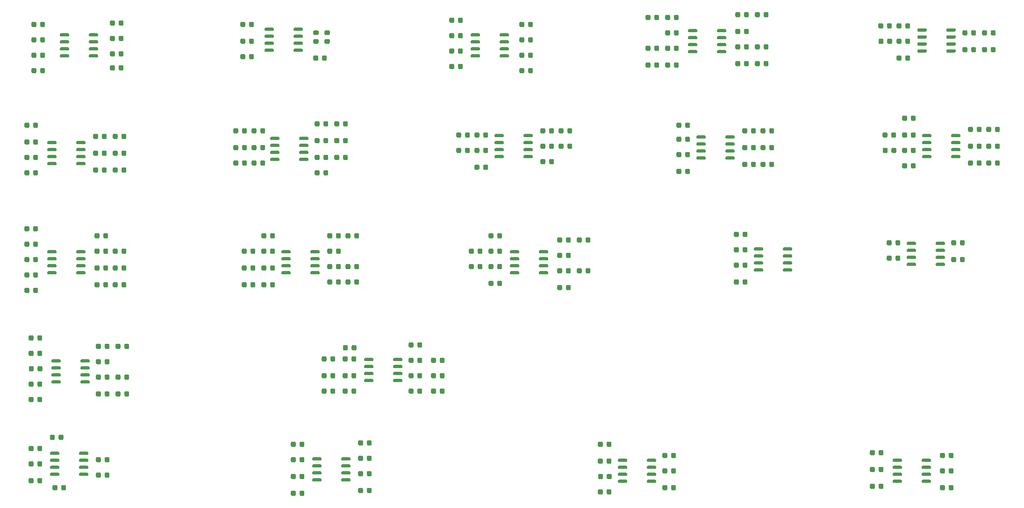
<source format=gbr>
%TF.GenerationSoftware,KiCad,Pcbnew,5.1.6-c6e7f7d~87~ubuntu18.04.1*%
%TF.CreationDate,2020-10-23T09:17:53+08:00*%
%TF.ProjectId,filter_dev_board_v1.0,66696c74-6572-45f6-9465-765f626f6172,rev?*%
%TF.SameCoordinates,Original*%
%TF.FileFunction,Paste,Top*%
%TF.FilePolarity,Positive*%
%FSLAX46Y46*%
G04 Gerber Fmt 4.6, Leading zero omitted, Abs format (unit mm)*
G04 Created by KiCad (PCBNEW 5.1.6-c6e7f7d~87~ubuntu18.04.1) date 2020-10-23 09:17:53*
%MOMM*%
%LPD*%
G01*
G04 APERTURE LIST*
G04 APERTURE END LIST*
%TO.C,C1*%
G36*
G01*
X30638000Y-138935750D02*
X30638000Y-139448250D01*
G75*
G02*
X30419250Y-139667000I-218750J0D01*
G01*
X29981750Y-139667000D01*
G75*
G02*
X29763000Y-139448250I0J218750D01*
G01*
X29763000Y-138935750D01*
G75*
G02*
X29981750Y-138717000I218750J0D01*
G01*
X30419250Y-138717000D01*
G75*
G02*
X30638000Y-138935750I0J-218750D01*
G01*
G37*
G36*
G01*
X32213000Y-138935750D02*
X32213000Y-139448250D01*
G75*
G02*
X31994250Y-139667000I-218750J0D01*
G01*
X31556750Y-139667000D01*
G75*
G02*
X31338000Y-139448250I0J218750D01*
G01*
X31338000Y-138935750D01*
G75*
G02*
X31556750Y-138717000I218750J0D01*
G01*
X31994250Y-138717000D01*
G75*
G02*
X32213000Y-138935750I0J-218750D01*
G01*
G37*
%TD*%
%TO.C,C2*%
G36*
G01*
X45511000Y-138178250D02*
X45511000Y-137665750D01*
G75*
G02*
X45729750Y-137447000I218750J0D01*
G01*
X46167250Y-137447000D01*
G75*
G02*
X46386000Y-137665750I0J-218750D01*
G01*
X46386000Y-138178250D01*
G75*
G02*
X46167250Y-138397000I-218750J0D01*
G01*
X45729750Y-138397000D01*
G75*
G02*
X45511000Y-138178250I0J218750D01*
G01*
G37*
G36*
G01*
X47086000Y-138178250D02*
X47086000Y-137665750D01*
G75*
G02*
X47304750Y-137447000I218750J0D01*
G01*
X47742250Y-137447000D01*
G75*
G02*
X47961000Y-137665750I0J-218750D01*
G01*
X47961000Y-138178250D01*
G75*
G02*
X47742250Y-138397000I-218750J0D01*
G01*
X47304750Y-138397000D01*
G75*
G02*
X47086000Y-138178250I0J218750D01*
G01*
G37*
%TD*%
%TO.C,C3*%
G36*
G01*
X44495000Y-79504250D02*
X44495000Y-78991750D01*
G75*
G02*
X44713750Y-78773000I218750J0D01*
G01*
X45151250Y-78773000D01*
G75*
G02*
X45370000Y-78991750I0J-218750D01*
G01*
X45370000Y-79504250D01*
G75*
G02*
X45151250Y-79723000I-218750J0D01*
G01*
X44713750Y-79723000D01*
G75*
G02*
X44495000Y-79504250I0J218750D01*
G01*
G37*
G36*
G01*
X46070000Y-79504250D02*
X46070000Y-78991750D01*
G75*
G02*
X46288750Y-78773000I218750J0D01*
G01*
X46726250Y-78773000D01*
G75*
G02*
X46945000Y-78991750I0J-218750D01*
G01*
X46945000Y-79504250D01*
G75*
G02*
X46726250Y-79723000I-218750J0D01*
G01*
X46288750Y-79723000D01*
G75*
G02*
X46070000Y-79504250I0J218750D01*
G01*
G37*
%TD*%
%TO.C,C4*%
G36*
G01*
X32238500Y-136141750D02*
X32238500Y-136654250D01*
G75*
G02*
X32019750Y-136873000I-218750J0D01*
G01*
X31582250Y-136873000D01*
G75*
G02*
X31363500Y-136654250I0J218750D01*
G01*
X31363500Y-136141750D01*
G75*
G02*
X31582250Y-135923000I218750J0D01*
G01*
X32019750Y-135923000D01*
G75*
G02*
X32238500Y-136141750I0J-218750D01*
G01*
G37*
G36*
G01*
X30663500Y-136141750D02*
X30663500Y-136654250D01*
G75*
G02*
X30444750Y-136873000I-218750J0D01*
G01*
X30007250Y-136873000D01*
G75*
G02*
X29788500Y-136654250I0J218750D01*
G01*
X29788500Y-136141750D01*
G75*
G02*
X30007250Y-135923000I218750J0D01*
G01*
X30444750Y-135923000D01*
G75*
G02*
X30663500Y-136141750I0J-218750D01*
G01*
G37*
%TD*%
%TO.C,C5*%
G36*
G01*
X43530000Y-138178250D02*
X43530000Y-137665750D01*
G75*
G02*
X43748750Y-137447000I218750J0D01*
G01*
X44186250Y-137447000D01*
G75*
G02*
X44405000Y-137665750I0J-218750D01*
G01*
X44405000Y-138178250D01*
G75*
G02*
X44186250Y-138397000I-218750J0D01*
G01*
X43748750Y-138397000D01*
G75*
G02*
X43530000Y-138178250I0J218750D01*
G01*
G37*
G36*
G01*
X41955000Y-138178250D02*
X41955000Y-137665750D01*
G75*
G02*
X42173750Y-137447000I218750J0D01*
G01*
X42611250Y-137447000D01*
G75*
G02*
X42830000Y-137665750I0J-218750D01*
G01*
X42830000Y-138178250D01*
G75*
G02*
X42611250Y-138397000I-218750J0D01*
G01*
X42173750Y-138397000D01*
G75*
G02*
X41955000Y-138178250I0J218750D01*
G01*
G37*
%TD*%
%TO.C,C6*%
G36*
G01*
X31146000Y-79245750D02*
X31146000Y-79758250D01*
G75*
G02*
X30927250Y-79977000I-218750J0D01*
G01*
X30489750Y-79977000D01*
G75*
G02*
X30271000Y-79758250I0J218750D01*
G01*
X30271000Y-79245750D01*
G75*
G02*
X30489750Y-79027000I218750J0D01*
G01*
X30927250Y-79027000D01*
G75*
G02*
X31146000Y-79245750I0J-218750D01*
G01*
G37*
G36*
G01*
X32721000Y-79245750D02*
X32721000Y-79758250D01*
G75*
G02*
X32502250Y-79977000I-218750J0D01*
G01*
X32064750Y-79977000D01*
G75*
G02*
X31846000Y-79758250I0J218750D01*
G01*
X31846000Y-79245750D01*
G75*
G02*
X32064750Y-79027000I218750J0D01*
G01*
X32502250Y-79027000D01*
G75*
G02*
X32721000Y-79245750I0J-218750D01*
G01*
G37*
%TD*%
%TO.C,C7*%
G36*
G01*
X29876000Y-100581750D02*
X29876000Y-101094250D01*
G75*
G02*
X29657250Y-101313000I-218750J0D01*
G01*
X29219750Y-101313000D01*
G75*
G02*
X29001000Y-101094250I0J218750D01*
G01*
X29001000Y-100581750D01*
G75*
G02*
X29219750Y-100363000I218750J0D01*
G01*
X29657250Y-100363000D01*
G75*
G02*
X29876000Y-100581750I0J-218750D01*
G01*
G37*
G36*
G01*
X31451000Y-100581750D02*
X31451000Y-101094250D01*
G75*
G02*
X31232250Y-101313000I-218750J0D01*
G01*
X30794750Y-101313000D01*
G75*
G02*
X30576000Y-101094250I0J218750D01*
G01*
X30576000Y-100581750D01*
G75*
G02*
X30794750Y-100363000I218750J0D01*
G01*
X31232250Y-100363000D01*
G75*
G02*
X31451000Y-100581750I0J-218750D01*
G01*
G37*
%TD*%
%TO.C,C8*%
G36*
G01*
X46578000Y-100586250D02*
X46578000Y-100073750D01*
G75*
G02*
X46796750Y-99855000I218750J0D01*
G01*
X47234250Y-99855000D01*
G75*
G02*
X47453000Y-100073750I0J-218750D01*
G01*
X47453000Y-100586250D01*
G75*
G02*
X47234250Y-100805000I-218750J0D01*
G01*
X46796750Y-100805000D01*
G75*
G02*
X46578000Y-100586250I0J218750D01*
G01*
G37*
G36*
G01*
X45003000Y-100586250D02*
X45003000Y-100073750D01*
G75*
G02*
X45221750Y-99855000I218750J0D01*
G01*
X45659250Y-99855000D01*
G75*
G02*
X45878000Y-100073750I0J-218750D01*
G01*
X45878000Y-100586250D01*
G75*
G02*
X45659250Y-100805000I-218750J0D01*
G01*
X45221750Y-100805000D01*
G75*
G02*
X45003000Y-100586250I0J218750D01*
G01*
G37*
%TD*%
%TO.C,C9*%
G36*
G01*
X29001000Y-119636250D02*
X29001000Y-119123750D01*
G75*
G02*
X29219750Y-118905000I218750J0D01*
G01*
X29657250Y-118905000D01*
G75*
G02*
X29876000Y-119123750I0J-218750D01*
G01*
X29876000Y-119636250D01*
G75*
G02*
X29657250Y-119855000I-218750J0D01*
G01*
X29219750Y-119855000D01*
G75*
G02*
X29001000Y-119636250I0J218750D01*
G01*
G37*
G36*
G01*
X30576000Y-119636250D02*
X30576000Y-119123750D01*
G75*
G02*
X30794750Y-118905000I218750J0D01*
G01*
X31232250Y-118905000D01*
G75*
G02*
X31451000Y-119123750I0J-218750D01*
G01*
X31451000Y-119636250D01*
G75*
G02*
X31232250Y-119855000I-218750J0D01*
G01*
X30794750Y-119855000D01*
G75*
G02*
X30576000Y-119636250I0J218750D01*
G01*
G37*
%TD*%
%TO.C,C10*%
G36*
G01*
X44151000Y-117853750D02*
X44151000Y-118366250D01*
G75*
G02*
X43932250Y-118585000I-218750J0D01*
G01*
X43494750Y-118585000D01*
G75*
G02*
X43276000Y-118366250I0J218750D01*
G01*
X43276000Y-117853750D01*
G75*
G02*
X43494750Y-117635000I218750J0D01*
G01*
X43932250Y-117635000D01*
G75*
G02*
X44151000Y-117853750I0J-218750D01*
G01*
G37*
G36*
G01*
X42576000Y-117853750D02*
X42576000Y-118366250D01*
G75*
G02*
X42357250Y-118585000I-218750J0D01*
G01*
X41919750Y-118585000D01*
G75*
G02*
X41701000Y-118366250I0J218750D01*
G01*
X41701000Y-117853750D01*
G75*
G02*
X41919750Y-117635000I218750J0D01*
G01*
X42357250Y-117635000D01*
G75*
G02*
X42576000Y-117853750I0J-218750D01*
G01*
G37*
%TD*%
%TO.C,C11*%
G36*
G01*
X31451000Y-91945750D02*
X31451000Y-92458250D01*
G75*
G02*
X31232250Y-92677000I-218750J0D01*
G01*
X30794750Y-92677000D01*
G75*
G02*
X30576000Y-92458250I0J218750D01*
G01*
X30576000Y-91945750D01*
G75*
G02*
X30794750Y-91727000I218750J0D01*
G01*
X31232250Y-91727000D01*
G75*
G02*
X31451000Y-91945750I0J-218750D01*
G01*
G37*
G36*
G01*
X29876000Y-91945750D02*
X29876000Y-92458250D01*
G75*
G02*
X29657250Y-92677000I-218750J0D01*
G01*
X29219750Y-92677000D01*
G75*
G02*
X29001000Y-92458250I0J218750D01*
G01*
X29001000Y-91945750D01*
G75*
G02*
X29219750Y-91727000I218750J0D01*
G01*
X29657250Y-91727000D01*
G75*
G02*
X29876000Y-91945750I0J-218750D01*
G01*
G37*
%TD*%
%TO.C,C12*%
G36*
G01*
X41447000Y-97538250D02*
X41447000Y-97025750D01*
G75*
G02*
X41665750Y-96807000I218750J0D01*
G01*
X42103250Y-96807000D01*
G75*
G02*
X42322000Y-97025750I0J-218750D01*
G01*
X42322000Y-97538250D01*
G75*
G02*
X42103250Y-97757000I-218750J0D01*
G01*
X41665750Y-97757000D01*
G75*
G02*
X41447000Y-97538250I0J218750D01*
G01*
G37*
G36*
G01*
X43022000Y-97538250D02*
X43022000Y-97025750D01*
G75*
G02*
X43240750Y-96807000I218750J0D01*
G01*
X43678250Y-96807000D01*
G75*
G02*
X43897000Y-97025750I0J-218750D01*
G01*
X43897000Y-97538250D01*
G75*
G02*
X43678250Y-97757000I-218750J0D01*
G01*
X43240750Y-97757000D01*
G75*
G02*
X43022000Y-97538250I0J218750D01*
G01*
G37*
%TD*%
%TO.C,C13*%
G36*
G01*
X29876000Y-113535750D02*
X29876000Y-114048250D01*
G75*
G02*
X29657250Y-114267000I-218750J0D01*
G01*
X29219750Y-114267000D01*
G75*
G02*
X29001000Y-114048250I0J218750D01*
G01*
X29001000Y-113535750D01*
G75*
G02*
X29219750Y-113317000I218750J0D01*
G01*
X29657250Y-113317000D01*
G75*
G02*
X29876000Y-113535750I0J-218750D01*
G01*
G37*
G36*
G01*
X31451000Y-113535750D02*
X31451000Y-114048250D01*
G75*
G02*
X31232250Y-114267000I-218750J0D01*
G01*
X30794750Y-114267000D01*
G75*
G02*
X30576000Y-114048250I0J218750D01*
G01*
X30576000Y-113535750D01*
G75*
G02*
X30794750Y-113317000I218750J0D01*
G01*
X31232250Y-113317000D01*
G75*
G02*
X31451000Y-113535750I0J-218750D01*
G01*
G37*
%TD*%
%TO.C,C14*%
G36*
G01*
X45878000Y-114805750D02*
X45878000Y-115318250D01*
G75*
G02*
X45659250Y-115537000I-218750J0D01*
G01*
X45221750Y-115537000D01*
G75*
G02*
X45003000Y-115318250I0J218750D01*
G01*
X45003000Y-114805750D01*
G75*
G02*
X45221750Y-114587000I218750J0D01*
G01*
X45659250Y-114587000D01*
G75*
G02*
X45878000Y-114805750I0J-218750D01*
G01*
G37*
G36*
G01*
X47453000Y-114805750D02*
X47453000Y-115318250D01*
G75*
G02*
X47234250Y-115537000I-218750J0D01*
G01*
X46796750Y-115537000D01*
G75*
G02*
X46578000Y-115318250I0J218750D01*
G01*
X46578000Y-114805750D01*
G75*
G02*
X46796750Y-114587000I218750J0D01*
G01*
X47234250Y-114587000D01*
G75*
G02*
X47453000Y-114805750I0J-218750D01*
G01*
G37*
%TD*%
%TO.C,C15*%
G36*
G01*
X82849000Y-137924250D02*
X82849000Y-137411750D01*
G75*
G02*
X83067750Y-137193000I218750J0D01*
G01*
X83505250Y-137193000D01*
G75*
G02*
X83724000Y-137411750I0J-218750D01*
G01*
X83724000Y-137924250D01*
G75*
G02*
X83505250Y-138143000I-218750J0D01*
G01*
X83067750Y-138143000D01*
G75*
G02*
X82849000Y-137924250I0J218750D01*
G01*
G37*
G36*
G01*
X84424000Y-137924250D02*
X84424000Y-137411750D01*
G75*
G02*
X84642750Y-137193000I218750J0D01*
G01*
X85080250Y-137193000D01*
G75*
G02*
X85299000Y-137411750I0J-218750D01*
G01*
X85299000Y-137924250D01*
G75*
G02*
X85080250Y-138143000I-218750J0D01*
G01*
X84642750Y-138143000D01*
G75*
G02*
X84424000Y-137924250I0J218750D01*
G01*
G37*
%TD*%
%TO.C,C16*%
G36*
G01*
X86659000Y-134876250D02*
X86659000Y-134363750D01*
G75*
G02*
X86877750Y-134145000I218750J0D01*
G01*
X87315250Y-134145000D01*
G75*
G02*
X87534000Y-134363750I0J-218750D01*
G01*
X87534000Y-134876250D01*
G75*
G02*
X87315250Y-135095000I-218750J0D01*
G01*
X86877750Y-135095000D01*
G75*
G02*
X86659000Y-134876250I0J218750D01*
G01*
G37*
G36*
G01*
X88234000Y-134876250D02*
X88234000Y-134363750D01*
G75*
G02*
X88452750Y-134145000I218750J0D01*
G01*
X88890250Y-134145000D01*
G75*
G02*
X89109000Y-134363750I0J-218750D01*
G01*
X89109000Y-134876250D01*
G75*
G02*
X88890250Y-135095000I-218750J0D01*
G01*
X88452750Y-135095000D01*
G75*
G02*
X88234000Y-134876250I0J218750D01*
G01*
G37*
%TD*%
%TO.C,C17*%
G36*
G01*
X73502000Y-118366250D02*
X73502000Y-117853750D01*
G75*
G02*
X73720750Y-117635000I218750J0D01*
G01*
X74158250Y-117635000D01*
G75*
G02*
X74377000Y-117853750I0J-218750D01*
G01*
X74377000Y-118366250D01*
G75*
G02*
X74158250Y-118585000I-218750J0D01*
G01*
X73720750Y-118585000D01*
G75*
G02*
X73502000Y-118366250I0J218750D01*
G01*
G37*
G36*
G01*
X71927000Y-118366250D02*
X71927000Y-117853750D01*
G75*
G02*
X72145750Y-117635000I218750J0D01*
G01*
X72583250Y-117635000D01*
G75*
G02*
X72802000Y-117853750I0J-218750D01*
G01*
X72802000Y-118366250D01*
G75*
G02*
X72583250Y-118585000I-218750J0D01*
G01*
X72145750Y-118585000D01*
G75*
G02*
X71927000Y-118366250I0J218750D01*
G01*
G37*
%TD*%
%TO.C,C18*%
G36*
G01*
X71724000Y-99316250D02*
X71724000Y-98803750D01*
G75*
G02*
X71942750Y-98585000I218750J0D01*
G01*
X72380250Y-98585000D01*
G75*
G02*
X72599000Y-98803750I0J-218750D01*
G01*
X72599000Y-99316250D01*
G75*
G02*
X72380250Y-99535000I-218750J0D01*
G01*
X71942750Y-99535000D01*
G75*
G02*
X71724000Y-99316250I0J218750D01*
G01*
G37*
G36*
G01*
X70149000Y-99316250D02*
X70149000Y-98803750D01*
G75*
G02*
X70367750Y-98585000I218750J0D01*
G01*
X70805250Y-98585000D01*
G75*
G02*
X71024000Y-98803750I0J-218750D01*
G01*
X71024000Y-99316250D01*
G75*
G02*
X70805250Y-99535000I-218750J0D01*
G01*
X70367750Y-99535000D01*
G75*
G02*
X70149000Y-99316250I0J218750D01*
G01*
G37*
%TD*%
%TO.C,C19*%
G36*
G01*
X83154000Y-101094250D02*
X83154000Y-100581750D01*
G75*
G02*
X83372750Y-100363000I218750J0D01*
G01*
X83810250Y-100363000D01*
G75*
G02*
X84029000Y-100581750I0J-218750D01*
G01*
X84029000Y-101094250D01*
G75*
G02*
X83810250Y-101313000I-218750J0D01*
G01*
X83372750Y-101313000D01*
G75*
G02*
X83154000Y-101094250I0J218750D01*
G01*
G37*
G36*
G01*
X81579000Y-101094250D02*
X81579000Y-100581750D01*
G75*
G02*
X81797750Y-100363000I218750J0D01*
G01*
X82235250Y-100363000D01*
G75*
G02*
X82454000Y-100581750I0J-218750D01*
G01*
X82454000Y-101094250D01*
G75*
G02*
X82235250Y-101313000I-218750J0D01*
G01*
X81797750Y-101313000D01*
G75*
G02*
X81579000Y-101094250I0J218750D01*
G01*
G37*
%TD*%
%TO.C,C20*%
G36*
G01*
X69692000Y-77218250D02*
X69692000Y-76705750D01*
G75*
G02*
X69910750Y-76487000I218750J0D01*
G01*
X70348250Y-76487000D01*
G75*
G02*
X70567000Y-76705750I0J-218750D01*
G01*
X70567000Y-77218250D01*
G75*
G02*
X70348250Y-77437000I-218750J0D01*
G01*
X69910750Y-77437000D01*
G75*
G02*
X69692000Y-77218250I0J218750D01*
G01*
G37*
G36*
G01*
X68117000Y-77218250D02*
X68117000Y-76705750D01*
G75*
G02*
X68335750Y-76487000I218750J0D01*
G01*
X68773250Y-76487000D01*
G75*
G02*
X68992000Y-76705750I0J-218750D01*
G01*
X68992000Y-77218250D01*
G75*
G02*
X68773250Y-77437000I-218750J0D01*
G01*
X68335750Y-77437000D01*
G75*
G02*
X68117000Y-77218250I0J218750D01*
G01*
G37*
%TD*%
%TO.C,C21*%
G36*
G01*
X82849000Y-134876250D02*
X82849000Y-134363750D01*
G75*
G02*
X83067750Y-134145000I218750J0D01*
G01*
X83505250Y-134145000D01*
G75*
G02*
X83724000Y-134363750I0J-218750D01*
G01*
X83724000Y-134876250D01*
G75*
G02*
X83505250Y-135095000I-218750J0D01*
G01*
X83067750Y-135095000D01*
G75*
G02*
X82849000Y-134876250I0J218750D01*
G01*
G37*
G36*
G01*
X84424000Y-134876250D02*
X84424000Y-134363750D01*
G75*
G02*
X84642750Y-134145000I218750J0D01*
G01*
X85080250Y-134145000D01*
G75*
G02*
X85299000Y-134363750I0J-218750D01*
G01*
X85299000Y-134876250D01*
G75*
G02*
X85080250Y-135095000I-218750J0D01*
G01*
X84642750Y-135095000D01*
G75*
G02*
X84424000Y-134876250I0J218750D01*
G01*
G37*
%TD*%
%TO.C,C22*%
G36*
G01*
X69271500Y-92961750D02*
X69271500Y-93474250D01*
G75*
G02*
X69052750Y-93693000I-218750J0D01*
G01*
X68615250Y-93693000D01*
G75*
G02*
X68396500Y-93474250I0J218750D01*
G01*
X68396500Y-92961750D01*
G75*
G02*
X68615250Y-92743000I218750J0D01*
G01*
X69052750Y-92743000D01*
G75*
G02*
X69271500Y-92961750I0J-218750D01*
G01*
G37*
G36*
G01*
X67696500Y-92961750D02*
X67696500Y-93474250D01*
G75*
G02*
X67477750Y-93693000I-218750J0D01*
G01*
X67040250Y-93693000D01*
G75*
G02*
X66821500Y-93474250I0J218750D01*
G01*
X66821500Y-92961750D01*
G75*
G02*
X67040250Y-92743000I218750J0D01*
G01*
X67477750Y-92743000D01*
G75*
G02*
X67696500Y-92961750I0J-218750D01*
G01*
G37*
%TD*%
%TO.C,C23*%
G36*
G01*
X85135000Y-92204250D02*
X85135000Y-91691750D01*
G75*
G02*
X85353750Y-91473000I218750J0D01*
G01*
X85791250Y-91473000D01*
G75*
G02*
X86010000Y-91691750I0J-218750D01*
G01*
X86010000Y-92204250D01*
G75*
G02*
X85791250Y-92423000I-218750J0D01*
G01*
X85353750Y-92423000D01*
G75*
G02*
X85135000Y-92204250I0J218750D01*
G01*
G37*
G36*
G01*
X86710000Y-92204250D02*
X86710000Y-91691750D01*
G75*
G02*
X86928750Y-91473000I218750J0D01*
G01*
X87366250Y-91473000D01*
G75*
G02*
X87585000Y-91691750I0J-218750D01*
G01*
X87585000Y-92204250D01*
G75*
G02*
X87366250Y-92423000I-218750J0D01*
G01*
X86928750Y-92423000D01*
G75*
G02*
X86710000Y-92204250I0J218750D01*
G01*
G37*
%TD*%
%TO.C,C24*%
G36*
G01*
X85135000Y-95252250D02*
X85135000Y-94739750D01*
G75*
G02*
X85353750Y-94521000I218750J0D01*
G01*
X85791250Y-94521000D01*
G75*
G02*
X86010000Y-94739750I0J-218750D01*
G01*
X86010000Y-95252250D01*
G75*
G02*
X85791250Y-95471000I-218750J0D01*
G01*
X85353750Y-95471000D01*
G75*
G02*
X85135000Y-95252250I0J218750D01*
G01*
G37*
G36*
G01*
X86710000Y-95252250D02*
X86710000Y-94739750D01*
G75*
G02*
X86928750Y-94521000I218750J0D01*
G01*
X87366250Y-94521000D01*
G75*
G02*
X87585000Y-94739750I0J-218750D01*
G01*
X87585000Y-95252250D01*
G75*
G02*
X87366250Y-95471000I-218750J0D01*
G01*
X86928750Y-95471000D01*
G75*
G02*
X86710000Y-95252250I0J218750D01*
G01*
G37*
%TD*%
%TO.C,C25*%
G36*
G01*
X81531750Y-74975000D02*
X82044250Y-74975000D01*
G75*
G02*
X82263000Y-75193750I0J-218750D01*
G01*
X82263000Y-75631250D01*
G75*
G02*
X82044250Y-75850000I-218750J0D01*
G01*
X81531750Y-75850000D01*
G75*
G02*
X81313000Y-75631250I0J218750D01*
G01*
X81313000Y-75193750D01*
G75*
G02*
X81531750Y-74975000I218750J0D01*
G01*
G37*
G36*
G01*
X81531750Y-76550000D02*
X82044250Y-76550000D01*
G75*
G02*
X82263000Y-76768750I0J-218750D01*
G01*
X82263000Y-77206250D01*
G75*
G02*
X82044250Y-77425000I-218750J0D01*
G01*
X81531750Y-77425000D01*
G75*
G02*
X81313000Y-77206250I0J218750D01*
G01*
X81313000Y-76768750D01*
G75*
G02*
X81531750Y-76550000I218750J0D01*
G01*
G37*
%TD*%
%TO.C,C26*%
G36*
G01*
X71927000Y-112524250D02*
X71927000Y-112011750D01*
G75*
G02*
X72145750Y-111793000I218750J0D01*
G01*
X72583250Y-111793000D01*
G75*
G02*
X72802000Y-112011750I0J-218750D01*
G01*
X72802000Y-112524250D01*
G75*
G02*
X72583250Y-112743000I-218750J0D01*
G01*
X72145750Y-112743000D01*
G75*
G02*
X71927000Y-112524250I0J218750D01*
G01*
G37*
G36*
G01*
X73502000Y-112524250D02*
X73502000Y-112011750D01*
G75*
G02*
X73720750Y-111793000I218750J0D01*
G01*
X74158250Y-111793000D01*
G75*
G02*
X74377000Y-112011750I0J-218750D01*
G01*
X74377000Y-112524250D01*
G75*
G02*
X74158250Y-112743000I-218750J0D01*
G01*
X73720750Y-112743000D01*
G75*
G02*
X73502000Y-112524250I0J218750D01*
G01*
G37*
%TD*%
%TO.C,C27*%
G36*
G01*
X103536000Y-137411750D02*
X103536000Y-137924250D01*
G75*
G02*
X103317250Y-138143000I-218750J0D01*
G01*
X102879750Y-138143000D01*
G75*
G02*
X102661000Y-137924250I0J218750D01*
G01*
X102661000Y-137411750D01*
G75*
G02*
X102879750Y-137193000I218750J0D01*
G01*
X103317250Y-137193000D01*
G75*
G02*
X103536000Y-137411750I0J-218750D01*
G01*
G37*
G36*
G01*
X105111000Y-137411750D02*
X105111000Y-137924250D01*
G75*
G02*
X104892250Y-138143000I-218750J0D01*
G01*
X104454750Y-138143000D01*
G75*
G02*
X104236000Y-137924250I0J218750D01*
G01*
X104236000Y-137411750D01*
G75*
G02*
X104454750Y-137193000I218750J0D01*
G01*
X104892250Y-137193000D01*
G75*
G02*
X105111000Y-137411750I0J-218750D01*
G01*
G37*
%TD*%
%TO.C,C28*%
G36*
G01*
X122473000Y-99062250D02*
X122473000Y-98549750D01*
G75*
G02*
X122691750Y-98331000I218750J0D01*
G01*
X123129250Y-98331000D01*
G75*
G02*
X123348000Y-98549750I0J-218750D01*
G01*
X123348000Y-99062250D01*
G75*
G02*
X123129250Y-99281000I-218750J0D01*
G01*
X122691750Y-99281000D01*
G75*
G02*
X122473000Y-99062250I0J218750D01*
G01*
G37*
G36*
G01*
X124048000Y-99062250D02*
X124048000Y-98549750D01*
G75*
G02*
X124266750Y-98331000I218750J0D01*
G01*
X124704250Y-98331000D01*
G75*
G02*
X124923000Y-98549750I0J-218750D01*
G01*
X124923000Y-99062250D01*
G75*
G02*
X124704250Y-99281000I-218750J0D01*
G01*
X124266750Y-99281000D01*
G75*
G02*
X124048000Y-99062250I0J218750D01*
G01*
G37*
%TD*%
%TO.C,C29*%
G36*
G01*
X101047000Y-134617750D02*
X101047000Y-135130250D01*
G75*
G02*
X100828250Y-135349000I-218750J0D01*
G01*
X100390750Y-135349000D01*
G75*
G02*
X100172000Y-135130250I0J218750D01*
G01*
X100172000Y-134617750D01*
G75*
G02*
X100390750Y-134399000I218750J0D01*
G01*
X100828250Y-134399000D01*
G75*
G02*
X101047000Y-134617750I0J-218750D01*
G01*
G37*
G36*
G01*
X99472000Y-134617750D02*
X99472000Y-135130250D01*
G75*
G02*
X99253250Y-135349000I-218750J0D01*
G01*
X98815750Y-135349000D01*
G75*
G02*
X98597000Y-135130250I0J218750D01*
G01*
X98597000Y-134617750D01*
G75*
G02*
X98815750Y-134399000I218750J0D01*
G01*
X99253250Y-134399000D01*
G75*
G02*
X99472000Y-134617750I0J-218750D01*
G01*
G37*
%TD*%
%TO.C,C30*%
G36*
G01*
X112084500Y-100078250D02*
X112084500Y-99565750D01*
G75*
G02*
X112303250Y-99347000I218750J0D01*
G01*
X112740750Y-99347000D01*
G75*
G02*
X112959500Y-99565750I0J-218750D01*
G01*
X112959500Y-100078250D01*
G75*
G02*
X112740750Y-100297000I-218750J0D01*
G01*
X112303250Y-100297000D01*
G75*
G02*
X112084500Y-100078250I0J218750D01*
G01*
G37*
G36*
G01*
X110509500Y-100078250D02*
X110509500Y-99565750D01*
G75*
G02*
X110728250Y-99347000I218750J0D01*
G01*
X111165750Y-99347000D01*
G75*
G02*
X111384500Y-99565750I0J-218750D01*
G01*
X111384500Y-100078250D01*
G75*
G02*
X111165750Y-100297000I-218750J0D01*
G01*
X110728250Y-100297000D01*
G75*
G02*
X110509500Y-100078250I0J218750D01*
G01*
G37*
%TD*%
%TO.C,C31*%
G36*
G01*
X84740000Y-117599750D02*
X84740000Y-118112250D01*
G75*
G02*
X84521250Y-118331000I-218750J0D01*
G01*
X84083750Y-118331000D01*
G75*
G02*
X83865000Y-118112250I0J218750D01*
G01*
X83865000Y-117599750D01*
G75*
G02*
X84083750Y-117381000I218750J0D01*
G01*
X84521250Y-117381000D01*
G75*
G02*
X84740000Y-117599750I0J-218750D01*
G01*
G37*
G36*
G01*
X86315000Y-117599750D02*
X86315000Y-118112250D01*
G75*
G02*
X86096250Y-118331000I-218750J0D01*
G01*
X85658750Y-118331000D01*
G75*
G02*
X85440000Y-118112250I0J218750D01*
G01*
X85440000Y-117599750D01*
G75*
G02*
X85658750Y-117381000I218750J0D01*
G01*
X86096250Y-117381000D01*
G75*
G02*
X86315000Y-117599750I0J-218750D01*
G01*
G37*
%TD*%
%TO.C,C32*%
G36*
G01*
X121113000Y-79245750D02*
X121113000Y-79758250D01*
G75*
G02*
X120894250Y-79977000I-218750J0D01*
G01*
X120456750Y-79977000D01*
G75*
G02*
X120238000Y-79758250I0J218750D01*
G01*
X120238000Y-79245750D01*
G75*
G02*
X120456750Y-79027000I218750J0D01*
G01*
X120894250Y-79027000D01*
G75*
G02*
X121113000Y-79245750I0J-218750D01*
G01*
G37*
G36*
G01*
X119538000Y-79245750D02*
X119538000Y-79758250D01*
G75*
G02*
X119319250Y-79977000I-218750J0D01*
G01*
X118881750Y-79977000D01*
G75*
G02*
X118663000Y-79758250I0J218750D01*
G01*
X118663000Y-79245750D01*
G75*
G02*
X118881750Y-79027000I218750J0D01*
G01*
X119319250Y-79027000D01*
G75*
G02*
X119538000Y-79245750I0J-218750D01*
G01*
G37*
%TD*%
%TO.C,C33*%
G36*
G01*
X123348000Y-95755750D02*
X123348000Y-96268250D01*
G75*
G02*
X123129250Y-96487000I-218750J0D01*
G01*
X122691750Y-96487000D01*
G75*
G02*
X122473000Y-96268250I0J218750D01*
G01*
X122473000Y-95755750D01*
G75*
G02*
X122691750Y-95537000I218750J0D01*
G01*
X123129250Y-95537000D01*
G75*
G02*
X123348000Y-95755750I0J-218750D01*
G01*
G37*
G36*
G01*
X124923000Y-95755750D02*
X124923000Y-96268250D01*
G75*
G02*
X124704250Y-96487000I-218750J0D01*
G01*
X124266750Y-96487000D01*
G75*
G02*
X124048000Y-96268250I0J218750D01*
G01*
X124048000Y-95755750D01*
G75*
G02*
X124266750Y-95537000I218750J0D01*
G01*
X124704250Y-95537000D01*
G75*
G02*
X124923000Y-95755750I0J-218750D01*
G01*
G37*
%TD*%
%TO.C,C34*%
G36*
G01*
X104236000Y-135130250D02*
X104236000Y-134617750D01*
G75*
G02*
X104454750Y-134399000I218750J0D01*
G01*
X104892250Y-134399000D01*
G75*
G02*
X105111000Y-134617750I0J-218750D01*
G01*
X105111000Y-135130250D01*
G75*
G02*
X104892250Y-135349000I-218750J0D01*
G01*
X104454750Y-135349000D01*
G75*
G02*
X104236000Y-135130250I0J218750D01*
G01*
G37*
G36*
G01*
X102661000Y-135130250D02*
X102661000Y-134617750D01*
G75*
G02*
X102879750Y-134399000I218750J0D01*
G01*
X103317250Y-134399000D01*
G75*
G02*
X103536000Y-134617750I0J-218750D01*
G01*
X103536000Y-135130250D01*
G75*
G02*
X103317250Y-135349000I-218750J0D01*
G01*
X102879750Y-135349000D01*
G75*
G02*
X102661000Y-135130250I0J218750D01*
G01*
G37*
%TD*%
%TO.C,C35*%
G36*
G01*
X106838000Y-81277750D02*
X106838000Y-81790250D01*
G75*
G02*
X106619250Y-82009000I-218750J0D01*
G01*
X106181750Y-82009000D01*
G75*
G02*
X105963000Y-81790250I0J218750D01*
G01*
X105963000Y-81277750D01*
G75*
G02*
X106181750Y-81059000I218750J0D01*
G01*
X106619250Y-81059000D01*
G75*
G02*
X106838000Y-81277750I0J-218750D01*
G01*
G37*
G36*
G01*
X108413000Y-81277750D02*
X108413000Y-81790250D01*
G75*
G02*
X108194250Y-82009000I-218750J0D01*
G01*
X107756750Y-82009000D01*
G75*
G02*
X107538000Y-81790250I0J218750D01*
G01*
X107538000Y-81277750D01*
G75*
G02*
X107756750Y-81059000I218750J0D01*
G01*
X108194250Y-81059000D01*
G75*
G02*
X108413000Y-81277750I0J-218750D01*
G01*
G37*
%TD*%
%TO.C,C36*%
G36*
G01*
X110535000Y-94236250D02*
X110535000Y-93723750D01*
G75*
G02*
X110753750Y-93505000I218750J0D01*
G01*
X111191250Y-93505000D01*
G75*
G02*
X111410000Y-93723750I0J-218750D01*
G01*
X111410000Y-94236250D01*
G75*
G02*
X111191250Y-94455000I-218750J0D01*
G01*
X110753750Y-94455000D01*
G75*
G02*
X110535000Y-94236250I0J218750D01*
G01*
G37*
G36*
G01*
X112110000Y-94236250D02*
X112110000Y-93723750D01*
G75*
G02*
X112328750Y-93505000I218750J0D01*
G01*
X112766250Y-93505000D01*
G75*
G02*
X112985000Y-93723750I0J-218750D01*
G01*
X112985000Y-94236250D01*
G75*
G02*
X112766250Y-94455000I-218750J0D01*
G01*
X112328750Y-94455000D01*
G75*
G02*
X112110000Y-94236250I0J218750D01*
G01*
G37*
%TD*%
%TO.C,C37*%
G36*
G01*
X125775000Y-93474250D02*
X125775000Y-92961750D01*
G75*
G02*
X125993750Y-92743000I218750J0D01*
G01*
X126431250Y-92743000D01*
G75*
G02*
X126650000Y-92961750I0J-218750D01*
G01*
X126650000Y-93474250D01*
G75*
G02*
X126431250Y-93693000I-218750J0D01*
G01*
X125993750Y-93693000D01*
G75*
G02*
X125775000Y-93474250I0J218750D01*
G01*
G37*
G36*
G01*
X127350000Y-93474250D02*
X127350000Y-92961750D01*
G75*
G02*
X127568750Y-92743000I218750J0D01*
G01*
X128006250Y-92743000D01*
G75*
G02*
X128225000Y-92961750I0J-218750D01*
G01*
X128225000Y-93474250D01*
G75*
G02*
X128006250Y-93693000I-218750J0D01*
G01*
X127568750Y-93693000D01*
G75*
G02*
X127350000Y-93474250I0J218750D01*
G01*
G37*
%TD*%
%TO.C,C38*%
G36*
G01*
X86315000Y-112011750D02*
X86315000Y-112524250D01*
G75*
G02*
X86096250Y-112743000I-218750J0D01*
G01*
X85658750Y-112743000D01*
G75*
G02*
X85440000Y-112524250I0J218750D01*
G01*
X85440000Y-112011750D01*
G75*
G02*
X85658750Y-111793000I218750J0D01*
G01*
X86096250Y-111793000D01*
G75*
G02*
X86315000Y-112011750I0J-218750D01*
G01*
G37*
G36*
G01*
X84740000Y-112011750D02*
X84740000Y-112524250D01*
G75*
G02*
X84521250Y-112743000I-218750J0D01*
G01*
X84083750Y-112743000D01*
G75*
G02*
X83865000Y-112524250I0J218750D01*
G01*
X83865000Y-112011750D01*
G75*
G02*
X84083750Y-111793000I218750J0D01*
G01*
X84521250Y-111793000D01*
G75*
G02*
X84740000Y-112011750I0J-218750D01*
G01*
G37*
%TD*%
%TO.C,C39*%
G36*
G01*
X129077000Y-118874250D02*
X129077000Y-118361750D01*
G75*
G02*
X129295750Y-118143000I218750J0D01*
G01*
X129733250Y-118143000D01*
G75*
G02*
X129952000Y-118361750I0J-218750D01*
G01*
X129952000Y-118874250D01*
G75*
G02*
X129733250Y-119093000I-218750J0D01*
G01*
X129295750Y-119093000D01*
G75*
G02*
X129077000Y-118874250I0J218750D01*
G01*
G37*
G36*
G01*
X130652000Y-118874250D02*
X130652000Y-118361750D01*
G75*
G02*
X130870750Y-118143000I218750J0D01*
G01*
X131308250Y-118143000D01*
G75*
G02*
X131527000Y-118361750I0J-218750D01*
G01*
X131527000Y-118874250D01*
G75*
G02*
X131308250Y-119093000I-218750J0D01*
G01*
X130870750Y-119093000D01*
G75*
G02*
X130652000Y-118874250I0J218750D01*
G01*
G37*
%TD*%
%TO.C,C40*%
G36*
G01*
X149561000Y-94485750D02*
X149561000Y-94998250D01*
G75*
G02*
X149342250Y-95217000I-218750J0D01*
G01*
X148904750Y-95217000D01*
G75*
G02*
X148686000Y-94998250I0J218750D01*
G01*
X148686000Y-94485750D01*
G75*
G02*
X148904750Y-94267000I218750J0D01*
G01*
X149342250Y-94267000D01*
G75*
G02*
X149561000Y-94485750I0J-218750D01*
G01*
G37*
G36*
G01*
X147986000Y-94485750D02*
X147986000Y-94998250D01*
G75*
G02*
X147767250Y-95217000I-218750J0D01*
G01*
X147329750Y-95217000D01*
G75*
G02*
X147111000Y-94998250I0J218750D01*
G01*
X147111000Y-94485750D01*
G75*
G02*
X147329750Y-94267000I218750J0D01*
G01*
X147767250Y-94267000D01*
G75*
G02*
X147986000Y-94485750I0J-218750D01*
G01*
G37*
%TD*%
%TO.C,C41*%
G36*
G01*
X163926000Y-99570250D02*
X163926000Y-99057750D01*
G75*
G02*
X164144750Y-98839000I218750J0D01*
G01*
X164582250Y-98839000D01*
G75*
G02*
X164801000Y-99057750I0J-218750D01*
G01*
X164801000Y-99570250D01*
G75*
G02*
X164582250Y-99789000I-218750J0D01*
G01*
X164144750Y-99789000D01*
G75*
G02*
X163926000Y-99570250I0J218750D01*
G01*
G37*
G36*
G01*
X162351000Y-99570250D02*
X162351000Y-99057750D01*
G75*
G02*
X162569750Y-98839000I218750J0D01*
G01*
X163007250Y-98839000D01*
G75*
G02*
X163226000Y-99057750I0J-218750D01*
G01*
X163226000Y-99570250D01*
G75*
G02*
X163007250Y-99789000I-218750J0D01*
G01*
X162569750Y-99789000D01*
G75*
G02*
X162351000Y-99570250I0J218750D01*
G01*
G37*
%TD*%
%TO.C,C42*%
G36*
G01*
X141523000Y-81536250D02*
X141523000Y-81023750D01*
G75*
G02*
X141741750Y-80805000I218750J0D01*
G01*
X142179250Y-80805000D01*
G75*
G02*
X142398000Y-81023750I0J-218750D01*
G01*
X142398000Y-81536250D01*
G75*
G02*
X142179250Y-81755000I-218750J0D01*
G01*
X141741750Y-81755000D01*
G75*
G02*
X141523000Y-81536250I0J218750D01*
G01*
G37*
G36*
G01*
X143098000Y-81536250D02*
X143098000Y-81023750D01*
G75*
G02*
X143316750Y-80805000I218750J0D01*
G01*
X143754250Y-80805000D01*
G75*
G02*
X143973000Y-81023750I0J-218750D01*
G01*
X143973000Y-81536250D01*
G75*
G02*
X143754250Y-81755000I-218750J0D01*
G01*
X143316750Y-81755000D01*
G75*
G02*
X143098000Y-81536250I0J218750D01*
G01*
G37*
%TD*%
%TO.C,C43*%
G36*
G01*
X163785000Y-80769750D02*
X163785000Y-81282250D01*
G75*
G02*
X163566250Y-81501000I-218750J0D01*
G01*
X163128750Y-81501000D01*
G75*
G02*
X162910000Y-81282250I0J218750D01*
G01*
X162910000Y-80769750D01*
G75*
G02*
X163128750Y-80551000I218750J0D01*
G01*
X163566250Y-80551000D01*
G75*
G02*
X163785000Y-80769750I0J-218750D01*
G01*
G37*
G36*
G01*
X162210000Y-80769750D02*
X162210000Y-81282250D01*
G75*
G02*
X161991250Y-81501000I-218750J0D01*
G01*
X161553750Y-81501000D01*
G75*
G02*
X161335000Y-81282250I0J218750D01*
G01*
X161335000Y-80769750D01*
G75*
G02*
X161553750Y-80551000I218750J0D01*
G01*
X161991250Y-80551000D01*
G75*
G02*
X162210000Y-80769750I0J-218750D01*
G01*
G37*
%TD*%
%TO.C,C44*%
G36*
G01*
X145954000Y-77975750D02*
X145954000Y-78488250D01*
G75*
G02*
X145735250Y-78707000I-218750J0D01*
G01*
X145297750Y-78707000D01*
G75*
G02*
X145079000Y-78488250I0J218750D01*
G01*
X145079000Y-77975750D01*
G75*
G02*
X145297750Y-77757000I218750J0D01*
G01*
X145735250Y-77757000D01*
G75*
G02*
X145954000Y-77975750I0J-218750D01*
G01*
G37*
G36*
G01*
X147529000Y-77975750D02*
X147529000Y-78488250D01*
G75*
G02*
X147310250Y-78707000I-218750J0D01*
G01*
X146872750Y-78707000D01*
G75*
G02*
X146654000Y-78488250I0J218750D01*
G01*
X146654000Y-77975750D01*
G75*
G02*
X146872750Y-77757000I218750J0D01*
G01*
X147310250Y-77757000D01*
G75*
G02*
X147529000Y-77975750I0J-218750D01*
G01*
G37*
%TD*%
%TO.C,C45*%
G36*
G01*
X159354000Y-78234250D02*
X159354000Y-77721750D01*
G75*
G02*
X159572750Y-77503000I218750J0D01*
G01*
X160010250Y-77503000D01*
G75*
G02*
X160229000Y-77721750I0J-218750D01*
G01*
X160229000Y-78234250D01*
G75*
G02*
X160010250Y-78453000I-218750J0D01*
G01*
X159572750Y-78453000D01*
G75*
G02*
X159354000Y-78234250I0J218750D01*
G01*
G37*
G36*
G01*
X157779000Y-78234250D02*
X157779000Y-77721750D01*
G75*
G02*
X157997750Y-77503000I218750J0D01*
G01*
X158435250Y-77503000D01*
G75*
G02*
X158654000Y-77721750I0J-218750D01*
G01*
X158654000Y-78234250D01*
G75*
G02*
X158435250Y-78453000I-218750J0D01*
G01*
X157997750Y-78453000D01*
G75*
G02*
X157779000Y-78234250I0J218750D01*
G01*
G37*
%TD*%
%TO.C,C46*%
G36*
G01*
X127070500Y-118874250D02*
X127070500Y-118361750D01*
G75*
G02*
X127289250Y-118143000I218750J0D01*
G01*
X127726750Y-118143000D01*
G75*
G02*
X127945500Y-118361750I0J-218750D01*
G01*
X127945500Y-118874250D01*
G75*
G02*
X127726750Y-119093000I-218750J0D01*
G01*
X127289250Y-119093000D01*
G75*
G02*
X127070500Y-118874250I0J218750D01*
G01*
G37*
G36*
G01*
X125495500Y-118874250D02*
X125495500Y-118361750D01*
G75*
G02*
X125714250Y-118143000I218750J0D01*
G01*
X126151750Y-118143000D01*
G75*
G02*
X126370500Y-118361750I0J-218750D01*
G01*
X126370500Y-118874250D01*
G75*
G02*
X126151750Y-119093000I-218750J0D01*
G01*
X125714250Y-119093000D01*
G75*
G02*
X125495500Y-118874250I0J218750D01*
G01*
G37*
%TD*%
%TO.C,C47*%
G36*
G01*
X148686000Y-97792250D02*
X148686000Y-97279750D01*
G75*
G02*
X148904750Y-97061000I218750J0D01*
G01*
X149342250Y-97061000D01*
G75*
G02*
X149561000Y-97279750I0J-218750D01*
G01*
X149561000Y-97792250D01*
G75*
G02*
X149342250Y-98011000I-218750J0D01*
G01*
X148904750Y-98011000D01*
G75*
G02*
X148686000Y-97792250I0J218750D01*
G01*
G37*
G36*
G01*
X147111000Y-97792250D02*
X147111000Y-97279750D01*
G75*
G02*
X147329750Y-97061000I218750J0D01*
G01*
X147767250Y-97061000D01*
G75*
G02*
X147986000Y-97279750I0J-218750D01*
G01*
X147986000Y-97792250D01*
G75*
G02*
X147767250Y-98011000I-218750J0D01*
G01*
X147329750Y-98011000D01*
G75*
G02*
X147111000Y-97792250I0J218750D01*
G01*
G37*
%TD*%
%TO.C,C48*%
G36*
G01*
X162351000Y-96522250D02*
X162351000Y-96009750D01*
G75*
G02*
X162569750Y-95791000I218750J0D01*
G01*
X163007250Y-95791000D01*
G75*
G02*
X163226000Y-96009750I0J-218750D01*
G01*
X163226000Y-96522250D01*
G75*
G02*
X163007250Y-96741000I-218750J0D01*
G01*
X162569750Y-96741000D01*
G75*
G02*
X162351000Y-96522250I0J218750D01*
G01*
G37*
G36*
G01*
X163926000Y-96522250D02*
X163926000Y-96009750D01*
G75*
G02*
X164144750Y-95791000I218750J0D01*
G01*
X164582250Y-95791000D01*
G75*
G02*
X164801000Y-96009750I0J-218750D01*
G01*
X164801000Y-96522250D01*
G75*
G02*
X164582250Y-96741000I-218750J0D01*
G01*
X164144750Y-96741000D01*
G75*
G02*
X163926000Y-96522250I0J218750D01*
G01*
G37*
%TD*%
%TO.C,C49*%
G36*
G01*
X113950000Y-120647750D02*
X113950000Y-121160250D01*
G75*
G02*
X113731250Y-121379000I-218750J0D01*
G01*
X113293750Y-121379000D01*
G75*
G02*
X113075000Y-121160250I0J218750D01*
G01*
X113075000Y-120647750D01*
G75*
G02*
X113293750Y-120429000I218750J0D01*
G01*
X113731250Y-120429000D01*
G75*
G02*
X113950000Y-120647750I0J-218750D01*
G01*
G37*
G36*
G01*
X115525000Y-120647750D02*
X115525000Y-121160250D01*
G75*
G02*
X115306250Y-121379000I-218750J0D01*
G01*
X114868750Y-121379000D01*
G75*
G02*
X114650000Y-121160250I0J218750D01*
G01*
X114650000Y-120647750D01*
G75*
G02*
X114868750Y-120429000I218750J0D01*
G01*
X115306250Y-120429000D01*
G75*
G02*
X115525000Y-120647750I0J-218750D01*
G01*
G37*
%TD*%
%TO.C,C50*%
G36*
G01*
X111969000Y-114805750D02*
X111969000Y-115318250D01*
G75*
G02*
X111750250Y-115537000I-218750J0D01*
G01*
X111312750Y-115537000D01*
G75*
G02*
X111094000Y-115318250I0J218750D01*
G01*
X111094000Y-114805750D01*
G75*
G02*
X111312750Y-114587000I218750J0D01*
G01*
X111750250Y-114587000D01*
G75*
G02*
X111969000Y-114805750I0J-218750D01*
G01*
G37*
G36*
G01*
X110394000Y-114805750D02*
X110394000Y-115318250D01*
G75*
G02*
X110175250Y-115537000I-218750J0D01*
G01*
X109737750Y-115537000D01*
G75*
G02*
X109519000Y-115318250I0J218750D01*
G01*
X109519000Y-114805750D01*
G75*
G02*
X109737750Y-114587000I218750J0D01*
G01*
X110175250Y-114587000D01*
G75*
G02*
X110394000Y-114805750I0J-218750D01*
G01*
G37*
%TD*%
%TO.C,C51*%
G36*
G01*
X185349500Y-96517750D02*
X185349500Y-97030250D01*
G75*
G02*
X185130750Y-97249000I-218750J0D01*
G01*
X184693250Y-97249000D01*
G75*
G02*
X184474500Y-97030250I0J218750D01*
G01*
X184474500Y-96517750D01*
G75*
G02*
X184693250Y-96299000I218750J0D01*
G01*
X185130750Y-96299000D01*
G75*
G02*
X185349500Y-96517750I0J-218750D01*
G01*
G37*
G36*
G01*
X186924500Y-96517750D02*
X186924500Y-97030250D01*
G75*
G02*
X186705750Y-97249000I-218750J0D01*
G01*
X186268250Y-97249000D01*
G75*
G02*
X186049500Y-97030250I0J218750D01*
G01*
X186049500Y-96517750D01*
G75*
G02*
X186268250Y-96299000I218750J0D01*
G01*
X186705750Y-96299000D01*
G75*
G02*
X186924500Y-96517750I0J-218750D01*
G01*
G37*
%TD*%
%TO.C,C52*%
G36*
G01*
X204820000Y-96268250D02*
X204820000Y-95755750D01*
G75*
G02*
X205038750Y-95537000I218750J0D01*
G01*
X205476250Y-95537000D01*
G75*
G02*
X205695000Y-95755750I0J-218750D01*
G01*
X205695000Y-96268250D01*
G75*
G02*
X205476250Y-96487000I-218750J0D01*
G01*
X205038750Y-96487000D01*
G75*
G02*
X204820000Y-96268250I0J218750D01*
G01*
G37*
G36*
G01*
X203245000Y-96268250D02*
X203245000Y-95755750D01*
G75*
G02*
X203463750Y-95537000I218750J0D01*
G01*
X203901250Y-95537000D01*
G75*
G02*
X204120000Y-95755750I0J-218750D01*
G01*
X204120000Y-96268250D01*
G75*
G02*
X203901250Y-96487000I-218750J0D01*
G01*
X203463750Y-96487000D01*
G75*
G02*
X203245000Y-96268250I0J218750D01*
G01*
G37*
%TD*%
%TO.C,C53*%
G36*
G01*
X187864000Y-76705750D02*
X187864000Y-77218250D01*
G75*
G02*
X187645250Y-77437000I-218750J0D01*
G01*
X187207750Y-77437000D01*
G75*
G02*
X186989000Y-77218250I0J218750D01*
G01*
X186989000Y-76705750D01*
G75*
G02*
X187207750Y-76487000I218750J0D01*
G01*
X187645250Y-76487000D01*
G75*
G02*
X187864000Y-76705750I0J-218750D01*
G01*
G37*
G36*
G01*
X189439000Y-76705750D02*
X189439000Y-77218250D01*
G75*
G02*
X189220250Y-77437000I-218750J0D01*
G01*
X188782750Y-77437000D01*
G75*
G02*
X188564000Y-77218250I0J218750D01*
G01*
X188564000Y-76705750D01*
G75*
G02*
X188782750Y-76487000I218750J0D01*
G01*
X189220250Y-76487000D01*
G75*
G02*
X189439000Y-76705750I0J-218750D01*
G01*
G37*
%TD*%
%TO.C,C54*%
G36*
G01*
X200502000Y-78742250D02*
X200502000Y-78229750D01*
G75*
G02*
X200720750Y-78011000I218750J0D01*
G01*
X201158250Y-78011000D01*
G75*
G02*
X201377000Y-78229750I0J-218750D01*
G01*
X201377000Y-78742250D01*
G75*
G02*
X201158250Y-78961000I-218750J0D01*
G01*
X200720750Y-78961000D01*
G75*
G02*
X200502000Y-78742250I0J218750D01*
G01*
G37*
G36*
G01*
X198927000Y-78742250D02*
X198927000Y-78229750D01*
G75*
G02*
X199145750Y-78011000I218750J0D01*
G01*
X199583250Y-78011000D01*
G75*
G02*
X199802000Y-78229750I0J-218750D01*
G01*
X199802000Y-78742250D01*
G75*
G02*
X199583250Y-78961000I-218750J0D01*
G01*
X199145750Y-78961000D01*
G75*
G02*
X198927000Y-78742250I0J218750D01*
G01*
G37*
%TD*%
%TO.C,C55*%
G36*
G01*
X188880000Y-96517750D02*
X188880000Y-97030250D01*
G75*
G02*
X188661250Y-97249000I-218750J0D01*
G01*
X188223750Y-97249000D01*
G75*
G02*
X188005000Y-97030250I0J218750D01*
G01*
X188005000Y-96517750D01*
G75*
G02*
X188223750Y-96299000I218750J0D01*
G01*
X188661250Y-96299000D01*
G75*
G02*
X188880000Y-96517750I0J-218750D01*
G01*
G37*
G36*
G01*
X190455000Y-96517750D02*
X190455000Y-97030250D01*
G75*
G02*
X190236250Y-97249000I-218750J0D01*
G01*
X189798750Y-97249000D01*
G75*
G02*
X189580000Y-97030250I0J218750D01*
G01*
X189580000Y-96517750D01*
G75*
G02*
X189798750Y-96299000I218750J0D01*
G01*
X190236250Y-96299000D01*
G75*
G02*
X190455000Y-96517750I0J-218750D01*
G01*
G37*
%TD*%
%TO.C,C56*%
G36*
G01*
X199917500Y-99316250D02*
X199917500Y-98803750D01*
G75*
G02*
X200136250Y-98585000I218750J0D01*
G01*
X200573750Y-98585000D01*
G75*
G02*
X200792500Y-98803750I0J-218750D01*
G01*
X200792500Y-99316250D01*
G75*
G02*
X200573750Y-99535000I-218750J0D01*
G01*
X200136250Y-99535000D01*
G75*
G02*
X199917500Y-99316250I0J218750D01*
G01*
G37*
G36*
G01*
X201492500Y-99316250D02*
X201492500Y-98803750D01*
G75*
G02*
X201711250Y-98585000I218750J0D01*
G01*
X202148750Y-98585000D01*
G75*
G02*
X202367500Y-98803750I0J-218750D01*
G01*
X202367500Y-99316250D01*
G75*
G02*
X202148750Y-99535000I-218750J0D01*
G01*
X201711250Y-99535000D01*
G75*
G02*
X201492500Y-99316250I0J218750D01*
G01*
G37*
%TD*%
%TO.C,C57*%
G36*
G01*
X183687000Y-74424250D02*
X183687000Y-73911750D01*
G75*
G02*
X183905750Y-73693000I218750J0D01*
G01*
X184343250Y-73693000D01*
G75*
G02*
X184562000Y-73911750I0J-218750D01*
G01*
X184562000Y-74424250D01*
G75*
G02*
X184343250Y-74643000I-218750J0D01*
G01*
X183905750Y-74643000D01*
G75*
G02*
X183687000Y-74424250I0J218750D01*
G01*
G37*
G36*
G01*
X185262000Y-74424250D02*
X185262000Y-73911750D01*
G75*
G02*
X185480750Y-73693000I218750J0D01*
G01*
X185918250Y-73693000D01*
G75*
G02*
X186137000Y-73911750I0J-218750D01*
G01*
X186137000Y-74424250D01*
G75*
G02*
X185918250Y-74643000I-218750J0D01*
G01*
X185480750Y-74643000D01*
G75*
G02*
X185262000Y-74424250I0J218750D01*
G01*
G37*
%TD*%
%TO.C,C58*%
G36*
G01*
X204933000Y-75181750D02*
X204933000Y-75694250D01*
G75*
G02*
X204714250Y-75913000I-218750J0D01*
G01*
X204276750Y-75913000D01*
G75*
G02*
X204058000Y-75694250I0J218750D01*
G01*
X204058000Y-75181750D01*
G75*
G02*
X204276750Y-74963000I218750J0D01*
G01*
X204714250Y-74963000D01*
G75*
G02*
X204933000Y-75181750I0J-218750D01*
G01*
G37*
G36*
G01*
X203358000Y-75181750D02*
X203358000Y-75694250D01*
G75*
G02*
X203139250Y-75913000I-218750J0D01*
G01*
X202701750Y-75913000D01*
G75*
G02*
X202483000Y-75694250I0J218750D01*
G01*
X202483000Y-75181750D01*
G75*
G02*
X202701750Y-74963000I218750J0D01*
G01*
X203139250Y-74963000D01*
G75*
G02*
X203358000Y-75181750I0J-218750D01*
G01*
G37*
%TD*%
%TO.C,C59*%
G36*
G01*
X31338000Y-156974250D02*
X31338000Y-156461750D01*
G75*
G02*
X31556750Y-156243000I218750J0D01*
G01*
X31994250Y-156243000D01*
G75*
G02*
X32213000Y-156461750I0J-218750D01*
G01*
X32213000Y-156974250D01*
G75*
G02*
X31994250Y-157193000I-218750J0D01*
G01*
X31556750Y-157193000D01*
G75*
G02*
X31338000Y-156974250I0J218750D01*
G01*
G37*
G36*
G01*
X29763000Y-156974250D02*
X29763000Y-156461750D01*
G75*
G02*
X29981750Y-156243000I218750J0D01*
G01*
X30419250Y-156243000D01*
G75*
G02*
X30638000Y-156461750I0J-218750D01*
G01*
X30638000Y-156974250D01*
G75*
G02*
X30419250Y-157193000I-218750J0D01*
G01*
X29981750Y-157193000D01*
G75*
G02*
X29763000Y-156974250I0J218750D01*
G01*
G37*
%TD*%
%TO.C,C60*%
G36*
G01*
X34473500Y-148587750D02*
X34473500Y-149100250D01*
G75*
G02*
X34254750Y-149319000I-218750J0D01*
G01*
X33817250Y-149319000D01*
G75*
G02*
X33598500Y-149100250I0J218750D01*
G01*
X33598500Y-148587750D01*
G75*
G02*
X33817250Y-148369000I218750J0D01*
G01*
X34254750Y-148369000D01*
G75*
G02*
X34473500Y-148587750I0J-218750D01*
G01*
G37*
G36*
G01*
X36048500Y-148587750D02*
X36048500Y-149100250D01*
G75*
G02*
X35829750Y-149319000I-218750J0D01*
G01*
X35392250Y-149319000D01*
G75*
G02*
X35173500Y-149100250I0J218750D01*
G01*
X35173500Y-148587750D01*
G75*
G02*
X35392250Y-148369000I218750J0D01*
G01*
X35829750Y-148369000D01*
G75*
G02*
X36048500Y-148587750I0J-218750D01*
G01*
G37*
%TD*%
%TO.C,R1*%
G36*
G01*
X29001000Y-122430250D02*
X29001000Y-121917750D01*
G75*
G02*
X29219750Y-121699000I218750J0D01*
G01*
X29657250Y-121699000D01*
G75*
G02*
X29876000Y-121917750I0J-218750D01*
G01*
X29876000Y-122430250D01*
G75*
G02*
X29657250Y-122649000I-218750J0D01*
G01*
X29219750Y-122649000D01*
G75*
G02*
X29001000Y-122430250I0J218750D01*
G01*
G37*
G36*
G01*
X30576000Y-122430250D02*
X30576000Y-121917750D01*
G75*
G02*
X30794750Y-121699000I218750J0D01*
G01*
X31232250Y-121699000D01*
G75*
G02*
X31451000Y-121917750I0J-218750D01*
G01*
X31451000Y-122430250D01*
G75*
G02*
X31232250Y-122649000I-218750J0D01*
G01*
X30794750Y-122649000D01*
G75*
G02*
X30576000Y-122430250I0J218750D01*
G01*
G37*
%TD*%
%TO.C,R2*%
G36*
G01*
X46578000Y-121414250D02*
X46578000Y-120901750D01*
G75*
G02*
X46796750Y-120683000I218750J0D01*
G01*
X47234250Y-120683000D01*
G75*
G02*
X47453000Y-120901750I0J-218750D01*
G01*
X47453000Y-121414250D01*
G75*
G02*
X47234250Y-121633000I-218750J0D01*
G01*
X46796750Y-121633000D01*
G75*
G02*
X46578000Y-121414250I0J218750D01*
G01*
G37*
G36*
G01*
X45003000Y-121414250D02*
X45003000Y-120901750D01*
G75*
G02*
X45221750Y-120683000I218750J0D01*
G01*
X45659250Y-120683000D01*
G75*
G02*
X45878000Y-120901750I0J-218750D01*
G01*
X45878000Y-121414250D01*
G75*
G02*
X45659250Y-121633000I-218750J0D01*
G01*
X45221750Y-121633000D01*
G75*
G02*
X45003000Y-121414250I0J218750D01*
G01*
G37*
%TD*%
%TO.C,R3*%
G36*
G01*
X31451000Y-97787750D02*
X31451000Y-98300250D01*
G75*
G02*
X31232250Y-98519000I-218750J0D01*
G01*
X30794750Y-98519000D01*
G75*
G02*
X30576000Y-98300250I0J218750D01*
G01*
X30576000Y-97787750D01*
G75*
G02*
X30794750Y-97569000I218750J0D01*
G01*
X31232250Y-97569000D01*
G75*
G02*
X31451000Y-97787750I0J-218750D01*
G01*
G37*
G36*
G01*
X29876000Y-97787750D02*
X29876000Y-98300250D01*
G75*
G02*
X29657250Y-98519000I-218750J0D01*
G01*
X29219750Y-98519000D01*
G75*
G02*
X29001000Y-98300250I0J218750D01*
G01*
X29001000Y-97787750D01*
G75*
G02*
X29219750Y-97569000I218750J0D01*
G01*
X29657250Y-97569000D01*
G75*
G02*
X29876000Y-97787750I0J-218750D01*
G01*
G37*
%TD*%
%TO.C,R4*%
G36*
G01*
X46578000Y-97538250D02*
X46578000Y-97025750D01*
G75*
G02*
X46796750Y-96807000I218750J0D01*
G01*
X47234250Y-96807000D01*
G75*
G02*
X47453000Y-97025750I0J-218750D01*
G01*
X47453000Y-97538250D01*
G75*
G02*
X47234250Y-97757000I-218750J0D01*
G01*
X46796750Y-97757000D01*
G75*
G02*
X46578000Y-97538250I0J218750D01*
G01*
G37*
G36*
G01*
X45003000Y-97538250D02*
X45003000Y-97025750D01*
G75*
G02*
X45221750Y-96807000I218750J0D01*
G01*
X45659250Y-96807000D01*
G75*
G02*
X45878000Y-97025750I0J-218750D01*
G01*
X45878000Y-97538250D01*
G75*
G02*
X45659250Y-97757000I-218750J0D01*
G01*
X45221750Y-97757000D01*
G75*
G02*
X45003000Y-97538250I0J218750D01*
G01*
G37*
%TD*%
%TO.C,R5*%
G36*
G01*
X28975500Y-111254250D02*
X28975500Y-110741750D01*
G75*
G02*
X29194250Y-110523000I218750J0D01*
G01*
X29631750Y-110523000D01*
G75*
G02*
X29850500Y-110741750I0J-218750D01*
G01*
X29850500Y-111254250D01*
G75*
G02*
X29631750Y-111473000I-218750J0D01*
G01*
X29194250Y-111473000D01*
G75*
G02*
X28975500Y-111254250I0J218750D01*
G01*
G37*
G36*
G01*
X30550500Y-111254250D02*
X30550500Y-110741750D01*
G75*
G02*
X30769250Y-110523000I218750J0D01*
G01*
X31206750Y-110523000D01*
G75*
G02*
X31425500Y-110741750I0J-218750D01*
G01*
X31425500Y-111254250D01*
G75*
G02*
X31206750Y-111473000I-218750J0D01*
G01*
X30769250Y-111473000D01*
G75*
G02*
X30550500Y-111254250I0J218750D01*
G01*
G37*
%TD*%
%TO.C,R6*%
G36*
G01*
X44151000Y-120901750D02*
X44151000Y-121414250D01*
G75*
G02*
X43932250Y-121633000I-218750J0D01*
G01*
X43494750Y-121633000D01*
G75*
G02*
X43276000Y-121414250I0J218750D01*
G01*
X43276000Y-120901750D01*
G75*
G02*
X43494750Y-120683000I218750J0D01*
G01*
X43932250Y-120683000D01*
G75*
G02*
X44151000Y-120901750I0J-218750D01*
G01*
G37*
G36*
G01*
X42576000Y-120901750D02*
X42576000Y-121414250D01*
G75*
G02*
X42357250Y-121633000I-218750J0D01*
G01*
X41919750Y-121633000D01*
G75*
G02*
X41701000Y-121414250I0J218750D01*
G01*
X41701000Y-120901750D01*
G75*
G02*
X41919750Y-120683000I218750J0D01*
G01*
X42357250Y-120683000D01*
G75*
G02*
X42576000Y-120901750I0J-218750D01*
G01*
G37*
%TD*%
%TO.C,R7*%
G36*
G01*
X31146000Y-82039750D02*
X31146000Y-82552250D01*
G75*
G02*
X30927250Y-82771000I-218750J0D01*
G01*
X30489750Y-82771000D01*
G75*
G02*
X30271000Y-82552250I0J218750D01*
G01*
X30271000Y-82039750D01*
G75*
G02*
X30489750Y-81821000I218750J0D01*
G01*
X30927250Y-81821000D01*
G75*
G02*
X31146000Y-82039750I0J-218750D01*
G01*
G37*
G36*
G01*
X32721000Y-82039750D02*
X32721000Y-82552250D01*
G75*
G02*
X32502250Y-82771000I-218750J0D01*
G01*
X32064750Y-82771000D01*
G75*
G02*
X31846000Y-82552250I0J218750D01*
G01*
X31846000Y-82039750D01*
G75*
G02*
X32064750Y-81821000I218750J0D01*
G01*
X32502250Y-81821000D01*
G75*
G02*
X32721000Y-82039750I0J-218750D01*
G01*
G37*
%TD*%
%TO.C,R8*%
G36*
G01*
X29876000Y-94993750D02*
X29876000Y-95506250D01*
G75*
G02*
X29657250Y-95725000I-218750J0D01*
G01*
X29219750Y-95725000D01*
G75*
G02*
X29001000Y-95506250I0J218750D01*
G01*
X29001000Y-94993750D01*
G75*
G02*
X29219750Y-94775000I218750J0D01*
G01*
X29657250Y-94775000D01*
G75*
G02*
X29876000Y-94993750I0J-218750D01*
G01*
G37*
G36*
G01*
X31451000Y-94993750D02*
X31451000Y-95506250D01*
G75*
G02*
X31232250Y-95725000I-218750J0D01*
G01*
X30794750Y-95725000D01*
G75*
G02*
X30576000Y-95506250I0J218750D01*
G01*
X30576000Y-94993750D01*
G75*
G02*
X30794750Y-94775000I218750J0D01*
G01*
X31232250Y-94775000D01*
G75*
G02*
X31451000Y-94993750I0J-218750D01*
G01*
G37*
%TD*%
%TO.C,R9*%
G36*
G01*
X41447000Y-100586250D02*
X41447000Y-100073750D01*
G75*
G02*
X41665750Y-99855000I218750J0D01*
G01*
X42103250Y-99855000D01*
G75*
G02*
X42322000Y-100073750I0J-218750D01*
G01*
X42322000Y-100586250D01*
G75*
G02*
X42103250Y-100805000I-218750J0D01*
G01*
X41665750Y-100805000D01*
G75*
G02*
X41447000Y-100586250I0J218750D01*
G01*
G37*
G36*
G01*
X43022000Y-100586250D02*
X43022000Y-100073750D01*
G75*
G02*
X43240750Y-99855000I218750J0D01*
G01*
X43678250Y-99855000D01*
G75*
G02*
X43897000Y-100073750I0J-218750D01*
G01*
X43897000Y-100586250D01*
G75*
G02*
X43678250Y-100805000I-218750J0D01*
G01*
X43240750Y-100805000D01*
G75*
G02*
X43022000Y-100586250I0J218750D01*
G01*
G37*
%TD*%
%TO.C,R10*%
G36*
G01*
X45370000Y-81531750D02*
X45370000Y-82044250D01*
G75*
G02*
X45151250Y-82263000I-218750J0D01*
G01*
X44713750Y-82263000D01*
G75*
G02*
X44495000Y-82044250I0J218750D01*
G01*
X44495000Y-81531750D01*
G75*
G02*
X44713750Y-81313000I218750J0D01*
G01*
X45151250Y-81313000D01*
G75*
G02*
X45370000Y-81531750I0J-218750D01*
G01*
G37*
G36*
G01*
X46945000Y-81531750D02*
X46945000Y-82044250D01*
G75*
G02*
X46726250Y-82263000I-218750J0D01*
G01*
X46288750Y-82263000D01*
G75*
G02*
X46070000Y-82044250I0J218750D01*
G01*
X46070000Y-81531750D01*
G75*
G02*
X46288750Y-81313000I218750J0D01*
G01*
X46726250Y-81313000D01*
G75*
G02*
X46945000Y-81531750I0J-218750D01*
G01*
G37*
%TD*%
%TO.C,R11*%
G36*
G01*
X29763000Y-142242250D02*
X29763000Y-141729750D01*
G75*
G02*
X29981750Y-141511000I218750J0D01*
G01*
X30419250Y-141511000D01*
G75*
G02*
X30638000Y-141729750I0J-218750D01*
G01*
X30638000Y-142242250D01*
G75*
G02*
X30419250Y-142461000I-218750J0D01*
G01*
X29981750Y-142461000D01*
G75*
G02*
X29763000Y-142242250I0J218750D01*
G01*
G37*
G36*
G01*
X31338000Y-142242250D02*
X31338000Y-141729750D01*
G75*
G02*
X31556750Y-141511000I218750J0D01*
G01*
X31994250Y-141511000D01*
G75*
G02*
X32213000Y-141729750I0J-218750D01*
G01*
X32213000Y-142242250D01*
G75*
G02*
X31994250Y-142461000I-218750J0D01*
G01*
X31556750Y-142461000D01*
G75*
G02*
X31338000Y-142242250I0J218750D01*
G01*
G37*
%TD*%
%TO.C,R12*%
G36*
G01*
X43530000Y-141226250D02*
X43530000Y-140713750D01*
G75*
G02*
X43748750Y-140495000I218750J0D01*
G01*
X44186250Y-140495000D01*
G75*
G02*
X44405000Y-140713750I0J-218750D01*
G01*
X44405000Y-141226250D01*
G75*
G02*
X44186250Y-141445000I-218750J0D01*
G01*
X43748750Y-141445000D01*
G75*
G02*
X43530000Y-141226250I0J218750D01*
G01*
G37*
G36*
G01*
X41955000Y-141226250D02*
X41955000Y-140713750D01*
G75*
G02*
X42173750Y-140495000I218750J0D01*
G01*
X42611250Y-140495000D01*
G75*
G02*
X42830000Y-140713750I0J-218750D01*
G01*
X42830000Y-141226250D01*
G75*
G02*
X42611250Y-141445000I-218750J0D01*
G01*
X42173750Y-141445000D01*
G75*
G02*
X41955000Y-141226250I0J218750D01*
G01*
G37*
%TD*%
%TO.C,R13*%
G36*
G01*
X29876000Y-116329750D02*
X29876000Y-116842250D01*
G75*
G02*
X29657250Y-117061000I-218750J0D01*
G01*
X29219750Y-117061000D01*
G75*
G02*
X29001000Y-116842250I0J218750D01*
G01*
X29001000Y-116329750D01*
G75*
G02*
X29219750Y-116111000I218750J0D01*
G01*
X29657250Y-116111000D01*
G75*
G02*
X29876000Y-116329750I0J-218750D01*
G01*
G37*
G36*
G01*
X31451000Y-116329750D02*
X31451000Y-116842250D01*
G75*
G02*
X31232250Y-117061000I-218750J0D01*
G01*
X30794750Y-117061000D01*
G75*
G02*
X30576000Y-116842250I0J218750D01*
G01*
X30576000Y-116329750D01*
G75*
G02*
X30794750Y-116111000I218750J0D01*
G01*
X31232250Y-116111000D01*
G75*
G02*
X31451000Y-116329750I0J-218750D01*
G01*
G37*
%TD*%
%TO.C,R14*%
G36*
G01*
X45003000Y-118366250D02*
X45003000Y-117853750D01*
G75*
G02*
X45221750Y-117635000I218750J0D01*
G01*
X45659250Y-117635000D01*
G75*
G02*
X45878000Y-117853750I0J-218750D01*
G01*
X45878000Y-118366250D01*
G75*
G02*
X45659250Y-118585000I-218750J0D01*
G01*
X45221750Y-118585000D01*
G75*
G02*
X45003000Y-118366250I0J218750D01*
G01*
G37*
G36*
G01*
X46578000Y-118366250D02*
X46578000Y-117853750D01*
G75*
G02*
X46796750Y-117635000I218750J0D01*
G01*
X47234250Y-117635000D01*
G75*
G02*
X47453000Y-117853750I0J-218750D01*
G01*
X47453000Y-118366250D01*
G75*
G02*
X47234250Y-118585000I-218750J0D01*
G01*
X46796750Y-118585000D01*
G75*
G02*
X46578000Y-118366250I0J218750D01*
G01*
G37*
%TD*%
%TO.C,R15*%
G36*
G01*
X31146000Y-76451750D02*
X31146000Y-76964250D01*
G75*
G02*
X30927250Y-77183000I-218750J0D01*
G01*
X30489750Y-77183000D01*
G75*
G02*
X30271000Y-76964250I0J218750D01*
G01*
X30271000Y-76451750D01*
G75*
G02*
X30489750Y-76233000I218750J0D01*
G01*
X30927250Y-76233000D01*
G75*
G02*
X31146000Y-76451750I0J-218750D01*
G01*
G37*
G36*
G01*
X32721000Y-76451750D02*
X32721000Y-76964250D01*
G75*
G02*
X32502250Y-77183000I-218750J0D01*
G01*
X32064750Y-77183000D01*
G75*
G02*
X31846000Y-76964250I0J218750D01*
G01*
X31846000Y-76451750D01*
G75*
G02*
X32064750Y-76233000I218750J0D01*
G01*
X32502250Y-76233000D01*
G75*
G02*
X32721000Y-76451750I0J-218750D01*
G01*
G37*
%TD*%
%TO.C,R16*%
G36*
G01*
X46070000Y-76710250D02*
X46070000Y-76197750D01*
G75*
G02*
X46288750Y-75979000I218750J0D01*
G01*
X46726250Y-75979000D01*
G75*
G02*
X46945000Y-76197750I0J-218750D01*
G01*
X46945000Y-76710250D01*
G75*
G02*
X46726250Y-76929000I-218750J0D01*
G01*
X46288750Y-76929000D01*
G75*
G02*
X46070000Y-76710250I0J218750D01*
G01*
G37*
G36*
G01*
X44495000Y-76710250D02*
X44495000Y-76197750D01*
G75*
G02*
X44713750Y-75979000I218750J0D01*
G01*
X45151250Y-75979000D01*
G75*
G02*
X45370000Y-76197750I0J-218750D01*
G01*
X45370000Y-76710250D01*
G75*
G02*
X45151250Y-76929000I-218750J0D01*
G01*
X44713750Y-76929000D01*
G75*
G02*
X44495000Y-76710250I0J218750D01*
G01*
G37*
%TD*%
%TO.C,R17*%
G36*
G01*
X45003000Y-94490250D02*
X45003000Y-93977750D01*
G75*
G02*
X45221750Y-93759000I218750J0D01*
G01*
X45659250Y-93759000D01*
G75*
G02*
X45878000Y-93977750I0J-218750D01*
G01*
X45878000Y-94490250D01*
G75*
G02*
X45659250Y-94709000I-218750J0D01*
G01*
X45221750Y-94709000D01*
G75*
G02*
X45003000Y-94490250I0J218750D01*
G01*
G37*
G36*
G01*
X46578000Y-94490250D02*
X46578000Y-93977750D01*
G75*
G02*
X46796750Y-93759000I218750J0D01*
G01*
X47234250Y-93759000D01*
G75*
G02*
X47453000Y-93977750I0J-218750D01*
G01*
X47453000Y-94490250D01*
G75*
G02*
X47234250Y-94709000I-218750J0D01*
G01*
X46796750Y-94709000D01*
G75*
G02*
X46578000Y-94490250I0J218750D01*
G01*
G37*
%TD*%
%TO.C,R18*%
G36*
G01*
X30638000Y-133347750D02*
X30638000Y-133860250D01*
G75*
G02*
X30419250Y-134079000I-218750J0D01*
G01*
X29981750Y-134079000D01*
G75*
G02*
X29763000Y-133860250I0J218750D01*
G01*
X29763000Y-133347750D01*
G75*
G02*
X29981750Y-133129000I218750J0D01*
G01*
X30419250Y-133129000D01*
G75*
G02*
X30638000Y-133347750I0J-218750D01*
G01*
G37*
G36*
G01*
X32213000Y-133347750D02*
X32213000Y-133860250D01*
G75*
G02*
X31994250Y-134079000I-218750J0D01*
G01*
X31556750Y-134079000D01*
G75*
G02*
X31338000Y-133860250I0J218750D01*
G01*
X31338000Y-133347750D01*
G75*
G02*
X31556750Y-133129000I218750J0D01*
G01*
X31994250Y-133129000D01*
G75*
G02*
X32213000Y-133347750I0J-218750D01*
G01*
G37*
%TD*%
%TO.C,R19*%
G36*
G01*
X45511000Y-141226250D02*
X45511000Y-140713750D01*
G75*
G02*
X45729750Y-140495000I218750J0D01*
G01*
X46167250Y-140495000D01*
G75*
G02*
X46386000Y-140713750I0J-218750D01*
G01*
X46386000Y-141226250D01*
G75*
G02*
X46167250Y-141445000I-218750J0D01*
G01*
X45729750Y-141445000D01*
G75*
G02*
X45511000Y-141226250I0J218750D01*
G01*
G37*
G36*
G01*
X47086000Y-141226250D02*
X47086000Y-140713750D01*
G75*
G02*
X47304750Y-140495000I218750J0D01*
G01*
X47742250Y-140495000D01*
G75*
G02*
X47961000Y-140713750I0J-218750D01*
G01*
X47961000Y-141226250D01*
G75*
G02*
X47742250Y-141445000I-218750J0D01*
G01*
X47304750Y-141445000D01*
G75*
G02*
X47086000Y-141226250I0J218750D01*
G01*
G37*
%TD*%
%TO.C,R20*%
G36*
G01*
X42830000Y-134871750D02*
X42830000Y-135384250D01*
G75*
G02*
X42611250Y-135603000I-218750J0D01*
G01*
X42173750Y-135603000D01*
G75*
G02*
X41955000Y-135384250I0J218750D01*
G01*
X41955000Y-134871750D01*
G75*
G02*
X42173750Y-134653000I218750J0D01*
G01*
X42611250Y-134653000D01*
G75*
G02*
X42830000Y-134871750I0J-218750D01*
G01*
G37*
G36*
G01*
X44405000Y-134871750D02*
X44405000Y-135384250D01*
G75*
G02*
X44186250Y-135603000I-218750J0D01*
G01*
X43748750Y-135603000D01*
G75*
G02*
X43530000Y-135384250I0J218750D01*
G01*
X43530000Y-134871750D01*
G75*
G02*
X43748750Y-134653000I218750J0D01*
G01*
X44186250Y-134653000D01*
G75*
G02*
X44405000Y-134871750I0J-218750D01*
G01*
G37*
%TD*%
%TO.C,R21*%
G36*
G01*
X30638000Y-130553750D02*
X30638000Y-131066250D01*
G75*
G02*
X30419250Y-131285000I-218750J0D01*
G01*
X29981750Y-131285000D01*
G75*
G02*
X29763000Y-131066250I0J218750D01*
G01*
X29763000Y-130553750D01*
G75*
G02*
X29981750Y-130335000I218750J0D01*
G01*
X30419250Y-130335000D01*
G75*
G02*
X30638000Y-130553750I0J-218750D01*
G01*
G37*
G36*
G01*
X32213000Y-130553750D02*
X32213000Y-131066250D01*
G75*
G02*
X31994250Y-131285000I-218750J0D01*
G01*
X31556750Y-131285000D01*
G75*
G02*
X31338000Y-131066250I0J218750D01*
G01*
X31338000Y-130553750D01*
G75*
G02*
X31556750Y-130335000I218750J0D01*
G01*
X31994250Y-130335000D01*
G75*
G02*
X32213000Y-130553750I0J-218750D01*
G01*
G37*
%TD*%
%TO.C,R22*%
G36*
G01*
X45511000Y-132590250D02*
X45511000Y-132077750D01*
G75*
G02*
X45729750Y-131859000I218750J0D01*
G01*
X46167250Y-131859000D01*
G75*
G02*
X46386000Y-132077750I0J-218750D01*
G01*
X46386000Y-132590250D01*
G75*
G02*
X46167250Y-132809000I-218750J0D01*
G01*
X45729750Y-132809000D01*
G75*
G02*
X45511000Y-132590250I0J218750D01*
G01*
G37*
G36*
G01*
X47086000Y-132590250D02*
X47086000Y-132077750D01*
G75*
G02*
X47304750Y-131859000I218750J0D01*
G01*
X47742250Y-131859000D01*
G75*
G02*
X47961000Y-132077750I0J-218750D01*
G01*
X47961000Y-132590250D01*
G75*
G02*
X47742250Y-132809000I-218750J0D01*
G01*
X47304750Y-132809000D01*
G75*
G02*
X47086000Y-132590250I0J218750D01*
G01*
G37*
%TD*%
%TO.C,R23*%
G36*
G01*
X41701000Y-112524250D02*
X41701000Y-112011750D01*
G75*
G02*
X41919750Y-111793000I218750J0D01*
G01*
X42357250Y-111793000D01*
G75*
G02*
X42576000Y-112011750I0J-218750D01*
G01*
X42576000Y-112524250D01*
G75*
G02*
X42357250Y-112743000I-218750J0D01*
G01*
X41919750Y-112743000D01*
G75*
G02*
X41701000Y-112524250I0J218750D01*
G01*
G37*
G36*
G01*
X43276000Y-112524250D02*
X43276000Y-112011750D01*
G75*
G02*
X43494750Y-111793000I218750J0D01*
G01*
X43932250Y-111793000D01*
G75*
G02*
X44151000Y-112011750I0J-218750D01*
G01*
X44151000Y-112524250D01*
G75*
G02*
X43932250Y-112743000I-218750J0D01*
G01*
X43494750Y-112743000D01*
G75*
G02*
X43276000Y-112524250I0J218750D01*
G01*
G37*
%TD*%
%TO.C,R24*%
G36*
G01*
X30271000Y-74170250D02*
X30271000Y-73657750D01*
G75*
G02*
X30489750Y-73439000I218750J0D01*
G01*
X30927250Y-73439000D01*
G75*
G02*
X31146000Y-73657750I0J-218750D01*
G01*
X31146000Y-74170250D01*
G75*
G02*
X30927250Y-74389000I-218750J0D01*
G01*
X30489750Y-74389000D01*
G75*
G02*
X30271000Y-74170250I0J218750D01*
G01*
G37*
G36*
G01*
X31846000Y-74170250D02*
X31846000Y-73657750D01*
G75*
G02*
X32064750Y-73439000I218750J0D01*
G01*
X32502250Y-73439000D01*
G75*
G02*
X32721000Y-73657750I0J-218750D01*
G01*
X32721000Y-74170250D01*
G75*
G02*
X32502250Y-74389000I-218750J0D01*
G01*
X32064750Y-74389000D01*
G75*
G02*
X31846000Y-74170250I0J218750D01*
G01*
G37*
%TD*%
%TO.C,R25*%
G36*
G01*
X45370000Y-73403750D02*
X45370000Y-73916250D01*
G75*
G02*
X45151250Y-74135000I-218750J0D01*
G01*
X44713750Y-74135000D01*
G75*
G02*
X44495000Y-73916250I0J218750D01*
G01*
X44495000Y-73403750D01*
G75*
G02*
X44713750Y-73185000I218750J0D01*
G01*
X45151250Y-73185000D01*
G75*
G02*
X45370000Y-73403750I0J-218750D01*
G01*
G37*
G36*
G01*
X46945000Y-73403750D02*
X46945000Y-73916250D01*
G75*
G02*
X46726250Y-74135000I-218750J0D01*
G01*
X46288750Y-74135000D01*
G75*
G02*
X46070000Y-73916250I0J218750D01*
G01*
X46070000Y-73403750D01*
G75*
G02*
X46288750Y-73185000I218750J0D01*
G01*
X46726250Y-73185000D01*
G75*
G02*
X46945000Y-73403750I0J-218750D01*
G01*
G37*
%TD*%
%TO.C,R26*%
G36*
G01*
X43022000Y-94490250D02*
X43022000Y-93977750D01*
G75*
G02*
X43240750Y-93759000I218750J0D01*
G01*
X43678250Y-93759000D01*
G75*
G02*
X43897000Y-93977750I0J-218750D01*
G01*
X43897000Y-94490250D01*
G75*
G02*
X43678250Y-94709000I-218750J0D01*
G01*
X43240750Y-94709000D01*
G75*
G02*
X43022000Y-94490250I0J218750D01*
G01*
G37*
G36*
G01*
X41447000Y-94490250D02*
X41447000Y-93977750D01*
G75*
G02*
X41665750Y-93759000I218750J0D01*
G01*
X42103250Y-93759000D01*
G75*
G02*
X42322000Y-93977750I0J-218750D01*
G01*
X42322000Y-94490250D01*
G75*
G02*
X42103250Y-94709000I-218750J0D01*
G01*
X41665750Y-94709000D01*
G75*
G02*
X41447000Y-94490250I0J218750D01*
G01*
G37*
%TD*%
%TO.C,R27*%
G36*
G01*
X41955000Y-132590250D02*
X41955000Y-132077750D01*
G75*
G02*
X42173750Y-131859000I218750J0D01*
G01*
X42611250Y-131859000D01*
G75*
G02*
X42830000Y-132077750I0J-218750D01*
G01*
X42830000Y-132590250D01*
G75*
G02*
X42611250Y-132809000I-218750J0D01*
G01*
X42173750Y-132809000D01*
G75*
G02*
X41955000Y-132590250I0J218750D01*
G01*
G37*
G36*
G01*
X43530000Y-132590250D02*
X43530000Y-132077750D01*
G75*
G02*
X43748750Y-131859000I218750J0D01*
G01*
X44186250Y-131859000D01*
G75*
G02*
X44405000Y-132077750I0J-218750D01*
G01*
X44405000Y-132590250D01*
G75*
G02*
X44186250Y-132809000I-218750J0D01*
G01*
X43748750Y-132809000D01*
G75*
G02*
X43530000Y-132590250I0J218750D01*
G01*
G37*
%TD*%
%TO.C,R28*%
G36*
G01*
X42576000Y-114805750D02*
X42576000Y-115318250D01*
G75*
G02*
X42357250Y-115537000I-218750J0D01*
G01*
X41919750Y-115537000D01*
G75*
G02*
X41701000Y-115318250I0J218750D01*
G01*
X41701000Y-114805750D01*
G75*
G02*
X41919750Y-114587000I218750J0D01*
G01*
X42357250Y-114587000D01*
G75*
G02*
X42576000Y-114805750I0J-218750D01*
G01*
G37*
G36*
G01*
X44151000Y-114805750D02*
X44151000Y-115318250D01*
G75*
G02*
X43932250Y-115537000I-218750J0D01*
G01*
X43494750Y-115537000D01*
G75*
G02*
X43276000Y-115318250I0J218750D01*
G01*
X43276000Y-114805750D01*
G75*
G02*
X43494750Y-114587000I218750J0D01*
G01*
X43932250Y-114587000D01*
G75*
G02*
X44151000Y-114805750I0J-218750D01*
G01*
G37*
%TD*%
%TO.C,R29*%
G36*
G01*
X69297000Y-96009750D02*
X69297000Y-96522250D01*
G75*
G02*
X69078250Y-96741000I-218750J0D01*
G01*
X68640750Y-96741000D01*
G75*
G02*
X68422000Y-96522250I0J218750D01*
G01*
X68422000Y-96009750D01*
G75*
G02*
X68640750Y-95791000I218750J0D01*
G01*
X69078250Y-95791000D01*
G75*
G02*
X69297000Y-96009750I0J-218750D01*
G01*
G37*
G36*
G01*
X67722000Y-96009750D02*
X67722000Y-96522250D01*
G75*
G02*
X67503250Y-96741000I-218750J0D01*
G01*
X67065750Y-96741000D01*
G75*
G02*
X66847000Y-96522250I0J218750D01*
G01*
X66847000Y-96009750D01*
G75*
G02*
X67065750Y-95791000I218750J0D01*
G01*
X67503250Y-95791000D01*
G75*
G02*
X67722000Y-96009750I0J-218750D01*
G01*
G37*
%TD*%
%TO.C,R30*%
G36*
G01*
X86710000Y-98300250D02*
X86710000Y-97787750D01*
G75*
G02*
X86928750Y-97569000I218750J0D01*
G01*
X87366250Y-97569000D01*
G75*
G02*
X87585000Y-97787750I0J-218750D01*
G01*
X87585000Y-98300250D01*
G75*
G02*
X87366250Y-98519000I-218750J0D01*
G01*
X86928750Y-98519000D01*
G75*
G02*
X86710000Y-98300250I0J218750D01*
G01*
G37*
G36*
G01*
X85135000Y-98300250D02*
X85135000Y-97787750D01*
G75*
G02*
X85353750Y-97569000I218750J0D01*
G01*
X85791250Y-97569000D01*
G75*
G02*
X86010000Y-97787750I0J-218750D01*
G01*
X86010000Y-98300250D01*
G75*
G02*
X85791250Y-98519000I-218750J0D01*
G01*
X85353750Y-98519000D01*
G75*
G02*
X85135000Y-98300250I0J218750D01*
G01*
G37*
%TD*%
%TO.C,R31*%
G36*
G01*
X69246000Y-117853750D02*
X69246000Y-118366250D01*
G75*
G02*
X69027250Y-118585000I-218750J0D01*
G01*
X68589750Y-118585000D01*
G75*
G02*
X68371000Y-118366250I0J218750D01*
G01*
X68371000Y-117853750D01*
G75*
G02*
X68589750Y-117635000I218750J0D01*
G01*
X69027250Y-117635000D01*
G75*
G02*
X69246000Y-117853750I0J-218750D01*
G01*
G37*
G36*
G01*
X70821000Y-117853750D02*
X70821000Y-118366250D01*
G75*
G02*
X70602250Y-118585000I-218750J0D01*
G01*
X70164750Y-118585000D01*
G75*
G02*
X69946000Y-118366250I0J218750D01*
G01*
X69946000Y-117853750D01*
G75*
G02*
X70164750Y-117635000I218750J0D01*
G01*
X70602250Y-117635000D01*
G75*
G02*
X70821000Y-117853750I0J-218750D01*
G01*
G37*
%TD*%
%TO.C,R32*%
G36*
G01*
X86659000Y-137924250D02*
X86659000Y-137411750D01*
G75*
G02*
X86877750Y-137193000I218750J0D01*
G01*
X87315250Y-137193000D01*
G75*
G02*
X87534000Y-137411750I0J-218750D01*
G01*
X87534000Y-137924250D01*
G75*
G02*
X87315250Y-138143000I-218750J0D01*
G01*
X86877750Y-138143000D01*
G75*
G02*
X86659000Y-137924250I0J218750D01*
G01*
G37*
G36*
G01*
X88234000Y-137924250D02*
X88234000Y-137411750D01*
G75*
G02*
X88452750Y-137193000I218750J0D01*
G01*
X88890250Y-137193000D01*
G75*
G02*
X89109000Y-137411750I0J-218750D01*
G01*
X89109000Y-137924250D01*
G75*
G02*
X88890250Y-138143000I-218750J0D01*
G01*
X88452750Y-138143000D01*
G75*
G02*
X88234000Y-137924250I0J218750D01*
G01*
G37*
%TD*%
%TO.C,R33*%
G36*
G01*
X67722000Y-98803750D02*
X67722000Y-99316250D01*
G75*
G02*
X67503250Y-99535000I-218750J0D01*
G01*
X67065750Y-99535000D01*
G75*
G02*
X66847000Y-99316250I0J218750D01*
G01*
X66847000Y-98803750D01*
G75*
G02*
X67065750Y-98585000I218750J0D01*
G01*
X67503250Y-98585000D01*
G75*
G02*
X67722000Y-98803750I0J-218750D01*
G01*
G37*
G36*
G01*
X69297000Y-98803750D02*
X69297000Y-99316250D01*
G75*
G02*
X69078250Y-99535000I-218750J0D01*
G01*
X68640750Y-99535000D01*
G75*
G02*
X68422000Y-99316250I0J218750D01*
G01*
X68422000Y-98803750D01*
G75*
G02*
X68640750Y-98585000I218750J0D01*
G01*
X69078250Y-98585000D01*
G75*
G02*
X69297000Y-98803750I0J-218750D01*
G01*
G37*
%TD*%
%TO.C,R34*%
G36*
G01*
X81579000Y-98300250D02*
X81579000Y-97787750D01*
G75*
G02*
X81797750Y-97569000I218750J0D01*
G01*
X82235250Y-97569000D01*
G75*
G02*
X82454000Y-97787750I0J-218750D01*
G01*
X82454000Y-98300250D01*
G75*
G02*
X82235250Y-98519000I-218750J0D01*
G01*
X81797750Y-98519000D01*
G75*
G02*
X81579000Y-98300250I0J218750D01*
G01*
G37*
G36*
G01*
X83154000Y-98300250D02*
X83154000Y-97787750D01*
G75*
G02*
X83372750Y-97569000I218750J0D01*
G01*
X83810250Y-97569000D01*
G75*
G02*
X84029000Y-97787750I0J-218750D01*
G01*
X84029000Y-98300250D01*
G75*
G02*
X83810250Y-98519000I-218750J0D01*
G01*
X83372750Y-98519000D01*
G75*
G02*
X83154000Y-98300250I0J218750D01*
G01*
G37*
%TD*%
%TO.C,R35*%
G36*
G01*
X70567000Y-79499750D02*
X70567000Y-80012250D01*
G75*
G02*
X70348250Y-80231000I-218750J0D01*
G01*
X69910750Y-80231000D01*
G75*
G02*
X69692000Y-80012250I0J218750D01*
G01*
X69692000Y-79499750D01*
G75*
G02*
X69910750Y-79281000I218750J0D01*
G01*
X70348250Y-79281000D01*
G75*
G02*
X70567000Y-79499750I0J-218750D01*
G01*
G37*
G36*
G01*
X68992000Y-79499750D02*
X68992000Y-80012250D01*
G75*
G02*
X68773250Y-80231000I-218750J0D01*
G01*
X68335750Y-80231000D01*
G75*
G02*
X68117000Y-80012250I0J218750D01*
G01*
X68117000Y-79499750D01*
G75*
G02*
X68335750Y-79281000I218750J0D01*
G01*
X68773250Y-79281000D01*
G75*
G02*
X68992000Y-79499750I0J-218750D01*
G01*
G37*
%TD*%
%TO.C,R36*%
G36*
G01*
X70149000Y-96522250D02*
X70149000Y-96009750D01*
G75*
G02*
X70367750Y-95791000I218750J0D01*
G01*
X70805250Y-95791000D01*
G75*
G02*
X71024000Y-96009750I0J-218750D01*
G01*
X71024000Y-96522250D01*
G75*
G02*
X70805250Y-96741000I-218750J0D01*
G01*
X70367750Y-96741000D01*
G75*
G02*
X70149000Y-96522250I0J218750D01*
G01*
G37*
G36*
G01*
X71724000Y-96522250D02*
X71724000Y-96009750D01*
G75*
G02*
X71942750Y-95791000I218750J0D01*
G01*
X72380250Y-95791000D01*
G75*
G02*
X72599000Y-96009750I0J-218750D01*
G01*
X72599000Y-96522250D01*
G75*
G02*
X72380250Y-96741000I-218750J0D01*
G01*
X71942750Y-96741000D01*
G75*
G02*
X71724000Y-96522250I0J218750D01*
G01*
G37*
%TD*%
%TO.C,R37*%
G36*
G01*
X83154000Y-95252250D02*
X83154000Y-94739750D01*
G75*
G02*
X83372750Y-94521000I218750J0D01*
G01*
X83810250Y-94521000D01*
G75*
G02*
X84029000Y-94739750I0J-218750D01*
G01*
X84029000Y-95252250D01*
G75*
G02*
X83810250Y-95471000I-218750J0D01*
G01*
X83372750Y-95471000D01*
G75*
G02*
X83154000Y-95252250I0J218750D01*
G01*
G37*
G36*
G01*
X81579000Y-95252250D02*
X81579000Y-94739750D01*
G75*
G02*
X81797750Y-94521000I218750J0D01*
G01*
X82235250Y-94521000D01*
G75*
G02*
X82454000Y-94739750I0J-218750D01*
G01*
X82454000Y-95252250D01*
G75*
G02*
X82235250Y-95471000I-218750J0D01*
G01*
X81797750Y-95471000D01*
G75*
G02*
X81579000Y-95252250I0J218750D01*
G01*
G37*
%TD*%
%TO.C,R38*%
G36*
G01*
X74351500Y-114805750D02*
X74351500Y-115318250D01*
G75*
G02*
X74132750Y-115537000I-218750J0D01*
G01*
X73695250Y-115537000D01*
G75*
G02*
X73476500Y-115318250I0J218750D01*
G01*
X73476500Y-114805750D01*
G75*
G02*
X73695250Y-114587000I218750J0D01*
G01*
X74132750Y-114587000D01*
G75*
G02*
X74351500Y-114805750I0J-218750D01*
G01*
G37*
G36*
G01*
X72776500Y-114805750D02*
X72776500Y-115318250D01*
G75*
G02*
X72557750Y-115537000I-218750J0D01*
G01*
X72120250Y-115537000D01*
G75*
G02*
X71901500Y-115318250I0J218750D01*
G01*
X71901500Y-114805750D01*
G75*
G02*
X72120250Y-114587000I218750J0D01*
G01*
X72557750Y-114587000D01*
G75*
G02*
X72776500Y-114805750I0J-218750D01*
G01*
G37*
%TD*%
%TO.C,R39*%
G36*
G01*
X85299000Y-140205750D02*
X85299000Y-140718250D01*
G75*
G02*
X85080250Y-140937000I-218750J0D01*
G01*
X84642750Y-140937000D01*
G75*
G02*
X84424000Y-140718250I0J218750D01*
G01*
X84424000Y-140205750D01*
G75*
G02*
X84642750Y-139987000I218750J0D01*
G01*
X85080250Y-139987000D01*
G75*
G02*
X85299000Y-140205750I0J-218750D01*
G01*
G37*
G36*
G01*
X83724000Y-140205750D02*
X83724000Y-140718250D01*
G75*
G02*
X83505250Y-140937000I-218750J0D01*
G01*
X83067750Y-140937000D01*
G75*
G02*
X82849000Y-140718250I0J218750D01*
G01*
X82849000Y-140205750D01*
G75*
G02*
X83067750Y-139987000I218750J0D01*
G01*
X83505250Y-139987000D01*
G75*
G02*
X83724000Y-140205750I0J-218750D01*
G01*
G37*
%TD*%
%TO.C,R40*%
G36*
G01*
X82900000Y-80266250D02*
X82900000Y-79753750D01*
G75*
G02*
X83118750Y-79535000I218750J0D01*
G01*
X83556250Y-79535000D01*
G75*
G02*
X83775000Y-79753750I0J-218750D01*
G01*
X83775000Y-80266250D01*
G75*
G02*
X83556250Y-80485000I-218750J0D01*
G01*
X83118750Y-80485000D01*
G75*
G02*
X82900000Y-80266250I0J218750D01*
G01*
G37*
G36*
G01*
X81325000Y-80266250D02*
X81325000Y-79753750D01*
G75*
G02*
X81543750Y-79535000I218750J0D01*
G01*
X81981250Y-79535000D01*
G75*
G02*
X82200000Y-79753750I0J-218750D01*
G01*
X82200000Y-80266250D01*
G75*
G02*
X81981250Y-80485000I-218750J0D01*
G01*
X81543750Y-80485000D01*
G75*
G02*
X81325000Y-80266250I0J218750D01*
G01*
G37*
%TD*%
%TO.C,R41*%
G36*
G01*
X86684500Y-132844250D02*
X86684500Y-132331750D01*
G75*
G02*
X86903250Y-132113000I218750J0D01*
G01*
X87340750Y-132113000D01*
G75*
G02*
X87559500Y-132331750I0J-218750D01*
G01*
X87559500Y-132844250D01*
G75*
G02*
X87340750Y-133063000I-218750J0D01*
G01*
X86903250Y-133063000D01*
G75*
G02*
X86684500Y-132844250I0J218750D01*
G01*
G37*
G36*
G01*
X88259500Y-132844250D02*
X88259500Y-132331750D01*
G75*
G02*
X88478250Y-132113000I218750J0D01*
G01*
X88915750Y-132113000D01*
G75*
G02*
X89134500Y-132331750I0J-218750D01*
G01*
X89134500Y-132844250D01*
G75*
G02*
X88915750Y-133063000I-218750J0D01*
G01*
X88478250Y-133063000D01*
G75*
G02*
X88259500Y-132844250I0J218750D01*
G01*
G37*
%TD*%
%TO.C,R42*%
G36*
G01*
X69946000Y-121414250D02*
X69946000Y-120901750D01*
G75*
G02*
X70164750Y-120683000I218750J0D01*
G01*
X70602250Y-120683000D01*
G75*
G02*
X70821000Y-120901750I0J-218750D01*
G01*
X70821000Y-121414250D01*
G75*
G02*
X70602250Y-121633000I-218750J0D01*
G01*
X70164750Y-121633000D01*
G75*
G02*
X69946000Y-121414250I0J218750D01*
G01*
G37*
G36*
G01*
X68371000Y-121414250D02*
X68371000Y-120901750D01*
G75*
G02*
X68589750Y-120683000I218750J0D01*
G01*
X69027250Y-120683000D01*
G75*
G02*
X69246000Y-120901750I0J-218750D01*
G01*
X69246000Y-121414250D01*
G75*
G02*
X69027250Y-121633000I-218750J0D01*
G01*
X68589750Y-121633000D01*
G75*
G02*
X68371000Y-121414250I0J218750D01*
G01*
G37*
%TD*%
%TO.C,R43*%
G36*
G01*
X68992000Y-73657750D02*
X68992000Y-74170250D01*
G75*
G02*
X68773250Y-74389000I-218750J0D01*
G01*
X68335750Y-74389000D01*
G75*
G02*
X68117000Y-74170250I0J218750D01*
G01*
X68117000Y-73657750D01*
G75*
G02*
X68335750Y-73439000I218750J0D01*
G01*
X68773250Y-73439000D01*
G75*
G02*
X68992000Y-73657750I0J-218750D01*
G01*
G37*
G36*
G01*
X70567000Y-73657750D02*
X70567000Y-74170250D01*
G75*
G02*
X70348250Y-74389000I-218750J0D01*
G01*
X69910750Y-74389000D01*
G75*
G02*
X69692000Y-74170250I0J218750D01*
G01*
X69692000Y-73657750D01*
G75*
G02*
X69910750Y-73439000I218750J0D01*
G01*
X70348250Y-73439000D01*
G75*
G02*
X70567000Y-73657750I0J-218750D01*
G01*
G37*
%TD*%
%TO.C,R44*%
G36*
G01*
X83563750Y-74975000D02*
X84076250Y-74975000D01*
G75*
G02*
X84295000Y-75193750I0J-218750D01*
G01*
X84295000Y-75631250D01*
G75*
G02*
X84076250Y-75850000I-218750J0D01*
G01*
X83563750Y-75850000D01*
G75*
G02*
X83345000Y-75631250I0J218750D01*
G01*
X83345000Y-75193750D01*
G75*
G02*
X83563750Y-74975000I218750J0D01*
G01*
G37*
G36*
G01*
X83563750Y-76550000D02*
X84076250Y-76550000D01*
G75*
G02*
X84295000Y-76768750I0J-218750D01*
G01*
X84295000Y-77206250D01*
G75*
G02*
X84076250Y-77425000I-218750J0D01*
G01*
X83563750Y-77425000D01*
G75*
G02*
X83345000Y-77206250I0J218750D01*
G01*
X83345000Y-76768750D01*
G75*
G02*
X83563750Y-76550000I218750J0D01*
G01*
G37*
%TD*%
%TO.C,R45*%
G36*
G01*
X68371000Y-115318250D02*
X68371000Y-114805750D01*
G75*
G02*
X68589750Y-114587000I218750J0D01*
G01*
X69027250Y-114587000D01*
G75*
G02*
X69246000Y-114805750I0J-218750D01*
G01*
X69246000Y-115318250D01*
G75*
G02*
X69027250Y-115537000I-218750J0D01*
G01*
X68589750Y-115537000D01*
G75*
G02*
X68371000Y-115318250I0J218750D01*
G01*
G37*
G36*
G01*
X69946000Y-115318250D02*
X69946000Y-114805750D01*
G75*
G02*
X70164750Y-114587000I218750J0D01*
G01*
X70602250Y-114587000D01*
G75*
G02*
X70821000Y-114805750I0J-218750D01*
G01*
X70821000Y-115318250D01*
G75*
G02*
X70602250Y-115537000I-218750J0D01*
G01*
X70164750Y-115537000D01*
G75*
G02*
X69946000Y-115318250I0J218750D01*
G01*
G37*
%TD*%
%TO.C,R46*%
G36*
G01*
X87534000Y-140205750D02*
X87534000Y-140718250D01*
G75*
G02*
X87315250Y-140937000I-218750J0D01*
G01*
X86877750Y-140937000D01*
G75*
G02*
X86659000Y-140718250I0J218750D01*
G01*
X86659000Y-140205750D01*
G75*
G02*
X86877750Y-139987000I218750J0D01*
G01*
X87315250Y-139987000D01*
G75*
G02*
X87534000Y-140205750I0J-218750D01*
G01*
G37*
G36*
G01*
X89109000Y-140205750D02*
X89109000Y-140718250D01*
G75*
G02*
X88890250Y-140937000I-218750J0D01*
G01*
X88452750Y-140937000D01*
G75*
G02*
X88234000Y-140718250I0J218750D01*
G01*
X88234000Y-140205750D01*
G75*
G02*
X88452750Y-139987000I218750J0D01*
G01*
X88890250Y-139987000D01*
G75*
G02*
X89109000Y-140205750I0J-218750D01*
G01*
G37*
%TD*%
%TO.C,R47*%
G36*
G01*
X71724000Y-93474250D02*
X71724000Y-92961750D01*
G75*
G02*
X71942750Y-92743000I218750J0D01*
G01*
X72380250Y-92743000D01*
G75*
G02*
X72599000Y-92961750I0J-218750D01*
G01*
X72599000Y-93474250D01*
G75*
G02*
X72380250Y-93693000I-218750J0D01*
G01*
X71942750Y-93693000D01*
G75*
G02*
X71724000Y-93474250I0J218750D01*
G01*
G37*
G36*
G01*
X70149000Y-93474250D02*
X70149000Y-92961750D01*
G75*
G02*
X70367750Y-92743000I218750J0D01*
G01*
X70805250Y-92743000D01*
G75*
G02*
X71024000Y-92961750I0J-218750D01*
G01*
X71024000Y-93474250D01*
G75*
G02*
X70805250Y-93693000I-218750J0D01*
G01*
X70367750Y-93693000D01*
G75*
G02*
X70149000Y-93474250I0J218750D01*
G01*
G37*
%TD*%
%TO.C,R48*%
G36*
G01*
X83154000Y-92204250D02*
X83154000Y-91691750D01*
G75*
G02*
X83372750Y-91473000I218750J0D01*
G01*
X83810250Y-91473000D01*
G75*
G02*
X84029000Y-91691750I0J-218750D01*
G01*
X84029000Y-92204250D01*
G75*
G02*
X83810250Y-92423000I-218750J0D01*
G01*
X83372750Y-92423000D01*
G75*
G02*
X83154000Y-92204250I0J218750D01*
G01*
G37*
G36*
G01*
X81579000Y-92204250D02*
X81579000Y-91691750D01*
G75*
G02*
X81797750Y-91473000I218750J0D01*
G01*
X82235250Y-91473000D01*
G75*
G02*
X82454000Y-91691750I0J-218750D01*
G01*
X82454000Y-92204250D01*
G75*
G02*
X82235250Y-92423000I-218750J0D01*
G01*
X81797750Y-92423000D01*
G75*
G02*
X81579000Y-92204250I0J218750D01*
G01*
G37*
%TD*%
%TO.C,R49*%
G36*
G01*
X74377000Y-120901750D02*
X74377000Y-121414250D01*
G75*
G02*
X74158250Y-121633000I-218750J0D01*
G01*
X73720750Y-121633000D01*
G75*
G02*
X73502000Y-121414250I0J218750D01*
G01*
X73502000Y-120901750D01*
G75*
G02*
X73720750Y-120683000I218750J0D01*
G01*
X74158250Y-120683000D01*
G75*
G02*
X74377000Y-120901750I0J-218750D01*
G01*
G37*
G36*
G01*
X72802000Y-120901750D02*
X72802000Y-121414250D01*
G75*
G02*
X72583250Y-121633000I-218750J0D01*
G01*
X72145750Y-121633000D01*
G75*
G02*
X71927000Y-121414250I0J218750D01*
G01*
X71927000Y-120901750D01*
G75*
G02*
X72145750Y-120683000I218750J0D01*
G01*
X72583250Y-120683000D01*
G75*
G02*
X72802000Y-120901750I0J-218750D01*
G01*
G37*
%TD*%
%TO.C,R50*%
G36*
G01*
X109683000Y-96517750D02*
X109683000Y-97030250D01*
G75*
G02*
X109464250Y-97249000I-218750J0D01*
G01*
X109026750Y-97249000D01*
G75*
G02*
X108808000Y-97030250I0J218750D01*
G01*
X108808000Y-96517750D01*
G75*
G02*
X109026750Y-96299000I218750J0D01*
G01*
X109464250Y-96299000D01*
G75*
G02*
X109683000Y-96517750I0J-218750D01*
G01*
G37*
G36*
G01*
X108108000Y-96517750D02*
X108108000Y-97030250D01*
G75*
G02*
X107889250Y-97249000I-218750J0D01*
G01*
X107451750Y-97249000D01*
G75*
G02*
X107233000Y-97030250I0J218750D01*
G01*
X107233000Y-96517750D01*
G75*
G02*
X107451750Y-96299000I218750J0D01*
G01*
X107889250Y-96299000D01*
G75*
G02*
X108108000Y-96517750I0J-218750D01*
G01*
G37*
%TD*%
%TO.C,R51*%
G36*
G01*
X87167000Y-118112250D02*
X87167000Y-117599750D01*
G75*
G02*
X87385750Y-117381000I218750J0D01*
G01*
X87823250Y-117381000D01*
G75*
G02*
X88042000Y-117599750I0J-218750D01*
G01*
X88042000Y-118112250D01*
G75*
G02*
X87823250Y-118331000I-218750J0D01*
G01*
X87385750Y-118331000D01*
G75*
G02*
X87167000Y-118112250I0J218750D01*
G01*
G37*
G36*
G01*
X88742000Y-118112250D02*
X88742000Y-117599750D01*
G75*
G02*
X88960750Y-117381000I218750J0D01*
G01*
X89398250Y-117381000D01*
G75*
G02*
X89617000Y-117599750I0J-218750D01*
G01*
X89617000Y-118112250D01*
G75*
G02*
X89398250Y-118331000I-218750J0D01*
G01*
X88960750Y-118331000D01*
G75*
G02*
X88742000Y-118112250I0J218750D01*
G01*
G37*
%TD*%
%TO.C,R52*%
G36*
G01*
X99472000Y-137411750D02*
X99472000Y-137924250D01*
G75*
G02*
X99253250Y-138143000I-218750J0D01*
G01*
X98815750Y-138143000D01*
G75*
G02*
X98597000Y-137924250I0J218750D01*
G01*
X98597000Y-137411750D01*
G75*
G02*
X98815750Y-137193000I218750J0D01*
G01*
X99253250Y-137193000D01*
G75*
G02*
X99472000Y-137411750I0J-218750D01*
G01*
G37*
G36*
G01*
X101047000Y-137411750D02*
X101047000Y-137924250D01*
G75*
G02*
X100828250Y-138143000I-218750J0D01*
G01*
X100390750Y-138143000D01*
G75*
G02*
X100172000Y-137924250I0J218750D01*
G01*
X100172000Y-137411750D01*
G75*
G02*
X100390750Y-137193000I218750J0D01*
G01*
X100828250Y-137193000D01*
G75*
G02*
X101047000Y-137411750I0J-218750D01*
G01*
G37*
%TD*%
%TO.C,R53*%
G36*
G01*
X118663000Y-76964250D02*
X118663000Y-76451750D01*
G75*
G02*
X118881750Y-76233000I218750J0D01*
G01*
X119319250Y-76233000D01*
G75*
G02*
X119538000Y-76451750I0J-218750D01*
G01*
X119538000Y-76964250D01*
G75*
G02*
X119319250Y-77183000I-218750J0D01*
G01*
X118881750Y-77183000D01*
G75*
G02*
X118663000Y-76964250I0J218750D01*
G01*
G37*
G36*
G01*
X120238000Y-76964250D02*
X120238000Y-76451750D01*
G75*
G02*
X120456750Y-76233000I218750J0D01*
G01*
X120894250Y-76233000D01*
G75*
G02*
X121113000Y-76451750I0J-218750D01*
G01*
X121113000Y-76964250D01*
G75*
G02*
X120894250Y-77183000I-218750J0D01*
G01*
X120456750Y-77183000D01*
G75*
G02*
X120238000Y-76964250I0J218750D01*
G01*
G37*
%TD*%
%TO.C,R54*%
G36*
G01*
X106838000Y-75689750D02*
X106838000Y-76202250D01*
G75*
G02*
X106619250Y-76421000I-218750J0D01*
G01*
X106181750Y-76421000D01*
G75*
G02*
X105963000Y-76202250I0J218750D01*
G01*
X105963000Y-75689750D01*
G75*
G02*
X106181750Y-75471000I218750J0D01*
G01*
X106619250Y-75471000D01*
G75*
G02*
X106838000Y-75689750I0J-218750D01*
G01*
G37*
G36*
G01*
X108413000Y-75689750D02*
X108413000Y-76202250D01*
G75*
G02*
X108194250Y-76421000I-218750J0D01*
G01*
X107756750Y-76421000D01*
G75*
G02*
X107538000Y-76202250I0J218750D01*
G01*
X107538000Y-75689750D01*
G75*
G02*
X107756750Y-75471000I218750J0D01*
G01*
X108194250Y-75471000D01*
G75*
G02*
X108413000Y-75689750I0J-218750D01*
G01*
G37*
%TD*%
%TO.C,R55*%
G36*
G01*
X127350000Y-96268250D02*
X127350000Y-95755750D01*
G75*
G02*
X127568750Y-95537000I218750J0D01*
G01*
X128006250Y-95537000D01*
G75*
G02*
X128225000Y-95755750I0J-218750D01*
G01*
X128225000Y-96268250D01*
G75*
G02*
X128006250Y-96487000I-218750J0D01*
G01*
X127568750Y-96487000D01*
G75*
G02*
X127350000Y-96268250I0J218750D01*
G01*
G37*
G36*
G01*
X125775000Y-96268250D02*
X125775000Y-95755750D01*
G75*
G02*
X125993750Y-95537000I218750J0D01*
G01*
X126431250Y-95537000D01*
G75*
G02*
X126650000Y-95755750I0J-218750D01*
G01*
X126650000Y-96268250D01*
G75*
G02*
X126431250Y-96487000I-218750J0D01*
G01*
X125993750Y-96487000D01*
G75*
G02*
X125775000Y-96268250I0J218750D01*
G01*
G37*
%TD*%
%TO.C,R56*%
G36*
G01*
X106812500Y-78483750D02*
X106812500Y-78996250D01*
G75*
G02*
X106593750Y-79215000I-218750J0D01*
G01*
X106156250Y-79215000D01*
G75*
G02*
X105937500Y-78996250I0J218750D01*
G01*
X105937500Y-78483750D01*
G75*
G02*
X106156250Y-78265000I218750J0D01*
G01*
X106593750Y-78265000D01*
G75*
G02*
X106812500Y-78483750I0J-218750D01*
G01*
G37*
G36*
G01*
X108387500Y-78483750D02*
X108387500Y-78996250D01*
G75*
G02*
X108168750Y-79215000I-218750J0D01*
G01*
X107731250Y-79215000D01*
G75*
G02*
X107512500Y-78996250I0J218750D01*
G01*
X107512500Y-78483750D01*
G75*
G02*
X107731250Y-78265000I218750J0D01*
G01*
X108168750Y-78265000D01*
G75*
G02*
X108387500Y-78483750I0J-218750D01*
G01*
G37*
%TD*%
%TO.C,R57*%
G36*
G01*
X112985000Y-96517750D02*
X112985000Y-97030250D01*
G75*
G02*
X112766250Y-97249000I-218750J0D01*
G01*
X112328750Y-97249000D01*
G75*
G02*
X112110000Y-97030250I0J218750D01*
G01*
X112110000Y-96517750D01*
G75*
G02*
X112328750Y-96299000I218750J0D01*
G01*
X112766250Y-96299000D01*
G75*
G02*
X112985000Y-96517750I0J-218750D01*
G01*
G37*
G36*
G01*
X111410000Y-96517750D02*
X111410000Y-97030250D01*
G75*
G02*
X111191250Y-97249000I-218750J0D01*
G01*
X110753750Y-97249000D01*
G75*
G02*
X110535000Y-97030250I0J218750D01*
G01*
X110535000Y-96517750D01*
G75*
G02*
X110753750Y-96299000I218750J0D01*
G01*
X111191250Y-96299000D01*
G75*
G02*
X111410000Y-96517750I0J-218750D01*
G01*
G37*
%TD*%
%TO.C,R58*%
G36*
G01*
X101047000Y-140205750D02*
X101047000Y-140718250D01*
G75*
G02*
X100828250Y-140937000I-218750J0D01*
G01*
X100390750Y-140937000D01*
G75*
G02*
X100172000Y-140718250I0J218750D01*
G01*
X100172000Y-140205750D01*
G75*
G02*
X100390750Y-139987000I218750J0D01*
G01*
X100828250Y-139987000D01*
G75*
G02*
X101047000Y-140205750I0J-218750D01*
G01*
G37*
G36*
G01*
X99472000Y-140205750D02*
X99472000Y-140718250D01*
G75*
G02*
X99253250Y-140937000I-218750J0D01*
G01*
X98815750Y-140937000D01*
G75*
G02*
X98597000Y-140718250I0J218750D01*
G01*
X98597000Y-140205750D01*
G75*
G02*
X98815750Y-139987000I218750J0D01*
G01*
X99253250Y-139987000D01*
G75*
G02*
X99472000Y-140205750I0J-218750D01*
G01*
G37*
%TD*%
%TO.C,R59*%
G36*
G01*
X83865000Y-115318250D02*
X83865000Y-114805750D01*
G75*
G02*
X84083750Y-114587000I218750J0D01*
G01*
X84521250Y-114587000D01*
G75*
G02*
X84740000Y-114805750I0J-218750D01*
G01*
X84740000Y-115318250D01*
G75*
G02*
X84521250Y-115537000I-218750J0D01*
G01*
X84083750Y-115537000D01*
G75*
G02*
X83865000Y-115318250I0J218750D01*
G01*
G37*
G36*
G01*
X85440000Y-115318250D02*
X85440000Y-114805750D01*
G75*
G02*
X85658750Y-114587000I218750J0D01*
G01*
X86096250Y-114587000D01*
G75*
G02*
X86315000Y-114805750I0J-218750D01*
G01*
X86315000Y-115318250D01*
G75*
G02*
X86096250Y-115537000I-218750J0D01*
G01*
X85658750Y-115537000D01*
G75*
G02*
X85440000Y-115318250I0J218750D01*
G01*
G37*
%TD*%
%TO.C,R60*%
G36*
G01*
X101047000Y-131823750D02*
X101047000Y-132336250D01*
G75*
G02*
X100828250Y-132555000I-218750J0D01*
G01*
X100390750Y-132555000D01*
G75*
G02*
X100172000Y-132336250I0J218750D01*
G01*
X100172000Y-131823750D01*
G75*
G02*
X100390750Y-131605000I218750J0D01*
G01*
X100828250Y-131605000D01*
G75*
G02*
X101047000Y-131823750I0J-218750D01*
G01*
G37*
G36*
G01*
X99472000Y-131823750D02*
X99472000Y-132336250D01*
G75*
G02*
X99253250Y-132555000I-218750J0D01*
G01*
X98815750Y-132555000D01*
G75*
G02*
X98597000Y-132336250I0J218750D01*
G01*
X98597000Y-131823750D01*
G75*
G02*
X98815750Y-131605000I218750J0D01*
G01*
X99253250Y-131605000D01*
G75*
G02*
X99472000Y-131823750I0J-218750D01*
G01*
G37*
%TD*%
%TO.C,R61*%
G36*
G01*
X120238000Y-82552250D02*
X120238000Y-82039750D01*
G75*
G02*
X120456750Y-81821000I218750J0D01*
G01*
X120894250Y-81821000D01*
G75*
G02*
X121113000Y-82039750I0J-218750D01*
G01*
X121113000Y-82552250D01*
G75*
G02*
X120894250Y-82771000I-218750J0D01*
G01*
X120456750Y-82771000D01*
G75*
G02*
X120238000Y-82552250I0J218750D01*
G01*
G37*
G36*
G01*
X118663000Y-82552250D02*
X118663000Y-82039750D01*
G75*
G02*
X118881750Y-81821000I218750J0D01*
G01*
X119319250Y-81821000D01*
G75*
G02*
X119538000Y-82039750I0J-218750D01*
G01*
X119538000Y-82552250D01*
G75*
G02*
X119319250Y-82771000I-218750J0D01*
G01*
X118881750Y-82771000D01*
G75*
G02*
X118663000Y-82552250I0J218750D01*
G01*
G37*
%TD*%
%TO.C,R62*%
G36*
G01*
X86315000Y-120393750D02*
X86315000Y-120906250D01*
G75*
G02*
X86096250Y-121125000I-218750J0D01*
G01*
X85658750Y-121125000D01*
G75*
G02*
X85440000Y-120906250I0J218750D01*
G01*
X85440000Y-120393750D01*
G75*
G02*
X85658750Y-120175000I218750J0D01*
G01*
X86096250Y-120175000D01*
G75*
G02*
X86315000Y-120393750I0J-218750D01*
G01*
G37*
G36*
G01*
X84740000Y-120393750D02*
X84740000Y-120906250D01*
G75*
G02*
X84521250Y-121125000I-218750J0D01*
G01*
X84083750Y-121125000D01*
G75*
G02*
X83865000Y-120906250I0J218750D01*
G01*
X83865000Y-120393750D01*
G75*
G02*
X84083750Y-120175000I218750J0D01*
G01*
X84521250Y-120175000D01*
G75*
G02*
X84740000Y-120393750I0J-218750D01*
G01*
G37*
%TD*%
%TO.C,R63*%
G36*
G01*
X108808000Y-94236250D02*
X108808000Y-93723750D01*
G75*
G02*
X109026750Y-93505000I218750J0D01*
G01*
X109464250Y-93505000D01*
G75*
G02*
X109683000Y-93723750I0J-218750D01*
G01*
X109683000Y-94236250D01*
G75*
G02*
X109464250Y-94455000I-218750J0D01*
G01*
X109026750Y-94455000D01*
G75*
G02*
X108808000Y-94236250I0J218750D01*
G01*
G37*
G36*
G01*
X107233000Y-94236250D02*
X107233000Y-93723750D01*
G75*
G02*
X107451750Y-93505000I218750J0D01*
G01*
X107889250Y-93505000D01*
G75*
G02*
X108108000Y-93723750I0J-218750D01*
G01*
X108108000Y-94236250D01*
G75*
G02*
X107889250Y-94455000I-218750J0D01*
G01*
X107451750Y-94455000D01*
G75*
G02*
X107233000Y-94236250I0J218750D01*
G01*
G37*
%TD*%
%TO.C,R64*%
G36*
G01*
X124022500Y-93474250D02*
X124022500Y-92961750D01*
G75*
G02*
X124241250Y-92743000I218750J0D01*
G01*
X124678750Y-92743000D01*
G75*
G02*
X124897500Y-92961750I0J-218750D01*
G01*
X124897500Y-93474250D01*
G75*
G02*
X124678750Y-93693000I-218750J0D01*
G01*
X124241250Y-93693000D01*
G75*
G02*
X124022500Y-93474250I0J218750D01*
G01*
G37*
G36*
G01*
X122447500Y-93474250D02*
X122447500Y-92961750D01*
G75*
G02*
X122666250Y-92743000I218750J0D01*
G01*
X123103750Y-92743000D01*
G75*
G02*
X123322500Y-92961750I0J-218750D01*
G01*
X123322500Y-93474250D01*
G75*
G02*
X123103750Y-93693000I-218750J0D01*
G01*
X122666250Y-93693000D01*
G75*
G02*
X122447500Y-93474250I0J218750D01*
G01*
G37*
%TD*%
%TO.C,R65*%
G36*
G01*
X121113000Y-73657750D02*
X121113000Y-74170250D01*
G75*
G02*
X120894250Y-74389000I-218750J0D01*
G01*
X120456750Y-74389000D01*
G75*
G02*
X120238000Y-74170250I0J218750D01*
G01*
X120238000Y-73657750D01*
G75*
G02*
X120456750Y-73439000I218750J0D01*
G01*
X120894250Y-73439000D01*
G75*
G02*
X121113000Y-73657750I0J-218750D01*
G01*
G37*
G36*
G01*
X119538000Y-73657750D02*
X119538000Y-74170250D01*
G75*
G02*
X119319250Y-74389000I-218750J0D01*
G01*
X118881750Y-74389000D01*
G75*
G02*
X118663000Y-74170250I0J218750D01*
G01*
X118663000Y-73657750D01*
G75*
G02*
X118881750Y-73439000I218750J0D01*
G01*
X119319250Y-73439000D01*
G75*
G02*
X119538000Y-73657750I0J-218750D01*
G01*
G37*
%TD*%
%TO.C,R66*%
G36*
G01*
X105111000Y-140205750D02*
X105111000Y-140718250D01*
G75*
G02*
X104892250Y-140937000I-218750J0D01*
G01*
X104454750Y-140937000D01*
G75*
G02*
X104236000Y-140718250I0J218750D01*
G01*
X104236000Y-140205750D01*
G75*
G02*
X104454750Y-139987000I218750J0D01*
G01*
X104892250Y-139987000D01*
G75*
G02*
X105111000Y-140205750I0J-218750D01*
G01*
G37*
G36*
G01*
X103536000Y-140205750D02*
X103536000Y-140718250D01*
G75*
G02*
X103317250Y-140937000I-218750J0D01*
G01*
X102879750Y-140937000D01*
G75*
G02*
X102661000Y-140718250I0J218750D01*
G01*
X102661000Y-140205750D01*
G75*
G02*
X102879750Y-139987000I218750J0D01*
G01*
X103317250Y-139987000D01*
G75*
G02*
X103536000Y-140205750I0J-218750D01*
G01*
G37*
%TD*%
%TO.C,R67*%
G36*
G01*
X105963000Y-73408250D02*
X105963000Y-72895750D01*
G75*
G02*
X106181750Y-72677000I218750J0D01*
G01*
X106619250Y-72677000D01*
G75*
G02*
X106838000Y-72895750I0J-218750D01*
G01*
X106838000Y-73408250D01*
G75*
G02*
X106619250Y-73627000I-218750J0D01*
G01*
X106181750Y-73627000D01*
G75*
G02*
X105963000Y-73408250I0J218750D01*
G01*
G37*
G36*
G01*
X107538000Y-73408250D02*
X107538000Y-72895750D01*
G75*
G02*
X107756750Y-72677000I218750J0D01*
G01*
X108194250Y-72677000D01*
G75*
G02*
X108413000Y-72895750I0J-218750D01*
G01*
X108413000Y-73408250D01*
G75*
G02*
X108194250Y-73627000I-218750J0D01*
G01*
X107756750Y-73627000D01*
G75*
G02*
X107538000Y-73408250I0J218750D01*
G01*
G37*
%TD*%
%TO.C,R68*%
G36*
G01*
X88742000Y-112524250D02*
X88742000Y-112011750D01*
G75*
G02*
X88960750Y-111793000I218750J0D01*
G01*
X89398250Y-111793000D01*
G75*
G02*
X89617000Y-112011750I0J-218750D01*
G01*
X89617000Y-112524250D01*
G75*
G02*
X89398250Y-112743000I-218750J0D01*
G01*
X88960750Y-112743000D01*
G75*
G02*
X88742000Y-112524250I0J218750D01*
G01*
G37*
G36*
G01*
X87167000Y-112524250D02*
X87167000Y-112011750D01*
G75*
G02*
X87385750Y-111793000I218750J0D01*
G01*
X87823250Y-111793000D01*
G75*
G02*
X88042000Y-112011750I0J-218750D01*
G01*
X88042000Y-112524250D01*
G75*
G02*
X87823250Y-112743000I-218750J0D01*
G01*
X87385750Y-112743000D01*
G75*
G02*
X87167000Y-112524250I0J218750D01*
G01*
G37*
%TD*%
%TO.C,R69*%
G36*
G01*
X88042000Y-120393750D02*
X88042000Y-120906250D01*
G75*
G02*
X87823250Y-121125000I-218750J0D01*
G01*
X87385750Y-121125000D01*
G75*
G02*
X87167000Y-120906250I0J218750D01*
G01*
X87167000Y-120393750D01*
G75*
G02*
X87385750Y-120175000I218750J0D01*
G01*
X87823250Y-120175000D01*
G75*
G02*
X88042000Y-120393750I0J-218750D01*
G01*
G37*
G36*
G01*
X89617000Y-120393750D02*
X89617000Y-120906250D01*
G75*
G02*
X89398250Y-121125000I-218750J0D01*
G01*
X88960750Y-121125000D01*
G75*
G02*
X88742000Y-120906250I0J218750D01*
G01*
X88742000Y-120393750D01*
G75*
G02*
X88960750Y-120175000I218750J0D01*
G01*
X89398250Y-120175000D01*
G75*
G02*
X89617000Y-120393750I0J-218750D01*
G01*
G37*
%TD*%
%TO.C,R70*%
G36*
G01*
X143973000Y-77975750D02*
X143973000Y-78488250D01*
G75*
G02*
X143754250Y-78707000I-218750J0D01*
G01*
X143316750Y-78707000D01*
G75*
G02*
X143098000Y-78488250I0J218750D01*
G01*
X143098000Y-77975750D01*
G75*
G02*
X143316750Y-77757000I218750J0D01*
G01*
X143754250Y-77757000D01*
G75*
G02*
X143973000Y-77975750I0J-218750D01*
G01*
G37*
G36*
G01*
X142398000Y-77975750D02*
X142398000Y-78488250D01*
G75*
G02*
X142179250Y-78707000I-218750J0D01*
G01*
X141741750Y-78707000D01*
G75*
G02*
X141523000Y-78488250I0J218750D01*
G01*
X141523000Y-77975750D01*
G75*
G02*
X141741750Y-77757000I218750J0D01*
G01*
X142179250Y-77757000D01*
G75*
G02*
X142398000Y-77975750I0J-218750D01*
G01*
G37*
%TD*%
%TO.C,R71*%
G36*
G01*
X162910000Y-78234250D02*
X162910000Y-77721750D01*
G75*
G02*
X163128750Y-77503000I218750J0D01*
G01*
X163566250Y-77503000D01*
G75*
G02*
X163785000Y-77721750I0J-218750D01*
G01*
X163785000Y-78234250D01*
G75*
G02*
X163566250Y-78453000I-218750J0D01*
G01*
X163128750Y-78453000D01*
G75*
G02*
X162910000Y-78234250I0J218750D01*
G01*
G37*
G36*
G01*
X161335000Y-78234250D02*
X161335000Y-77721750D01*
G75*
G02*
X161553750Y-77503000I218750J0D01*
G01*
X161991250Y-77503000D01*
G75*
G02*
X162210000Y-77721750I0J-218750D01*
G01*
X162210000Y-78234250D01*
G75*
G02*
X161991250Y-78453000I-218750J0D01*
G01*
X161553750Y-78453000D01*
G75*
G02*
X161335000Y-78234250I0J218750D01*
G01*
G37*
%TD*%
%TO.C,R72*%
G36*
G01*
X110394000Y-117599750D02*
X110394000Y-118112250D01*
G75*
G02*
X110175250Y-118331000I-218750J0D01*
G01*
X109737750Y-118331000D01*
G75*
G02*
X109519000Y-118112250I0J218750D01*
G01*
X109519000Y-117599750D01*
G75*
G02*
X109737750Y-117381000I218750J0D01*
G01*
X110175250Y-117381000D01*
G75*
G02*
X110394000Y-117599750I0J-218750D01*
G01*
G37*
G36*
G01*
X111969000Y-117599750D02*
X111969000Y-118112250D01*
G75*
G02*
X111750250Y-118331000I-218750J0D01*
G01*
X111312750Y-118331000D01*
G75*
G02*
X111094000Y-118112250I0J218750D01*
G01*
X111094000Y-117599750D01*
G75*
G02*
X111312750Y-117381000I218750J0D01*
G01*
X111750250Y-117381000D01*
G75*
G02*
X111969000Y-117599750I0J-218750D01*
G01*
G37*
%TD*%
%TO.C,R73*%
G36*
G01*
X113924500Y-117599750D02*
X113924500Y-118112250D01*
G75*
G02*
X113705750Y-118331000I-218750J0D01*
G01*
X113268250Y-118331000D01*
G75*
G02*
X113049500Y-118112250I0J218750D01*
G01*
X113049500Y-117599750D01*
G75*
G02*
X113268250Y-117381000I218750J0D01*
G01*
X113705750Y-117381000D01*
G75*
G02*
X113924500Y-117599750I0J-218750D01*
G01*
G37*
G36*
G01*
X115499500Y-117599750D02*
X115499500Y-118112250D01*
G75*
G02*
X115280750Y-118331000I-218750J0D01*
G01*
X114843250Y-118331000D01*
G75*
G02*
X114624500Y-118112250I0J218750D01*
G01*
X114624500Y-117599750D01*
G75*
G02*
X114843250Y-117381000I218750J0D01*
G01*
X115280750Y-117381000D01*
G75*
G02*
X115499500Y-117599750I0J-218750D01*
G01*
G37*
%TD*%
%TO.C,R74*%
G36*
G01*
X146654000Y-81536250D02*
X146654000Y-81023750D01*
G75*
G02*
X146872750Y-80805000I218750J0D01*
G01*
X147310250Y-80805000D01*
G75*
G02*
X147529000Y-81023750I0J-218750D01*
G01*
X147529000Y-81536250D01*
G75*
G02*
X147310250Y-81755000I-218750J0D01*
G01*
X146872750Y-81755000D01*
G75*
G02*
X146654000Y-81536250I0J218750D01*
G01*
G37*
G36*
G01*
X145079000Y-81536250D02*
X145079000Y-81023750D01*
G75*
G02*
X145297750Y-80805000I218750J0D01*
G01*
X145735250Y-80805000D01*
G75*
G02*
X145954000Y-81023750I0J-218750D01*
G01*
X145954000Y-81536250D01*
G75*
G02*
X145735250Y-81755000I-218750J0D01*
G01*
X145297750Y-81755000D01*
G75*
G02*
X145079000Y-81536250I0J218750D01*
G01*
G37*
%TD*%
%TO.C,R75*%
G36*
G01*
X158654000Y-80769750D02*
X158654000Y-81282250D01*
G75*
G02*
X158435250Y-81501000I-218750J0D01*
G01*
X157997750Y-81501000D01*
G75*
G02*
X157779000Y-81282250I0J218750D01*
G01*
X157779000Y-80769750D01*
G75*
G02*
X157997750Y-80551000I218750J0D01*
G01*
X158435250Y-80551000D01*
G75*
G02*
X158654000Y-80769750I0J-218750D01*
G01*
G37*
G36*
G01*
X160229000Y-80769750D02*
X160229000Y-81282250D01*
G75*
G02*
X160010250Y-81501000I-218750J0D01*
G01*
X159572750Y-81501000D01*
G75*
G02*
X159354000Y-81282250I0J218750D01*
G01*
X159354000Y-80769750D01*
G75*
G02*
X159572750Y-80551000I218750J0D01*
G01*
X160010250Y-80551000D01*
G75*
G02*
X160229000Y-80769750I0J-218750D01*
G01*
G37*
%TD*%
%TO.C,R76*%
G36*
G01*
X127096000Y-121922250D02*
X127096000Y-121409750D01*
G75*
G02*
X127314750Y-121191000I218750J0D01*
G01*
X127752250Y-121191000D01*
G75*
G02*
X127971000Y-121409750I0J-218750D01*
G01*
X127971000Y-121922250D01*
G75*
G02*
X127752250Y-122141000I-218750J0D01*
G01*
X127314750Y-122141000D01*
G75*
G02*
X127096000Y-121922250I0J218750D01*
G01*
G37*
G36*
G01*
X125521000Y-121922250D02*
X125521000Y-121409750D01*
G75*
G02*
X125739750Y-121191000I218750J0D01*
G01*
X126177250Y-121191000D01*
G75*
G02*
X126396000Y-121409750I0J-218750D01*
G01*
X126396000Y-121922250D01*
G75*
G02*
X126177250Y-122141000I-218750J0D01*
G01*
X125739750Y-122141000D01*
G75*
G02*
X125521000Y-121922250I0J218750D01*
G01*
G37*
%TD*%
%TO.C,R77*%
G36*
G01*
X147111000Y-100840250D02*
X147111000Y-100327750D01*
G75*
G02*
X147329750Y-100109000I218750J0D01*
G01*
X147767250Y-100109000D01*
G75*
G02*
X147986000Y-100327750I0J-218750D01*
G01*
X147986000Y-100840250D01*
G75*
G02*
X147767250Y-101059000I-218750J0D01*
G01*
X147329750Y-101059000D01*
G75*
G02*
X147111000Y-100840250I0J218750D01*
G01*
G37*
G36*
G01*
X148686000Y-100840250D02*
X148686000Y-100327750D01*
G75*
G02*
X148904750Y-100109000I218750J0D01*
G01*
X149342250Y-100109000D01*
G75*
G02*
X149561000Y-100327750I0J-218750D01*
G01*
X149561000Y-100840250D01*
G75*
G02*
X149342250Y-101059000I-218750J0D01*
G01*
X148904750Y-101059000D01*
G75*
G02*
X148686000Y-100840250I0J218750D01*
G01*
G37*
%TD*%
%TO.C,R78*%
G36*
G01*
X160624000Y-99570250D02*
X160624000Y-99057750D01*
G75*
G02*
X160842750Y-98839000I218750J0D01*
G01*
X161280250Y-98839000D01*
G75*
G02*
X161499000Y-99057750I0J-218750D01*
G01*
X161499000Y-99570250D01*
G75*
G02*
X161280250Y-99789000I-218750J0D01*
G01*
X160842750Y-99789000D01*
G75*
G02*
X160624000Y-99570250I0J218750D01*
G01*
G37*
G36*
G01*
X159049000Y-99570250D02*
X159049000Y-99057750D01*
G75*
G02*
X159267750Y-98839000I218750J0D01*
G01*
X159705250Y-98839000D01*
G75*
G02*
X159924000Y-99057750I0J-218750D01*
G01*
X159924000Y-99570250D01*
G75*
G02*
X159705250Y-99789000I-218750J0D01*
G01*
X159267750Y-99789000D01*
G75*
G02*
X159049000Y-99570250I0J218750D01*
G01*
G37*
%TD*%
%TO.C,R79*%
G36*
G01*
X145079000Y-72900250D02*
X145079000Y-72387750D01*
G75*
G02*
X145297750Y-72169000I218750J0D01*
G01*
X145735250Y-72169000D01*
G75*
G02*
X145954000Y-72387750I0J-218750D01*
G01*
X145954000Y-72900250D01*
G75*
G02*
X145735250Y-73119000I-218750J0D01*
G01*
X145297750Y-73119000D01*
G75*
G02*
X145079000Y-72900250I0J218750D01*
G01*
G37*
G36*
G01*
X146654000Y-72900250D02*
X146654000Y-72387750D01*
G75*
G02*
X146872750Y-72169000I218750J0D01*
G01*
X147310250Y-72169000D01*
G75*
G02*
X147529000Y-72387750I0J-218750D01*
G01*
X147529000Y-72900250D01*
G75*
G02*
X147310250Y-73119000I-218750J0D01*
G01*
X146872750Y-73119000D01*
G75*
G02*
X146654000Y-72900250I0J218750D01*
G01*
G37*
%TD*%
%TO.C,R80*%
G36*
G01*
X162910000Y-72392250D02*
X162910000Y-71879750D01*
G75*
G02*
X163128750Y-71661000I218750J0D01*
G01*
X163566250Y-71661000D01*
G75*
G02*
X163785000Y-71879750I0J-218750D01*
G01*
X163785000Y-72392250D01*
G75*
G02*
X163566250Y-72611000I-218750J0D01*
G01*
X163128750Y-72611000D01*
G75*
G02*
X162910000Y-72392250I0J218750D01*
G01*
G37*
G36*
G01*
X161335000Y-72392250D02*
X161335000Y-71879750D01*
G75*
G02*
X161553750Y-71661000I218750J0D01*
G01*
X161991250Y-71661000D01*
G75*
G02*
X162210000Y-71879750I0J-218750D01*
G01*
X162210000Y-72392250D01*
G75*
G02*
X161991250Y-72611000I-218750J0D01*
G01*
X161553750Y-72611000D01*
G75*
G02*
X161335000Y-72392250I0J218750D01*
G01*
G37*
%TD*%
%TO.C,R81*%
G36*
G01*
X113950000Y-114805750D02*
X113950000Y-115318250D01*
G75*
G02*
X113731250Y-115537000I-218750J0D01*
G01*
X113293750Y-115537000D01*
G75*
G02*
X113075000Y-115318250I0J218750D01*
G01*
X113075000Y-114805750D01*
G75*
G02*
X113293750Y-114587000I218750J0D01*
G01*
X113731250Y-114587000D01*
G75*
G02*
X113950000Y-114805750I0J-218750D01*
G01*
G37*
G36*
G01*
X115525000Y-114805750D02*
X115525000Y-115318250D01*
G75*
G02*
X115306250Y-115537000I-218750J0D01*
G01*
X114868750Y-115537000D01*
G75*
G02*
X114650000Y-115318250I0J218750D01*
G01*
X114650000Y-114805750D01*
G75*
G02*
X114868750Y-114587000I218750J0D01*
G01*
X115306250Y-114587000D01*
G75*
G02*
X115525000Y-114805750I0J-218750D01*
G01*
G37*
%TD*%
%TO.C,R82*%
G36*
G01*
X125521000Y-116080250D02*
X125521000Y-115567750D01*
G75*
G02*
X125739750Y-115349000I218750J0D01*
G01*
X126177250Y-115349000D01*
G75*
G02*
X126396000Y-115567750I0J-218750D01*
G01*
X126396000Y-116080250D01*
G75*
G02*
X126177250Y-116299000I-218750J0D01*
G01*
X125739750Y-116299000D01*
G75*
G02*
X125521000Y-116080250I0J218750D01*
G01*
G37*
G36*
G01*
X127096000Y-116080250D02*
X127096000Y-115567750D01*
G75*
G02*
X127314750Y-115349000I218750J0D01*
G01*
X127752250Y-115349000D01*
G75*
G02*
X127971000Y-115567750I0J-218750D01*
G01*
X127971000Y-116080250D01*
G75*
G02*
X127752250Y-116299000I-218750J0D01*
G01*
X127314750Y-116299000D01*
G75*
G02*
X127096000Y-116080250I0J218750D01*
G01*
G37*
%TD*%
%TO.C,R83*%
G36*
G01*
X159924000Y-92961750D02*
X159924000Y-93474250D01*
G75*
G02*
X159705250Y-93693000I-218750J0D01*
G01*
X159267750Y-93693000D01*
G75*
G02*
X159049000Y-93474250I0J218750D01*
G01*
X159049000Y-92961750D01*
G75*
G02*
X159267750Y-92743000I218750J0D01*
G01*
X159705250Y-92743000D01*
G75*
G02*
X159924000Y-92961750I0J-218750D01*
G01*
G37*
G36*
G01*
X161499000Y-92961750D02*
X161499000Y-93474250D01*
G75*
G02*
X161280250Y-93693000I-218750J0D01*
G01*
X160842750Y-93693000D01*
G75*
G02*
X160624000Y-93474250I0J218750D01*
G01*
X160624000Y-92961750D01*
G75*
G02*
X160842750Y-92743000I218750J0D01*
G01*
X161280250Y-92743000D01*
G75*
G02*
X161499000Y-92961750I0J-218750D01*
G01*
G37*
%TD*%
%TO.C,R84*%
G36*
G01*
X145079000Y-75694250D02*
X145079000Y-75181750D01*
G75*
G02*
X145297750Y-74963000I218750J0D01*
G01*
X145735250Y-74963000D01*
G75*
G02*
X145954000Y-75181750I0J-218750D01*
G01*
X145954000Y-75694250D01*
G75*
G02*
X145735250Y-75913000I-218750J0D01*
G01*
X145297750Y-75913000D01*
G75*
G02*
X145079000Y-75694250I0J218750D01*
G01*
G37*
G36*
G01*
X146654000Y-75694250D02*
X146654000Y-75181750D01*
G75*
G02*
X146872750Y-74963000I218750J0D01*
G01*
X147310250Y-74963000D01*
G75*
G02*
X147529000Y-75181750I0J-218750D01*
G01*
X147529000Y-75694250D01*
G75*
G02*
X147310250Y-75913000I-218750J0D01*
G01*
X146872750Y-75913000D01*
G75*
G02*
X146654000Y-75694250I0J218750D01*
G01*
G37*
%TD*%
%TO.C,R85*%
G36*
G01*
X158654000Y-74927750D02*
X158654000Y-75440250D01*
G75*
G02*
X158435250Y-75659000I-218750J0D01*
G01*
X157997750Y-75659000D01*
G75*
G02*
X157779000Y-75440250I0J218750D01*
G01*
X157779000Y-74927750D01*
G75*
G02*
X157997750Y-74709000I218750J0D01*
G01*
X158435250Y-74709000D01*
G75*
G02*
X158654000Y-74927750I0J-218750D01*
G01*
G37*
G36*
G01*
X160229000Y-74927750D02*
X160229000Y-75440250D01*
G75*
G02*
X160010250Y-75659000I-218750J0D01*
G01*
X159572750Y-75659000D01*
G75*
G02*
X159354000Y-75440250I0J218750D01*
G01*
X159354000Y-74927750D01*
G75*
G02*
X159572750Y-74709000I218750J0D01*
G01*
X160010250Y-74709000D01*
G75*
G02*
X160229000Y-74927750I0J-218750D01*
G01*
G37*
%TD*%
%TO.C,R86*%
G36*
G01*
X129077000Y-113286250D02*
X129077000Y-112773750D01*
G75*
G02*
X129295750Y-112555000I218750J0D01*
G01*
X129733250Y-112555000D01*
G75*
G02*
X129952000Y-112773750I0J-218750D01*
G01*
X129952000Y-113286250D01*
G75*
G02*
X129733250Y-113505000I-218750J0D01*
G01*
X129295750Y-113505000D01*
G75*
G02*
X129077000Y-113286250I0J218750D01*
G01*
G37*
G36*
G01*
X130652000Y-113286250D02*
X130652000Y-112773750D01*
G75*
G02*
X130870750Y-112555000I218750J0D01*
G01*
X131308250Y-112555000D01*
G75*
G02*
X131527000Y-112773750I0J-218750D01*
G01*
X131527000Y-113286250D01*
G75*
G02*
X131308250Y-113505000I-218750J0D01*
G01*
X130870750Y-113505000D01*
G75*
G02*
X130652000Y-113286250I0J218750D01*
G01*
G37*
%TD*%
%TO.C,R87*%
G36*
G01*
X148686000Y-92458250D02*
X148686000Y-91945750D01*
G75*
G02*
X148904750Y-91727000I218750J0D01*
G01*
X149342250Y-91727000D01*
G75*
G02*
X149561000Y-91945750I0J-218750D01*
G01*
X149561000Y-92458250D01*
G75*
G02*
X149342250Y-92677000I-218750J0D01*
G01*
X148904750Y-92677000D01*
G75*
G02*
X148686000Y-92458250I0J218750D01*
G01*
G37*
G36*
G01*
X147111000Y-92458250D02*
X147111000Y-91945750D01*
G75*
G02*
X147329750Y-91727000I218750J0D01*
G01*
X147767250Y-91727000D01*
G75*
G02*
X147986000Y-91945750I0J-218750D01*
G01*
X147986000Y-92458250D01*
G75*
G02*
X147767250Y-92677000I-218750J0D01*
G01*
X147329750Y-92677000D01*
G75*
G02*
X147111000Y-92458250I0J218750D01*
G01*
G37*
%TD*%
%TO.C,R88*%
G36*
G01*
X162351000Y-93474250D02*
X162351000Y-92961750D01*
G75*
G02*
X162569750Y-92743000I218750J0D01*
G01*
X163007250Y-92743000D01*
G75*
G02*
X163226000Y-92961750I0J-218750D01*
G01*
X163226000Y-93474250D01*
G75*
G02*
X163007250Y-93693000I-218750J0D01*
G01*
X162569750Y-93693000D01*
G75*
G02*
X162351000Y-93474250I0J218750D01*
G01*
G37*
G36*
G01*
X163926000Y-93474250D02*
X163926000Y-92961750D01*
G75*
G02*
X164144750Y-92743000I218750J0D01*
G01*
X164582250Y-92743000D01*
G75*
G02*
X164801000Y-92961750I0J-218750D01*
G01*
X164801000Y-93474250D01*
G75*
G02*
X164582250Y-93693000I-218750J0D01*
G01*
X164144750Y-93693000D01*
G75*
G02*
X163926000Y-93474250I0J218750D01*
G01*
G37*
%TD*%
%TO.C,R89*%
G36*
G01*
X143098000Y-72900250D02*
X143098000Y-72387750D01*
G75*
G02*
X143316750Y-72169000I218750J0D01*
G01*
X143754250Y-72169000D01*
G75*
G02*
X143973000Y-72387750I0J-218750D01*
G01*
X143973000Y-72900250D01*
G75*
G02*
X143754250Y-73119000I-218750J0D01*
G01*
X143316750Y-73119000D01*
G75*
G02*
X143098000Y-72900250I0J218750D01*
G01*
G37*
G36*
G01*
X141523000Y-72900250D02*
X141523000Y-72387750D01*
G75*
G02*
X141741750Y-72169000I218750J0D01*
G01*
X142179250Y-72169000D01*
G75*
G02*
X142398000Y-72387750I0J-218750D01*
G01*
X142398000Y-72900250D01*
G75*
G02*
X142179250Y-73119000I-218750J0D01*
G01*
X141741750Y-73119000D01*
G75*
G02*
X141523000Y-72900250I0J218750D01*
G01*
G37*
%TD*%
%TO.C,R90*%
G36*
G01*
X157779000Y-72392250D02*
X157779000Y-71879750D01*
G75*
G02*
X157997750Y-71661000I218750J0D01*
G01*
X158435250Y-71661000D01*
G75*
G02*
X158654000Y-71879750I0J-218750D01*
G01*
X158654000Y-72392250D01*
G75*
G02*
X158435250Y-72611000I-218750J0D01*
G01*
X157997750Y-72611000D01*
G75*
G02*
X157779000Y-72392250I0J218750D01*
G01*
G37*
G36*
G01*
X159354000Y-72392250D02*
X159354000Y-71879750D01*
G75*
G02*
X159572750Y-71661000I218750J0D01*
G01*
X160010250Y-71661000D01*
G75*
G02*
X160229000Y-71879750I0J-218750D01*
G01*
X160229000Y-72392250D01*
G75*
G02*
X160010250Y-72611000I-218750J0D01*
G01*
X159572750Y-72611000D01*
G75*
G02*
X159354000Y-72392250I0J218750D01*
G01*
G37*
%TD*%
%TO.C,R91*%
G36*
G01*
X113075000Y-112524250D02*
X113075000Y-112011750D01*
G75*
G02*
X113293750Y-111793000I218750J0D01*
G01*
X113731250Y-111793000D01*
G75*
G02*
X113950000Y-112011750I0J-218750D01*
G01*
X113950000Y-112524250D01*
G75*
G02*
X113731250Y-112743000I-218750J0D01*
G01*
X113293750Y-112743000D01*
G75*
G02*
X113075000Y-112524250I0J218750D01*
G01*
G37*
G36*
G01*
X114650000Y-112524250D02*
X114650000Y-112011750D01*
G75*
G02*
X114868750Y-111793000I218750J0D01*
G01*
X115306250Y-111793000D01*
G75*
G02*
X115525000Y-112011750I0J-218750D01*
G01*
X115525000Y-112524250D01*
G75*
G02*
X115306250Y-112743000I-218750J0D01*
G01*
X114868750Y-112743000D01*
G75*
G02*
X114650000Y-112524250I0J218750D01*
G01*
G37*
%TD*%
%TO.C,R92*%
G36*
G01*
X127971000Y-112773750D02*
X127971000Y-113286250D01*
G75*
G02*
X127752250Y-113505000I-218750J0D01*
G01*
X127314750Y-113505000D01*
G75*
G02*
X127096000Y-113286250I0J218750D01*
G01*
X127096000Y-112773750D01*
G75*
G02*
X127314750Y-112555000I218750J0D01*
G01*
X127752250Y-112555000D01*
G75*
G02*
X127971000Y-112773750I0J-218750D01*
G01*
G37*
G36*
G01*
X126396000Y-112773750D02*
X126396000Y-113286250D01*
G75*
G02*
X126177250Y-113505000I-218750J0D01*
G01*
X125739750Y-113505000D01*
G75*
G02*
X125521000Y-113286250I0J218750D01*
G01*
X125521000Y-112773750D01*
G75*
G02*
X125739750Y-112555000I218750J0D01*
G01*
X126177250Y-112555000D01*
G75*
G02*
X126396000Y-112773750I0J-218750D01*
G01*
G37*
%TD*%
%TO.C,R93*%
G36*
G01*
X159924000Y-96009750D02*
X159924000Y-96522250D01*
G75*
G02*
X159705250Y-96741000I-218750J0D01*
G01*
X159267750Y-96741000D01*
G75*
G02*
X159049000Y-96522250I0J218750D01*
G01*
X159049000Y-96009750D01*
G75*
G02*
X159267750Y-95791000I218750J0D01*
G01*
X159705250Y-95791000D01*
G75*
G02*
X159924000Y-96009750I0J-218750D01*
G01*
G37*
G36*
G01*
X161499000Y-96009750D02*
X161499000Y-96522250D01*
G75*
G02*
X161280250Y-96741000I-218750J0D01*
G01*
X160842750Y-96741000D01*
G75*
G02*
X160624000Y-96522250I0J218750D01*
G01*
X160624000Y-96009750D01*
G75*
G02*
X160842750Y-95791000I218750J0D01*
G01*
X161280250Y-95791000D01*
G75*
G02*
X161499000Y-96009750I0J-218750D01*
G01*
G37*
%TD*%
%TO.C,R94*%
G36*
G01*
X184587500Y-76705750D02*
X184587500Y-77218250D01*
G75*
G02*
X184368750Y-77437000I-218750J0D01*
G01*
X183931250Y-77437000D01*
G75*
G02*
X183712500Y-77218250I0J218750D01*
G01*
X183712500Y-76705750D01*
G75*
G02*
X183931250Y-76487000I218750J0D01*
G01*
X184368750Y-76487000D01*
G75*
G02*
X184587500Y-76705750I0J-218750D01*
G01*
G37*
G36*
G01*
X186162500Y-76705750D02*
X186162500Y-77218250D01*
G75*
G02*
X185943750Y-77437000I-218750J0D01*
G01*
X185506250Y-77437000D01*
G75*
G02*
X185287500Y-77218250I0J218750D01*
G01*
X185287500Y-76705750D01*
G75*
G02*
X185506250Y-76487000I218750J0D01*
G01*
X185943750Y-76487000D01*
G75*
G02*
X186162500Y-76705750I0J-218750D01*
G01*
G37*
%TD*%
%TO.C,R95*%
G36*
G01*
X202483000Y-78742250D02*
X202483000Y-78229750D01*
G75*
G02*
X202701750Y-78011000I218750J0D01*
G01*
X203139250Y-78011000D01*
G75*
G02*
X203358000Y-78229750I0J-218750D01*
G01*
X203358000Y-78742250D01*
G75*
G02*
X203139250Y-78961000I-218750J0D01*
G01*
X202701750Y-78961000D01*
G75*
G02*
X202483000Y-78742250I0J218750D01*
G01*
G37*
G36*
G01*
X204058000Y-78742250D02*
X204058000Y-78229750D01*
G75*
G02*
X204276750Y-78011000I218750J0D01*
G01*
X204714250Y-78011000D01*
G75*
G02*
X204933000Y-78229750I0J-218750D01*
G01*
X204933000Y-78742250D01*
G75*
G02*
X204714250Y-78961000I-218750J0D01*
G01*
X204276750Y-78961000D01*
G75*
G02*
X204058000Y-78742250I0J218750D01*
G01*
G37*
%TD*%
%TO.C,R96*%
G36*
G01*
X186989000Y-80266250D02*
X186989000Y-79753750D01*
G75*
G02*
X187207750Y-79535000I218750J0D01*
G01*
X187645250Y-79535000D01*
G75*
G02*
X187864000Y-79753750I0J-218750D01*
G01*
X187864000Y-80266250D01*
G75*
G02*
X187645250Y-80485000I-218750J0D01*
G01*
X187207750Y-80485000D01*
G75*
G02*
X186989000Y-80266250I0J218750D01*
G01*
G37*
G36*
G01*
X188564000Y-80266250D02*
X188564000Y-79753750D01*
G75*
G02*
X188782750Y-79535000I218750J0D01*
G01*
X189220250Y-79535000D01*
G75*
G02*
X189439000Y-79753750I0J-218750D01*
G01*
X189439000Y-80266250D01*
G75*
G02*
X189220250Y-80485000I-218750J0D01*
G01*
X188782750Y-80485000D01*
G75*
G02*
X188564000Y-80266250I0J218750D01*
G01*
G37*
%TD*%
%TO.C,R97*%
G36*
G01*
X159975000Y-117345750D02*
X159975000Y-117858250D01*
G75*
G02*
X159756250Y-118077000I-218750J0D01*
G01*
X159318750Y-118077000D01*
G75*
G02*
X159100000Y-117858250I0J218750D01*
G01*
X159100000Y-117345750D01*
G75*
G02*
X159318750Y-117127000I218750J0D01*
G01*
X159756250Y-117127000D01*
G75*
G02*
X159975000Y-117345750I0J-218750D01*
G01*
G37*
G36*
G01*
X158400000Y-117345750D02*
X158400000Y-117858250D01*
G75*
G02*
X158181250Y-118077000I-218750J0D01*
G01*
X157743750Y-118077000D01*
G75*
G02*
X157525000Y-117858250I0J218750D01*
G01*
X157525000Y-117345750D01*
G75*
G02*
X157743750Y-117127000I218750J0D01*
G01*
X158181250Y-117127000D01*
G75*
G02*
X158400000Y-117345750I0J-218750D01*
G01*
G37*
%TD*%
%TO.C,R98*%
G36*
G01*
X158400000Y-120393750D02*
X158400000Y-120906250D01*
G75*
G02*
X158181250Y-121125000I-218750J0D01*
G01*
X157743750Y-121125000D01*
G75*
G02*
X157525000Y-120906250I0J218750D01*
G01*
X157525000Y-120393750D01*
G75*
G02*
X157743750Y-120175000I218750J0D01*
G01*
X158181250Y-120175000D01*
G75*
G02*
X158400000Y-120393750I0J-218750D01*
G01*
G37*
G36*
G01*
X159975000Y-120393750D02*
X159975000Y-120906250D01*
G75*
G02*
X159756250Y-121125000I-218750J0D01*
G01*
X159318750Y-121125000D01*
G75*
G02*
X159100000Y-120906250I0J218750D01*
G01*
X159100000Y-120393750D01*
G75*
G02*
X159318750Y-120175000I218750J0D01*
G01*
X159756250Y-120175000D01*
G75*
G02*
X159975000Y-120393750I0J-218750D01*
G01*
G37*
%TD*%
%TO.C,R99*%
G36*
G01*
X189580000Y-99824250D02*
X189580000Y-99311750D01*
G75*
G02*
X189798750Y-99093000I218750J0D01*
G01*
X190236250Y-99093000D01*
G75*
G02*
X190455000Y-99311750I0J-218750D01*
G01*
X190455000Y-99824250D01*
G75*
G02*
X190236250Y-100043000I-218750J0D01*
G01*
X189798750Y-100043000D01*
G75*
G02*
X189580000Y-99824250I0J218750D01*
G01*
G37*
G36*
G01*
X188005000Y-99824250D02*
X188005000Y-99311750D01*
G75*
G02*
X188223750Y-99093000I218750J0D01*
G01*
X188661250Y-99093000D01*
G75*
G02*
X188880000Y-99311750I0J-218750D01*
G01*
X188880000Y-99824250D01*
G75*
G02*
X188661250Y-100043000I-218750J0D01*
G01*
X188223750Y-100043000D01*
G75*
G02*
X188005000Y-99824250I0J218750D01*
G01*
G37*
%TD*%
%TO.C,R100*%
G36*
G01*
X204120000Y-98803750D02*
X204120000Y-99316250D01*
G75*
G02*
X203901250Y-99535000I-218750J0D01*
G01*
X203463750Y-99535000D01*
G75*
G02*
X203245000Y-99316250I0J218750D01*
G01*
X203245000Y-98803750D01*
G75*
G02*
X203463750Y-98585000I218750J0D01*
G01*
X203901250Y-98585000D01*
G75*
G02*
X204120000Y-98803750I0J-218750D01*
G01*
G37*
G36*
G01*
X205695000Y-98803750D02*
X205695000Y-99316250D01*
G75*
G02*
X205476250Y-99535000I-218750J0D01*
G01*
X205038750Y-99535000D01*
G75*
G02*
X204820000Y-99316250I0J218750D01*
G01*
X204820000Y-98803750D01*
G75*
G02*
X205038750Y-98585000I218750J0D01*
G01*
X205476250Y-98585000D01*
G75*
G02*
X205695000Y-98803750I0J-218750D01*
G01*
G37*
%TD*%
%TO.C,R101*%
G36*
G01*
X189439000Y-73911750D02*
X189439000Y-74424250D01*
G75*
G02*
X189220250Y-74643000I-218750J0D01*
G01*
X188782750Y-74643000D01*
G75*
G02*
X188564000Y-74424250I0J218750D01*
G01*
X188564000Y-73911750D01*
G75*
G02*
X188782750Y-73693000I218750J0D01*
G01*
X189220250Y-73693000D01*
G75*
G02*
X189439000Y-73911750I0J-218750D01*
G01*
G37*
G36*
G01*
X187864000Y-73911750D02*
X187864000Y-74424250D01*
G75*
G02*
X187645250Y-74643000I-218750J0D01*
G01*
X187207750Y-74643000D01*
G75*
G02*
X186989000Y-74424250I0J218750D01*
G01*
X186989000Y-73911750D01*
G75*
G02*
X187207750Y-73693000I218750J0D01*
G01*
X187645250Y-73693000D01*
G75*
G02*
X187864000Y-73911750I0J-218750D01*
G01*
G37*
%TD*%
%TO.C,R102*%
G36*
G01*
X200502000Y-75694250D02*
X200502000Y-75181750D01*
G75*
G02*
X200720750Y-74963000I218750J0D01*
G01*
X201158250Y-74963000D01*
G75*
G02*
X201377000Y-75181750I0J-218750D01*
G01*
X201377000Y-75694250D01*
G75*
G02*
X201158250Y-75913000I-218750J0D01*
G01*
X200720750Y-75913000D01*
G75*
G02*
X200502000Y-75694250I0J218750D01*
G01*
G37*
G36*
G01*
X198927000Y-75694250D02*
X198927000Y-75181750D01*
G75*
G02*
X199145750Y-74963000I218750J0D01*
G01*
X199583250Y-74963000D01*
G75*
G02*
X199802000Y-75181750I0J-218750D01*
G01*
X199802000Y-75694250D01*
G75*
G02*
X199583250Y-75913000I-218750J0D01*
G01*
X199145750Y-75913000D01*
G75*
G02*
X198927000Y-75694250I0J218750D01*
G01*
G37*
%TD*%
%TO.C,R103*%
G36*
G01*
X188880000Y-90675750D02*
X188880000Y-91188250D01*
G75*
G02*
X188661250Y-91407000I-218750J0D01*
G01*
X188223750Y-91407000D01*
G75*
G02*
X188005000Y-91188250I0J218750D01*
G01*
X188005000Y-90675750D01*
G75*
G02*
X188223750Y-90457000I218750J0D01*
G01*
X188661250Y-90457000D01*
G75*
G02*
X188880000Y-90675750I0J-218750D01*
G01*
G37*
G36*
G01*
X190455000Y-90675750D02*
X190455000Y-91188250D01*
G75*
G02*
X190236250Y-91407000I-218750J0D01*
G01*
X189798750Y-91407000D01*
G75*
G02*
X189580000Y-91188250I0J218750D01*
G01*
X189580000Y-90675750D01*
G75*
G02*
X189798750Y-90457000I218750J0D01*
G01*
X190236250Y-90457000D01*
G75*
G02*
X190455000Y-90675750I0J-218750D01*
G01*
G37*
%TD*%
%TO.C,R104*%
G36*
G01*
X201518000Y-96268250D02*
X201518000Y-95755750D01*
G75*
G02*
X201736750Y-95537000I218750J0D01*
G01*
X202174250Y-95537000D01*
G75*
G02*
X202393000Y-95755750I0J-218750D01*
G01*
X202393000Y-96268250D01*
G75*
G02*
X202174250Y-96487000I-218750J0D01*
G01*
X201736750Y-96487000D01*
G75*
G02*
X201518000Y-96268250I0J218750D01*
G01*
G37*
G36*
G01*
X199943000Y-96268250D02*
X199943000Y-95755750D01*
G75*
G02*
X200161750Y-95537000I218750J0D01*
G01*
X200599250Y-95537000D01*
G75*
G02*
X200818000Y-95755750I0J-218750D01*
G01*
X200818000Y-96268250D01*
G75*
G02*
X200599250Y-96487000I-218750J0D01*
G01*
X200161750Y-96487000D01*
G75*
G02*
X199943000Y-96268250I0J218750D01*
G01*
G37*
%TD*%
%TO.C,R105*%
G36*
G01*
X158400000Y-114551750D02*
X158400000Y-115064250D01*
G75*
G02*
X158181250Y-115283000I-218750J0D01*
G01*
X157743750Y-115283000D01*
G75*
G02*
X157525000Y-115064250I0J218750D01*
G01*
X157525000Y-114551750D01*
G75*
G02*
X157743750Y-114333000I218750J0D01*
G01*
X158181250Y-114333000D01*
G75*
G02*
X158400000Y-114551750I0J-218750D01*
G01*
G37*
G36*
G01*
X159975000Y-114551750D02*
X159975000Y-115064250D01*
G75*
G02*
X159756250Y-115283000I-218750J0D01*
G01*
X159318750Y-115283000D01*
G75*
G02*
X159100000Y-115064250I0J218750D01*
G01*
X159100000Y-114551750D01*
G75*
G02*
X159318750Y-114333000I218750J0D01*
G01*
X159756250Y-114333000D01*
G75*
G02*
X159975000Y-114551750I0J-218750D01*
G01*
G37*
%TD*%
%TO.C,R106*%
G36*
G01*
X184449000Y-94236250D02*
X184449000Y-93723750D01*
G75*
G02*
X184667750Y-93505000I218750J0D01*
G01*
X185105250Y-93505000D01*
G75*
G02*
X185324000Y-93723750I0J-218750D01*
G01*
X185324000Y-94236250D01*
G75*
G02*
X185105250Y-94455000I-218750J0D01*
G01*
X184667750Y-94455000D01*
G75*
G02*
X184449000Y-94236250I0J218750D01*
G01*
G37*
G36*
G01*
X186024000Y-94236250D02*
X186024000Y-93723750D01*
G75*
G02*
X186242750Y-93505000I218750J0D01*
G01*
X186680250Y-93505000D01*
G75*
G02*
X186899000Y-93723750I0J-218750D01*
G01*
X186899000Y-94236250D01*
G75*
G02*
X186680250Y-94455000I-218750J0D01*
G01*
X186242750Y-94455000D01*
G75*
G02*
X186024000Y-94236250I0J218750D01*
G01*
G37*
%TD*%
%TO.C,R107*%
G36*
G01*
X203245000Y-93220250D02*
X203245000Y-92707750D01*
G75*
G02*
X203463750Y-92489000I218750J0D01*
G01*
X203901250Y-92489000D01*
G75*
G02*
X204120000Y-92707750I0J-218750D01*
G01*
X204120000Y-93220250D01*
G75*
G02*
X203901250Y-93439000I-218750J0D01*
G01*
X203463750Y-93439000D01*
G75*
G02*
X203245000Y-93220250I0J218750D01*
G01*
G37*
G36*
G01*
X204820000Y-93220250D02*
X204820000Y-92707750D01*
G75*
G02*
X205038750Y-92489000I218750J0D01*
G01*
X205476250Y-92489000D01*
G75*
G02*
X205695000Y-92707750I0J-218750D01*
G01*
X205695000Y-93220250D01*
G75*
G02*
X205476250Y-93439000I-218750J0D01*
G01*
X205038750Y-93439000D01*
G75*
G02*
X204820000Y-93220250I0J218750D01*
G01*
G37*
%TD*%
%TO.C,R108*%
G36*
G01*
X188005000Y-94236250D02*
X188005000Y-93723750D01*
G75*
G02*
X188223750Y-93505000I218750J0D01*
G01*
X188661250Y-93505000D01*
G75*
G02*
X188880000Y-93723750I0J-218750D01*
G01*
X188880000Y-94236250D01*
G75*
G02*
X188661250Y-94455000I-218750J0D01*
G01*
X188223750Y-94455000D01*
G75*
G02*
X188005000Y-94236250I0J218750D01*
G01*
G37*
G36*
G01*
X189580000Y-94236250D02*
X189580000Y-93723750D01*
G75*
G02*
X189798750Y-93505000I218750J0D01*
G01*
X190236250Y-93505000D01*
G75*
G02*
X190455000Y-93723750I0J-218750D01*
G01*
X190455000Y-94236250D01*
G75*
G02*
X190236250Y-94455000I-218750J0D01*
G01*
X189798750Y-94455000D01*
G75*
G02*
X189580000Y-94236250I0J218750D01*
G01*
G37*
%TD*%
%TO.C,R109*%
G36*
G01*
X202393000Y-92707750D02*
X202393000Y-93220250D01*
G75*
G02*
X202174250Y-93439000I-218750J0D01*
G01*
X201736750Y-93439000D01*
G75*
G02*
X201518000Y-93220250I0J218750D01*
G01*
X201518000Y-92707750D01*
G75*
G02*
X201736750Y-92489000I218750J0D01*
G01*
X202174250Y-92489000D01*
G75*
G02*
X202393000Y-92707750I0J-218750D01*
G01*
G37*
G36*
G01*
X200818000Y-92707750D02*
X200818000Y-93220250D01*
G75*
G02*
X200599250Y-93439000I-218750J0D01*
G01*
X200161750Y-93439000D01*
G75*
G02*
X199943000Y-93220250I0J218750D01*
G01*
X199943000Y-92707750D01*
G75*
G02*
X200161750Y-92489000I218750J0D01*
G01*
X200599250Y-92489000D01*
G75*
G02*
X200818000Y-92707750I0J-218750D01*
G01*
G37*
%TD*%
%TO.C,R110*%
G36*
G01*
X157525000Y-112270250D02*
X157525000Y-111757750D01*
G75*
G02*
X157743750Y-111539000I218750J0D01*
G01*
X158181250Y-111539000D01*
G75*
G02*
X158400000Y-111757750I0J-218750D01*
G01*
X158400000Y-112270250D01*
G75*
G02*
X158181250Y-112489000I-218750J0D01*
G01*
X157743750Y-112489000D01*
G75*
G02*
X157525000Y-112270250I0J218750D01*
G01*
G37*
G36*
G01*
X159100000Y-112270250D02*
X159100000Y-111757750D01*
G75*
G02*
X159318750Y-111539000I218750J0D01*
G01*
X159756250Y-111539000D01*
G75*
G02*
X159975000Y-111757750I0J-218750D01*
G01*
X159975000Y-112270250D01*
G75*
G02*
X159756250Y-112489000I-218750J0D01*
G01*
X159318750Y-112489000D01*
G75*
G02*
X159100000Y-112270250I0J218750D01*
G01*
G37*
%TD*%
%TO.C,R111*%
G36*
G01*
X32213000Y-153413750D02*
X32213000Y-153926250D01*
G75*
G02*
X31994250Y-154145000I-218750J0D01*
G01*
X31556750Y-154145000D01*
G75*
G02*
X31338000Y-153926250I0J218750D01*
G01*
X31338000Y-153413750D01*
G75*
G02*
X31556750Y-153195000I218750J0D01*
G01*
X31994250Y-153195000D01*
G75*
G02*
X32213000Y-153413750I0J-218750D01*
G01*
G37*
G36*
G01*
X30638000Y-153413750D02*
X30638000Y-153926250D01*
G75*
G02*
X30419250Y-154145000I-218750J0D01*
G01*
X29981750Y-154145000D01*
G75*
G02*
X29763000Y-153926250I0J218750D01*
G01*
X29763000Y-153413750D01*
G75*
G02*
X29981750Y-153195000I218750J0D01*
G01*
X30419250Y-153195000D01*
G75*
G02*
X30638000Y-153413750I0J-218750D01*
G01*
G37*
%TD*%
%TO.C,R112*%
G36*
G01*
X36531000Y-157731750D02*
X36531000Y-158244250D01*
G75*
G02*
X36312250Y-158463000I-218750J0D01*
G01*
X35874750Y-158463000D01*
G75*
G02*
X35656000Y-158244250I0J218750D01*
G01*
X35656000Y-157731750D01*
G75*
G02*
X35874750Y-157513000I218750J0D01*
G01*
X36312250Y-157513000D01*
G75*
G02*
X36531000Y-157731750I0J-218750D01*
G01*
G37*
G36*
G01*
X34956000Y-157731750D02*
X34956000Y-158244250D01*
G75*
G02*
X34737250Y-158463000I-218750J0D01*
G01*
X34299750Y-158463000D01*
G75*
G02*
X34081000Y-158244250I0J218750D01*
G01*
X34081000Y-157731750D01*
G75*
G02*
X34299750Y-157513000I218750J0D01*
G01*
X34737250Y-157513000D01*
G75*
G02*
X34956000Y-157731750I0J-218750D01*
G01*
G37*
%TD*%
%TO.C,R113*%
G36*
G01*
X197770000Y-116329750D02*
X197770000Y-116842250D01*
G75*
G02*
X197551250Y-117061000I-218750J0D01*
G01*
X197113750Y-117061000D01*
G75*
G02*
X196895000Y-116842250I0J218750D01*
G01*
X196895000Y-116329750D01*
G75*
G02*
X197113750Y-116111000I218750J0D01*
G01*
X197551250Y-116111000D01*
G75*
G02*
X197770000Y-116329750I0J-218750D01*
G01*
G37*
G36*
G01*
X199345000Y-116329750D02*
X199345000Y-116842250D01*
G75*
G02*
X199126250Y-117061000I-218750J0D01*
G01*
X198688750Y-117061000D01*
G75*
G02*
X198470000Y-116842250I0J218750D01*
G01*
X198470000Y-116329750D01*
G75*
G02*
X198688750Y-116111000I218750J0D01*
G01*
X199126250Y-116111000D01*
G75*
G02*
X199345000Y-116329750I0J-218750D01*
G01*
G37*
%TD*%
%TO.C,R114*%
G36*
G01*
X30638000Y-150619750D02*
X30638000Y-151132250D01*
G75*
G02*
X30419250Y-151351000I-218750J0D01*
G01*
X29981750Y-151351000D01*
G75*
G02*
X29763000Y-151132250I0J218750D01*
G01*
X29763000Y-150619750D01*
G75*
G02*
X29981750Y-150401000I218750J0D01*
G01*
X30419250Y-150401000D01*
G75*
G02*
X30638000Y-150619750I0J-218750D01*
G01*
G37*
G36*
G01*
X32213000Y-150619750D02*
X32213000Y-151132250D01*
G75*
G02*
X31994250Y-151351000I-218750J0D01*
G01*
X31556750Y-151351000D01*
G75*
G02*
X31338000Y-151132250I0J218750D01*
G01*
X31338000Y-150619750D01*
G75*
G02*
X31556750Y-150401000I218750J0D01*
G01*
X31994250Y-150401000D01*
G75*
G02*
X32213000Y-150619750I0J-218750D01*
G01*
G37*
%TD*%
%TO.C,R115*%
G36*
G01*
X185211000Y-116588250D02*
X185211000Y-116075750D01*
G75*
G02*
X185429750Y-115857000I218750J0D01*
G01*
X185867250Y-115857000D01*
G75*
G02*
X186086000Y-116075750I0J-218750D01*
G01*
X186086000Y-116588250D01*
G75*
G02*
X185867250Y-116807000I-218750J0D01*
G01*
X185429750Y-116807000D01*
G75*
G02*
X185211000Y-116588250I0J218750D01*
G01*
G37*
G36*
G01*
X186786000Y-116588250D02*
X186786000Y-116075750D01*
G75*
G02*
X187004750Y-115857000I218750J0D01*
G01*
X187442250Y-115857000D01*
G75*
G02*
X187661000Y-116075750I0J-218750D01*
G01*
X187661000Y-116588250D01*
G75*
G02*
X187442250Y-116807000I-218750J0D01*
G01*
X187004750Y-116807000D01*
G75*
G02*
X186786000Y-116588250I0J218750D01*
G01*
G37*
%TD*%
%TO.C,R116*%
G36*
G01*
X135337000Y-158493750D02*
X135337000Y-159006250D01*
G75*
G02*
X135118250Y-159225000I-218750J0D01*
G01*
X134680750Y-159225000D01*
G75*
G02*
X134462000Y-159006250I0J218750D01*
G01*
X134462000Y-158493750D01*
G75*
G02*
X134680750Y-158275000I218750J0D01*
G01*
X135118250Y-158275000D01*
G75*
G02*
X135337000Y-158493750I0J-218750D01*
G01*
G37*
G36*
G01*
X133762000Y-158493750D02*
X133762000Y-159006250D01*
G75*
G02*
X133543250Y-159225000I-218750J0D01*
G01*
X133105750Y-159225000D01*
G75*
G02*
X132887000Y-159006250I0J218750D01*
G01*
X132887000Y-158493750D01*
G75*
G02*
X133105750Y-158275000I218750J0D01*
G01*
X133543250Y-158275000D01*
G75*
G02*
X133762000Y-158493750I0J-218750D01*
G01*
G37*
%TD*%
%TO.C,R117*%
G36*
G01*
X133787500Y-155699750D02*
X133787500Y-156212250D01*
G75*
G02*
X133568750Y-156431000I-218750J0D01*
G01*
X133131250Y-156431000D01*
G75*
G02*
X132912500Y-156212250I0J218750D01*
G01*
X132912500Y-155699750D01*
G75*
G02*
X133131250Y-155481000I218750J0D01*
G01*
X133568750Y-155481000D01*
G75*
G02*
X133787500Y-155699750I0J-218750D01*
G01*
G37*
G36*
G01*
X135362500Y-155699750D02*
X135362500Y-156212250D01*
G75*
G02*
X135143750Y-156431000I-218750J0D01*
G01*
X134706250Y-156431000D01*
G75*
G02*
X134487500Y-156212250I0J218750D01*
G01*
X134487500Y-155699750D01*
G75*
G02*
X134706250Y-155481000I218750J0D01*
G01*
X135143750Y-155481000D01*
G75*
G02*
X135362500Y-155699750I0J-218750D01*
G01*
G37*
%TD*%
%TO.C,R118*%
G36*
G01*
X132887000Y-153418250D02*
X132887000Y-152905750D01*
G75*
G02*
X133105750Y-152687000I218750J0D01*
G01*
X133543250Y-152687000D01*
G75*
G02*
X133762000Y-152905750I0J-218750D01*
G01*
X133762000Y-153418250D01*
G75*
G02*
X133543250Y-153637000I-218750J0D01*
G01*
X133105750Y-153637000D01*
G75*
G02*
X132887000Y-153418250I0J218750D01*
G01*
G37*
G36*
G01*
X134462000Y-153418250D02*
X134462000Y-152905750D01*
G75*
G02*
X134680750Y-152687000I218750J0D01*
G01*
X135118250Y-152687000D01*
G75*
G02*
X135337000Y-152905750I0J-218750D01*
G01*
X135337000Y-153418250D01*
G75*
G02*
X135118250Y-153637000I-218750J0D01*
G01*
X134680750Y-153637000D01*
G75*
G02*
X134462000Y-153418250I0J218750D01*
G01*
G37*
%TD*%
%TO.C,R119*%
G36*
G01*
X144571000Y-158244250D02*
X144571000Y-157731750D01*
G75*
G02*
X144789750Y-157513000I218750J0D01*
G01*
X145227250Y-157513000D01*
G75*
G02*
X145446000Y-157731750I0J-218750D01*
G01*
X145446000Y-158244250D01*
G75*
G02*
X145227250Y-158463000I-218750J0D01*
G01*
X144789750Y-158463000D01*
G75*
G02*
X144571000Y-158244250I0J218750D01*
G01*
G37*
G36*
G01*
X146146000Y-158244250D02*
X146146000Y-157731750D01*
G75*
G02*
X146364750Y-157513000I218750J0D01*
G01*
X146802250Y-157513000D01*
G75*
G02*
X147021000Y-157731750I0J-218750D01*
G01*
X147021000Y-158244250D01*
G75*
G02*
X146802250Y-158463000I-218750J0D01*
G01*
X146364750Y-158463000D01*
G75*
G02*
X146146000Y-158244250I0J218750D01*
G01*
G37*
%TD*%
%TO.C,R120*%
G36*
G01*
X147021000Y-154683750D02*
X147021000Y-155196250D01*
G75*
G02*
X146802250Y-155415000I-218750J0D01*
G01*
X146364750Y-155415000D01*
G75*
G02*
X146146000Y-155196250I0J218750D01*
G01*
X146146000Y-154683750D01*
G75*
G02*
X146364750Y-154465000I218750J0D01*
G01*
X146802250Y-154465000D01*
G75*
G02*
X147021000Y-154683750I0J-218750D01*
G01*
G37*
G36*
G01*
X145446000Y-154683750D02*
X145446000Y-155196250D01*
G75*
G02*
X145227250Y-155415000I-218750J0D01*
G01*
X144789750Y-155415000D01*
G75*
G02*
X144571000Y-155196250I0J218750D01*
G01*
X144571000Y-154683750D01*
G75*
G02*
X144789750Y-154465000I218750J0D01*
G01*
X145227250Y-154465000D01*
G75*
G02*
X145446000Y-154683750I0J-218750D01*
G01*
G37*
%TD*%
%TO.C,R121*%
G36*
G01*
X43530000Y-153164250D02*
X43530000Y-152651750D01*
G75*
G02*
X43748750Y-152433000I218750J0D01*
G01*
X44186250Y-152433000D01*
G75*
G02*
X44405000Y-152651750I0J-218750D01*
G01*
X44405000Y-153164250D01*
G75*
G02*
X44186250Y-153383000I-218750J0D01*
G01*
X43748750Y-153383000D01*
G75*
G02*
X43530000Y-153164250I0J218750D01*
G01*
G37*
G36*
G01*
X41955000Y-153164250D02*
X41955000Y-152651750D01*
G75*
G02*
X42173750Y-152433000I218750J0D01*
G01*
X42611250Y-152433000D01*
G75*
G02*
X42830000Y-152651750I0J-218750D01*
G01*
X42830000Y-153164250D01*
G75*
G02*
X42611250Y-153383000I-218750J0D01*
G01*
X42173750Y-153383000D01*
G75*
G02*
X41955000Y-153164250I0J218750D01*
G01*
G37*
%TD*%
%TO.C,R122*%
G36*
G01*
X41955000Y-155958250D02*
X41955000Y-155445750D01*
G75*
G02*
X42173750Y-155227000I218750J0D01*
G01*
X42611250Y-155227000D01*
G75*
G02*
X42830000Y-155445750I0J-218750D01*
G01*
X42830000Y-155958250D01*
G75*
G02*
X42611250Y-156177000I-218750J0D01*
G01*
X42173750Y-156177000D01*
G75*
G02*
X41955000Y-155958250I0J218750D01*
G01*
G37*
G36*
G01*
X43530000Y-155958250D02*
X43530000Y-155445750D01*
G75*
G02*
X43748750Y-155227000I218750J0D01*
G01*
X44186250Y-155227000D01*
G75*
G02*
X44405000Y-155445750I0J-218750D01*
G01*
X44405000Y-155958250D01*
G75*
G02*
X44186250Y-156177000I-218750J0D01*
G01*
X43748750Y-156177000D01*
G75*
G02*
X43530000Y-155958250I0J218750D01*
G01*
G37*
%TD*%
%TO.C,R123*%
G36*
G01*
X198470000Y-113794250D02*
X198470000Y-113281750D01*
G75*
G02*
X198688750Y-113063000I218750J0D01*
G01*
X199126250Y-113063000D01*
G75*
G02*
X199345000Y-113281750I0J-218750D01*
G01*
X199345000Y-113794250D01*
G75*
G02*
X199126250Y-114013000I-218750J0D01*
G01*
X198688750Y-114013000D01*
G75*
G02*
X198470000Y-113794250I0J218750D01*
G01*
G37*
G36*
G01*
X196895000Y-113794250D02*
X196895000Y-113281750D01*
G75*
G02*
X197113750Y-113063000I218750J0D01*
G01*
X197551250Y-113063000D01*
G75*
G02*
X197770000Y-113281750I0J-218750D01*
G01*
X197770000Y-113794250D01*
G75*
G02*
X197551250Y-114013000I-218750J0D01*
G01*
X197113750Y-114013000D01*
G75*
G02*
X196895000Y-113794250I0J218750D01*
G01*
G37*
%TD*%
%TO.C,R124*%
G36*
G01*
X185211000Y-113794250D02*
X185211000Y-113281750D01*
G75*
G02*
X185429750Y-113063000I218750J0D01*
G01*
X185867250Y-113063000D01*
G75*
G02*
X186086000Y-113281750I0J-218750D01*
G01*
X186086000Y-113794250D01*
G75*
G02*
X185867250Y-114013000I-218750J0D01*
G01*
X185429750Y-114013000D01*
G75*
G02*
X185211000Y-113794250I0J218750D01*
G01*
G37*
G36*
G01*
X186786000Y-113794250D02*
X186786000Y-113281750D01*
G75*
G02*
X187004750Y-113063000I218750J0D01*
G01*
X187442250Y-113063000D01*
G75*
G02*
X187661000Y-113281750I0J-218750D01*
G01*
X187661000Y-113794250D01*
G75*
G02*
X187442250Y-114013000I-218750J0D01*
G01*
X187004750Y-114013000D01*
G75*
G02*
X186786000Y-113794250I0J218750D01*
G01*
G37*
%TD*%
%TO.C,R125*%
G36*
G01*
X134462000Y-150370250D02*
X134462000Y-149857750D01*
G75*
G02*
X134680750Y-149639000I218750J0D01*
G01*
X135118250Y-149639000D01*
G75*
G02*
X135337000Y-149857750I0J-218750D01*
G01*
X135337000Y-150370250D01*
G75*
G02*
X135118250Y-150589000I-218750J0D01*
G01*
X134680750Y-150589000D01*
G75*
G02*
X134462000Y-150370250I0J218750D01*
G01*
G37*
G36*
G01*
X132887000Y-150370250D02*
X132887000Y-149857750D01*
G75*
G02*
X133105750Y-149639000I218750J0D01*
G01*
X133543250Y-149639000D01*
G75*
G02*
X133762000Y-149857750I0J-218750D01*
G01*
X133762000Y-150370250D01*
G75*
G02*
X133543250Y-150589000I-218750J0D01*
G01*
X133105750Y-150589000D01*
G75*
G02*
X132887000Y-150370250I0J218750D01*
G01*
G37*
%TD*%
%TO.C,R126*%
G36*
G01*
X146146000Y-152402250D02*
X146146000Y-151889750D01*
G75*
G02*
X146364750Y-151671000I218750J0D01*
G01*
X146802250Y-151671000D01*
G75*
G02*
X147021000Y-151889750I0J-218750D01*
G01*
X147021000Y-152402250D01*
G75*
G02*
X146802250Y-152621000I-218750J0D01*
G01*
X146364750Y-152621000D01*
G75*
G02*
X146146000Y-152402250I0J218750D01*
G01*
G37*
G36*
G01*
X144571000Y-152402250D02*
X144571000Y-151889750D01*
G75*
G02*
X144789750Y-151671000I218750J0D01*
G01*
X145227250Y-151671000D01*
G75*
G02*
X145446000Y-151889750I0J-218750D01*
G01*
X145446000Y-152402250D01*
G75*
G02*
X145227250Y-152621000I-218750J0D01*
G01*
X144789750Y-152621000D01*
G75*
G02*
X144571000Y-152402250I0J218750D01*
G01*
G37*
%TD*%
%TO.C,R127*%
G36*
G01*
X79711000Y-155699750D02*
X79711000Y-156212250D01*
G75*
G02*
X79492250Y-156431000I-218750J0D01*
G01*
X79054750Y-156431000D01*
G75*
G02*
X78836000Y-156212250I0J218750D01*
G01*
X78836000Y-155699750D01*
G75*
G02*
X79054750Y-155481000I218750J0D01*
G01*
X79492250Y-155481000D01*
G75*
G02*
X79711000Y-155699750I0J-218750D01*
G01*
G37*
G36*
G01*
X78136000Y-155699750D02*
X78136000Y-156212250D01*
G75*
G02*
X77917250Y-156431000I-218750J0D01*
G01*
X77479750Y-156431000D01*
G75*
G02*
X77261000Y-156212250I0J218750D01*
G01*
X77261000Y-155699750D01*
G75*
G02*
X77479750Y-155481000I218750J0D01*
G01*
X77917250Y-155481000D01*
G75*
G02*
X78136000Y-155699750I0J-218750D01*
G01*
G37*
%TD*%
%TO.C,R128*%
G36*
G01*
X77261000Y-153164250D02*
X77261000Y-152651750D01*
G75*
G02*
X77479750Y-152433000I218750J0D01*
G01*
X77917250Y-152433000D01*
G75*
G02*
X78136000Y-152651750I0J-218750D01*
G01*
X78136000Y-153164250D01*
G75*
G02*
X77917250Y-153383000I-218750J0D01*
G01*
X77479750Y-153383000D01*
G75*
G02*
X77261000Y-153164250I0J218750D01*
G01*
G37*
G36*
G01*
X78836000Y-153164250D02*
X78836000Y-152651750D01*
G75*
G02*
X79054750Y-152433000I218750J0D01*
G01*
X79492250Y-152433000D01*
G75*
G02*
X79711000Y-152651750I0J-218750D01*
G01*
X79711000Y-153164250D01*
G75*
G02*
X79492250Y-153383000I-218750J0D01*
G01*
X79054750Y-153383000D01*
G75*
G02*
X78836000Y-153164250I0J218750D01*
G01*
G37*
%TD*%
%TO.C,R129*%
G36*
G01*
X89453000Y-158752250D02*
X89453000Y-158239750D01*
G75*
G02*
X89671750Y-158021000I218750J0D01*
G01*
X90109250Y-158021000D01*
G75*
G02*
X90328000Y-158239750I0J-218750D01*
G01*
X90328000Y-158752250D01*
G75*
G02*
X90109250Y-158971000I-218750J0D01*
G01*
X89671750Y-158971000D01*
G75*
G02*
X89453000Y-158752250I0J218750D01*
G01*
G37*
G36*
G01*
X91028000Y-158752250D02*
X91028000Y-158239750D01*
G75*
G02*
X91246750Y-158021000I218750J0D01*
G01*
X91684250Y-158021000D01*
G75*
G02*
X91903000Y-158239750I0J-218750D01*
G01*
X91903000Y-158752250D01*
G75*
G02*
X91684250Y-158971000I-218750J0D01*
G01*
X91246750Y-158971000D01*
G75*
G02*
X91028000Y-158752250I0J218750D01*
G01*
G37*
%TD*%
%TO.C,R130*%
G36*
G01*
X91903000Y-152397750D02*
X91903000Y-152910250D01*
G75*
G02*
X91684250Y-153129000I-218750J0D01*
G01*
X91246750Y-153129000D01*
G75*
G02*
X91028000Y-152910250I0J218750D01*
G01*
X91028000Y-152397750D01*
G75*
G02*
X91246750Y-152179000I218750J0D01*
G01*
X91684250Y-152179000D01*
G75*
G02*
X91903000Y-152397750I0J-218750D01*
G01*
G37*
G36*
G01*
X90328000Y-152397750D02*
X90328000Y-152910250D01*
G75*
G02*
X90109250Y-153129000I-218750J0D01*
G01*
X89671750Y-153129000D01*
G75*
G02*
X89453000Y-152910250I0J218750D01*
G01*
X89453000Y-152397750D01*
G75*
G02*
X89671750Y-152179000I218750J0D01*
G01*
X90109250Y-152179000D01*
G75*
G02*
X90328000Y-152397750I0J-218750D01*
G01*
G37*
%TD*%
%TO.C,R131*%
G36*
G01*
X77261000Y-159260250D02*
X77261000Y-158747750D01*
G75*
G02*
X77479750Y-158529000I218750J0D01*
G01*
X77917250Y-158529000D01*
G75*
G02*
X78136000Y-158747750I0J-218750D01*
G01*
X78136000Y-159260250D01*
G75*
G02*
X77917250Y-159479000I-218750J0D01*
G01*
X77479750Y-159479000D01*
G75*
G02*
X77261000Y-159260250I0J218750D01*
G01*
G37*
G36*
G01*
X78836000Y-159260250D02*
X78836000Y-158747750D01*
G75*
G02*
X79054750Y-158529000I218750J0D01*
G01*
X79492250Y-158529000D01*
G75*
G02*
X79711000Y-158747750I0J-218750D01*
G01*
X79711000Y-159260250D01*
G75*
G02*
X79492250Y-159479000I-218750J0D01*
G01*
X79054750Y-159479000D01*
G75*
G02*
X78836000Y-159260250I0J218750D01*
G01*
G37*
%TD*%
%TO.C,R132*%
G36*
G01*
X90328000Y-155191750D02*
X90328000Y-155704250D01*
G75*
G02*
X90109250Y-155923000I-218750J0D01*
G01*
X89671750Y-155923000D01*
G75*
G02*
X89453000Y-155704250I0J218750D01*
G01*
X89453000Y-155191750D01*
G75*
G02*
X89671750Y-154973000I218750J0D01*
G01*
X90109250Y-154973000D01*
G75*
G02*
X90328000Y-155191750I0J-218750D01*
G01*
G37*
G36*
G01*
X91903000Y-155191750D02*
X91903000Y-155704250D01*
G75*
G02*
X91684250Y-155923000I-218750J0D01*
G01*
X91246750Y-155923000D01*
G75*
G02*
X91028000Y-155704250I0J218750D01*
G01*
X91028000Y-155191750D01*
G75*
G02*
X91246750Y-154973000I218750J0D01*
G01*
X91684250Y-154973000D01*
G75*
G02*
X91903000Y-155191750I0J-218750D01*
G01*
G37*
%TD*%
%TO.C,R133*%
G36*
G01*
X78836000Y-150370250D02*
X78836000Y-149857750D01*
G75*
G02*
X79054750Y-149639000I218750J0D01*
G01*
X79492250Y-149639000D01*
G75*
G02*
X79711000Y-149857750I0J-218750D01*
G01*
X79711000Y-150370250D01*
G75*
G02*
X79492250Y-150589000I-218750J0D01*
G01*
X79054750Y-150589000D01*
G75*
G02*
X78836000Y-150370250I0J218750D01*
G01*
G37*
G36*
G01*
X77261000Y-150370250D02*
X77261000Y-149857750D01*
G75*
G02*
X77479750Y-149639000I218750J0D01*
G01*
X77917250Y-149639000D01*
G75*
G02*
X78136000Y-149857750I0J-218750D01*
G01*
X78136000Y-150370250D01*
G75*
G02*
X77917250Y-150589000I-218750J0D01*
G01*
X77479750Y-150589000D01*
G75*
G02*
X77261000Y-150370250I0J218750D01*
G01*
G37*
%TD*%
%TO.C,R134*%
G36*
G01*
X90328000Y-149603750D02*
X90328000Y-150116250D01*
G75*
G02*
X90109250Y-150335000I-218750J0D01*
G01*
X89671750Y-150335000D01*
G75*
G02*
X89453000Y-150116250I0J218750D01*
G01*
X89453000Y-149603750D01*
G75*
G02*
X89671750Y-149385000I218750J0D01*
G01*
X90109250Y-149385000D01*
G75*
G02*
X90328000Y-149603750I0J-218750D01*
G01*
G37*
G36*
G01*
X91903000Y-149603750D02*
X91903000Y-150116250D01*
G75*
G02*
X91684250Y-150335000I-218750J0D01*
G01*
X91246750Y-150335000D01*
G75*
G02*
X91028000Y-150116250I0J218750D01*
G01*
X91028000Y-149603750D01*
G75*
G02*
X91246750Y-149385000I218750J0D01*
G01*
X91684250Y-149385000D01*
G75*
G02*
X91903000Y-149603750I0J-218750D01*
G01*
G37*
%TD*%
%TO.C,R135*%
G36*
G01*
X194863000Y-158244250D02*
X194863000Y-157731750D01*
G75*
G02*
X195081750Y-157513000I218750J0D01*
G01*
X195519250Y-157513000D01*
G75*
G02*
X195738000Y-157731750I0J-218750D01*
G01*
X195738000Y-158244250D01*
G75*
G02*
X195519250Y-158463000I-218750J0D01*
G01*
X195081750Y-158463000D01*
G75*
G02*
X194863000Y-158244250I0J218750D01*
G01*
G37*
G36*
G01*
X196438000Y-158244250D02*
X196438000Y-157731750D01*
G75*
G02*
X196656750Y-157513000I218750J0D01*
G01*
X197094250Y-157513000D01*
G75*
G02*
X197313000Y-157731750I0J-218750D01*
G01*
X197313000Y-158244250D01*
G75*
G02*
X197094250Y-158463000I-218750J0D01*
G01*
X196656750Y-158463000D01*
G75*
G02*
X196438000Y-158244250I0J218750D01*
G01*
G37*
%TD*%
%TO.C,R136*%
G36*
G01*
X197313000Y-154683750D02*
X197313000Y-155196250D01*
G75*
G02*
X197094250Y-155415000I-218750J0D01*
G01*
X196656750Y-155415000D01*
G75*
G02*
X196438000Y-155196250I0J218750D01*
G01*
X196438000Y-154683750D01*
G75*
G02*
X196656750Y-154465000I218750J0D01*
G01*
X197094250Y-154465000D01*
G75*
G02*
X197313000Y-154683750I0J-218750D01*
G01*
G37*
G36*
G01*
X195738000Y-154683750D02*
X195738000Y-155196250D01*
G75*
G02*
X195519250Y-155415000I-218750J0D01*
G01*
X195081750Y-155415000D01*
G75*
G02*
X194863000Y-155196250I0J218750D01*
G01*
X194863000Y-154683750D01*
G75*
G02*
X195081750Y-154465000I218750J0D01*
G01*
X195519250Y-154465000D01*
G75*
G02*
X195738000Y-154683750I0J-218750D01*
G01*
G37*
%TD*%
%TO.C,R137*%
G36*
G01*
X183038000Y-157477750D02*
X183038000Y-157990250D01*
G75*
G02*
X182819250Y-158209000I-218750J0D01*
G01*
X182381750Y-158209000D01*
G75*
G02*
X182163000Y-157990250I0J218750D01*
G01*
X182163000Y-157477750D01*
G75*
G02*
X182381750Y-157259000I218750J0D01*
G01*
X182819250Y-157259000D01*
G75*
G02*
X183038000Y-157477750I0J-218750D01*
G01*
G37*
G36*
G01*
X184613000Y-157477750D02*
X184613000Y-157990250D01*
G75*
G02*
X184394250Y-158209000I-218750J0D01*
G01*
X183956750Y-158209000D01*
G75*
G02*
X183738000Y-157990250I0J218750D01*
G01*
X183738000Y-157477750D01*
G75*
G02*
X183956750Y-157259000I218750J0D01*
G01*
X184394250Y-157259000D01*
G75*
G02*
X184613000Y-157477750I0J-218750D01*
G01*
G37*
%TD*%
%TO.C,R138*%
G36*
G01*
X183738000Y-154942250D02*
X183738000Y-154429750D01*
G75*
G02*
X183956750Y-154211000I218750J0D01*
G01*
X184394250Y-154211000D01*
G75*
G02*
X184613000Y-154429750I0J-218750D01*
G01*
X184613000Y-154942250D01*
G75*
G02*
X184394250Y-155161000I-218750J0D01*
G01*
X183956750Y-155161000D01*
G75*
G02*
X183738000Y-154942250I0J218750D01*
G01*
G37*
G36*
G01*
X182163000Y-154942250D02*
X182163000Y-154429750D01*
G75*
G02*
X182381750Y-154211000I218750J0D01*
G01*
X182819250Y-154211000D01*
G75*
G02*
X183038000Y-154429750I0J-218750D01*
G01*
X183038000Y-154942250D01*
G75*
G02*
X182819250Y-155161000I-218750J0D01*
G01*
X182381750Y-155161000D01*
G75*
G02*
X182163000Y-154942250I0J218750D01*
G01*
G37*
%TD*%
%TO.C,R139*%
G36*
G01*
X196438000Y-152402250D02*
X196438000Y-151889750D01*
G75*
G02*
X196656750Y-151671000I218750J0D01*
G01*
X197094250Y-151671000D01*
G75*
G02*
X197313000Y-151889750I0J-218750D01*
G01*
X197313000Y-152402250D01*
G75*
G02*
X197094250Y-152621000I-218750J0D01*
G01*
X196656750Y-152621000D01*
G75*
G02*
X196438000Y-152402250I0J218750D01*
G01*
G37*
G36*
G01*
X194863000Y-152402250D02*
X194863000Y-151889750D01*
G75*
G02*
X195081750Y-151671000I218750J0D01*
G01*
X195519250Y-151671000D01*
G75*
G02*
X195738000Y-151889750I0J-218750D01*
G01*
X195738000Y-152402250D01*
G75*
G02*
X195519250Y-152621000I-218750J0D01*
G01*
X195081750Y-152621000D01*
G75*
G02*
X194863000Y-152402250I0J218750D01*
G01*
G37*
%TD*%
%TO.C,R140*%
G36*
G01*
X183038000Y-151381750D02*
X183038000Y-151894250D01*
G75*
G02*
X182819250Y-152113000I-218750J0D01*
G01*
X182381750Y-152113000D01*
G75*
G02*
X182163000Y-151894250I0J218750D01*
G01*
X182163000Y-151381750D01*
G75*
G02*
X182381750Y-151163000I218750J0D01*
G01*
X182819250Y-151163000D01*
G75*
G02*
X183038000Y-151381750I0J-218750D01*
G01*
G37*
G36*
G01*
X184613000Y-151381750D02*
X184613000Y-151894250D01*
G75*
G02*
X184394250Y-152113000I-218750J0D01*
G01*
X183956750Y-152113000D01*
G75*
G02*
X183738000Y-151894250I0J218750D01*
G01*
X183738000Y-151381750D01*
G75*
G02*
X183956750Y-151163000I218750J0D01*
G01*
X184394250Y-151163000D01*
G75*
G02*
X184613000Y-151381750I0J-218750D01*
G01*
G37*
%TD*%
%TO.C,U1*%
G36*
G01*
X40662000Y-75969000D02*
X40662000Y-75669000D01*
G75*
G02*
X40812000Y-75519000I150000J0D01*
G01*
X42162000Y-75519000D01*
G75*
G02*
X42312000Y-75669000I0J-150000D01*
G01*
X42312000Y-75969000D01*
G75*
G02*
X42162000Y-76119000I-150000J0D01*
G01*
X40812000Y-76119000D01*
G75*
G02*
X40662000Y-75969000I0J150000D01*
G01*
G37*
G36*
G01*
X40662000Y-77239000D02*
X40662000Y-76939000D01*
G75*
G02*
X40812000Y-76789000I150000J0D01*
G01*
X42162000Y-76789000D01*
G75*
G02*
X42312000Y-76939000I0J-150000D01*
G01*
X42312000Y-77239000D01*
G75*
G02*
X42162000Y-77389000I-150000J0D01*
G01*
X40812000Y-77389000D01*
G75*
G02*
X40662000Y-77239000I0J150000D01*
G01*
G37*
G36*
G01*
X40662000Y-78509000D02*
X40662000Y-78209000D01*
G75*
G02*
X40812000Y-78059000I150000J0D01*
G01*
X42162000Y-78059000D01*
G75*
G02*
X42312000Y-78209000I0J-150000D01*
G01*
X42312000Y-78509000D01*
G75*
G02*
X42162000Y-78659000I-150000J0D01*
G01*
X40812000Y-78659000D01*
G75*
G02*
X40662000Y-78509000I0J150000D01*
G01*
G37*
G36*
G01*
X40662000Y-79779000D02*
X40662000Y-79479000D01*
G75*
G02*
X40812000Y-79329000I150000J0D01*
G01*
X42162000Y-79329000D01*
G75*
G02*
X42312000Y-79479000I0J-150000D01*
G01*
X42312000Y-79779000D01*
G75*
G02*
X42162000Y-79929000I-150000J0D01*
G01*
X40812000Y-79929000D01*
G75*
G02*
X40662000Y-79779000I0J150000D01*
G01*
G37*
G36*
G01*
X35412000Y-79779000D02*
X35412000Y-79479000D01*
G75*
G02*
X35562000Y-79329000I150000J0D01*
G01*
X36912000Y-79329000D01*
G75*
G02*
X37062000Y-79479000I0J-150000D01*
G01*
X37062000Y-79779000D01*
G75*
G02*
X36912000Y-79929000I-150000J0D01*
G01*
X35562000Y-79929000D01*
G75*
G02*
X35412000Y-79779000I0J150000D01*
G01*
G37*
G36*
G01*
X35412000Y-78509000D02*
X35412000Y-78209000D01*
G75*
G02*
X35562000Y-78059000I150000J0D01*
G01*
X36912000Y-78059000D01*
G75*
G02*
X37062000Y-78209000I0J-150000D01*
G01*
X37062000Y-78509000D01*
G75*
G02*
X36912000Y-78659000I-150000J0D01*
G01*
X35562000Y-78659000D01*
G75*
G02*
X35412000Y-78509000I0J150000D01*
G01*
G37*
G36*
G01*
X35412000Y-77239000D02*
X35412000Y-76939000D01*
G75*
G02*
X35562000Y-76789000I150000J0D01*
G01*
X36912000Y-76789000D01*
G75*
G02*
X37062000Y-76939000I0J-150000D01*
G01*
X37062000Y-77239000D01*
G75*
G02*
X36912000Y-77389000I-150000J0D01*
G01*
X35562000Y-77389000D01*
G75*
G02*
X35412000Y-77239000I0J150000D01*
G01*
G37*
G36*
G01*
X35412000Y-75969000D02*
X35412000Y-75669000D01*
G75*
G02*
X35562000Y-75519000I150000J0D01*
G01*
X36912000Y-75519000D01*
G75*
G02*
X37062000Y-75669000I0J-150000D01*
G01*
X37062000Y-75969000D01*
G75*
G02*
X36912000Y-76119000I-150000J0D01*
G01*
X35562000Y-76119000D01*
G75*
G02*
X35412000Y-75969000I0J150000D01*
G01*
G37*
%TD*%
%TO.C,U2*%
G36*
G01*
X33126000Y-95527000D02*
X33126000Y-95227000D01*
G75*
G02*
X33276000Y-95077000I150000J0D01*
G01*
X34626000Y-95077000D01*
G75*
G02*
X34776000Y-95227000I0J-150000D01*
G01*
X34776000Y-95527000D01*
G75*
G02*
X34626000Y-95677000I-150000J0D01*
G01*
X33276000Y-95677000D01*
G75*
G02*
X33126000Y-95527000I0J150000D01*
G01*
G37*
G36*
G01*
X33126000Y-96797000D02*
X33126000Y-96497000D01*
G75*
G02*
X33276000Y-96347000I150000J0D01*
G01*
X34626000Y-96347000D01*
G75*
G02*
X34776000Y-96497000I0J-150000D01*
G01*
X34776000Y-96797000D01*
G75*
G02*
X34626000Y-96947000I-150000J0D01*
G01*
X33276000Y-96947000D01*
G75*
G02*
X33126000Y-96797000I0J150000D01*
G01*
G37*
G36*
G01*
X33126000Y-98067000D02*
X33126000Y-97767000D01*
G75*
G02*
X33276000Y-97617000I150000J0D01*
G01*
X34626000Y-97617000D01*
G75*
G02*
X34776000Y-97767000I0J-150000D01*
G01*
X34776000Y-98067000D01*
G75*
G02*
X34626000Y-98217000I-150000J0D01*
G01*
X33276000Y-98217000D01*
G75*
G02*
X33126000Y-98067000I0J150000D01*
G01*
G37*
G36*
G01*
X33126000Y-99337000D02*
X33126000Y-99037000D01*
G75*
G02*
X33276000Y-98887000I150000J0D01*
G01*
X34626000Y-98887000D01*
G75*
G02*
X34776000Y-99037000I0J-150000D01*
G01*
X34776000Y-99337000D01*
G75*
G02*
X34626000Y-99487000I-150000J0D01*
G01*
X33276000Y-99487000D01*
G75*
G02*
X33126000Y-99337000I0J150000D01*
G01*
G37*
G36*
G01*
X38376000Y-99337000D02*
X38376000Y-99037000D01*
G75*
G02*
X38526000Y-98887000I150000J0D01*
G01*
X39876000Y-98887000D01*
G75*
G02*
X40026000Y-99037000I0J-150000D01*
G01*
X40026000Y-99337000D01*
G75*
G02*
X39876000Y-99487000I-150000J0D01*
G01*
X38526000Y-99487000D01*
G75*
G02*
X38376000Y-99337000I0J150000D01*
G01*
G37*
G36*
G01*
X38376000Y-98067000D02*
X38376000Y-97767000D01*
G75*
G02*
X38526000Y-97617000I150000J0D01*
G01*
X39876000Y-97617000D01*
G75*
G02*
X40026000Y-97767000I0J-150000D01*
G01*
X40026000Y-98067000D01*
G75*
G02*
X39876000Y-98217000I-150000J0D01*
G01*
X38526000Y-98217000D01*
G75*
G02*
X38376000Y-98067000I0J150000D01*
G01*
G37*
G36*
G01*
X38376000Y-96797000D02*
X38376000Y-96497000D01*
G75*
G02*
X38526000Y-96347000I150000J0D01*
G01*
X39876000Y-96347000D01*
G75*
G02*
X40026000Y-96497000I0J-150000D01*
G01*
X40026000Y-96797000D01*
G75*
G02*
X39876000Y-96947000I-150000J0D01*
G01*
X38526000Y-96947000D01*
G75*
G02*
X38376000Y-96797000I0J150000D01*
G01*
G37*
G36*
G01*
X38376000Y-95527000D02*
X38376000Y-95227000D01*
G75*
G02*
X38526000Y-95077000I150000J0D01*
G01*
X39876000Y-95077000D01*
G75*
G02*
X40026000Y-95227000I0J-150000D01*
G01*
X40026000Y-95527000D01*
G75*
G02*
X39876000Y-95677000I-150000J0D01*
G01*
X38526000Y-95677000D01*
G75*
G02*
X38376000Y-95527000I0J150000D01*
G01*
G37*
%TD*%
%TO.C,U3*%
G36*
G01*
X39138000Y-135151000D02*
X39138000Y-134851000D01*
G75*
G02*
X39288000Y-134701000I150000J0D01*
G01*
X40638000Y-134701000D01*
G75*
G02*
X40788000Y-134851000I0J-150000D01*
G01*
X40788000Y-135151000D01*
G75*
G02*
X40638000Y-135301000I-150000J0D01*
G01*
X39288000Y-135301000D01*
G75*
G02*
X39138000Y-135151000I0J150000D01*
G01*
G37*
G36*
G01*
X39138000Y-136421000D02*
X39138000Y-136121000D01*
G75*
G02*
X39288000Y-135971000I150000J0D01*
G01*
X40638000Y-135971000D01*
G75*
G02*
X40788000Y-136121000I0J-150000D01*
G01*
X40788000Y-136421000D01*
G75*
G02*
X40638000Y-136571000I-150000J0D01*
G01*
X39288000Y-136571000D01*
G75*
G02*
X39138000Y-136421000I0J150000D01*
G01*
G37*
G36*
G01*
X39138000Y-137691000D02*
X39138000Y-137391000D01*
G75*
G02*
X39288000Y-137241000I150000J0D01*
G01*
X40638000Y-137241000D01*
G75*
G02*
X40788000Y-137391000I0J-150000D01*
G01*
X40788000Y-137691000D01*
G75*
G02*
X40638000Y-137841000I-150000J0D01*
G01*
X39288000Y-137841000D01*
G75*
G02*
X39138000Y-137691000I0J150000D01*
G01*
G37*
G36*
G01*
X39138000Y-138961000D02*
X39138000Y-138661000D01*
G75*
G02*
X39288000Y-138511000I150000J0D01*
G01*
X40638000Y-138511000D01*
G75*
G02*
X40788000Y-138661000I0J-150000D01*
G01*
X40788000Y-138961000D01*
G75*
G02*
X40638000Y-139111000I-150000J0D01*
G01*
X39288000Y-139111000D01*
G75*
G02*
X39138000Y-138961000I0J150000D01*
G01*
G37*
G36*
G01*
X33888000Y-138961000D02*
X33888000Y-138661000D01*
G75*
G02*
X34038000Y-138511000I150000J0D01*
G01*
X35388000Y-138511000D01*
G75*
G02*
X35538000Y-138661000I0J-150000D01*
G01*
X35538000Y-138961000D01*
G75*
G02*
X35388000Y-139111000I-150000J0D01*
G01*
X34038000Y-139111000D01*
G75*
G02*
X33888000Y-138961000I0J150000D01*
G01*
G37*
G36*
G01*
X33888000Y-137691000D02*
X33888000Y-137391000D01*
G75*
G02*
X34038000Y-137241000I150000J0D01*
G01*
X35388000Y-137241000D01*
G75*
G02*
X35538000Y-137391000I0J-150000D01*
G01*
X35538000Y-137691000D01*
G75*
G02*
X35388000Y-137841000I-150000J0D01*
G01*
X34038000Y-137841000D01*
G75*
G02*
X33888000Y-137691000I0J150000D01*
G01*
G37*
G36*
G01*
X33888000Y-136421000D02*
X33888000Y-136121000D01*
G75*
G02*
X34038000Y-135971000I150000J0D01*
G01*
X35388000Y-135971000D01*
G75*
G02*
X35538000Y-136121000I0J-150000D01*
G01*
X35538000Y-136421000D01*
G75*
G02*
X35388000Y-136571000I-150000J0D01*
G01*
X34038000Y-136571000D01*
G75*
G02*
X33888000Y-136421000I0J150000D01*
G01*
G37*
G36*
G01*
X33888000Y-135151000D02*
X33888000Y-134851000D01*
G75*
G02*
X34038000Y-134701000I150000J0D01*
G01*
X35388000Y-134701000D01*
G75*
G02*
X35538000Y-134851000I0J-150000D01*
G01*
X35538000Y-135151000D01*
G75*
G02*
X35388000Y-135301000I-150000J0D01*
G01*
X34038000Y-135301000D01*
G75*
G02*
X33888000Y-135151000I0J150000D01*
G01*
G37*
%TD*%
%TO.C,U4*%
G36*
G01*
X38376000Y-115339000D02*
X38376000Y-115039000D01*
G75*
G02*
X38526000Y-114889000I150000J0D01*
G01*
X39876000Y-114889000D01*
G75*
G02*
X40026000Y-115039000I0J-150000D01*
G01*
X40026000Y-115339000D01*
G75*
G02*
X39876000Y-115489000I-150000J0D01*
G01*
X38526000Y-115489000D01*
G75*
G02*
X38376000Y-115339000I0J150000D01*
G01*
G37*
G36*
G01*
X38376000Y-116609000D02*
X38376000Y-116309000D01*
G75*
G02*
X38526000Y-116159000I150000J0D01*
G01*
X39876000Y-116159000D01*
G75*
G02*
X40026000Y-116309000I0J-150000D01*
G01*
X40026000Y-116609000D01*
G75*
G02*
X39876000Y-116759000I-150000J0D01*
G01*
X38526000Y-116759000D01*
G75*
G02*
X38376000Y-116609000I0J150000D01*
G01*
G37*
G36*
G01*
X38376000Y-117879000D02*
X38376000Y-117579000D01*
G75*
G02*
X38526000Y-117429000I150000J0D01*
G01*
X39876000Y-117429000D01*
G75*
G02*
X40026000Y-117579000I0J-150000D01*
G01*
X40026000Y-117879000D01*
G75*
G02*
X39876000Y-118029000I-150000J0D01*
G01*
X38526000Y-118029000D01*
G75*
G02*
X38376000Y-117879000I0J150000D01*
G01*
G37*
G36*
G01*
X38376000Y-119149000D02*
X38376000Y-118849000D01*
G75*
G02*
X38526000Y-118699000I150000J0D01*
G01*
X39876000Y-118699000D01*
G75*
G02*
X40026000Y-118849000I0J-150000D01*
G01*
X40026000Y-119149000D01*
G75*
G02*
X39876000Y-119299000I-150000J0D01*
G01*
X38526000Y-119299000D01*
G75*
G02*
X38376000Y-119149000I0J150000D01*
G01*
G37*
G36*
G01*
X33126000Y-119149000D02*
X33126000Y-118849000D01*
G75*
G02*
X33276000Y-118699000I150000J0D01*
G01*
X34626000Y-118699000D01*
G75*
G02*
X34776000Y-118849000I0J-150000D01*
G01*
X34776000Y-119149000D01*
G75*
G02*
X34626000Y-119299000I-150000J0D01*
G01*
X33276000Y-119299000D01*
G75*
G02*
X33126000Y-119149000I0J150000D01*
G01*
G37*
G36*
G01*
X33126000Y-117879000D02*
X33126000Y-117579000D01*
G75*
G02*
X33276000Y-117429000I150000J0D01*
G01*
X34626000Y-117429000D01*
G75*
G02*
X34776000Y-117579000I0J-150000D01*
G01*
X34776000Y-117879000D01*
G75*
G02*
X34626000Y-118029000I-150000J0D01*
G01*
X33276000Y-118029000D01*
G75*
G02*
X33126000Y-117879000I0J150000D01*
G01*
G37*
G36*
G01*
X33126000Y-116609000D02*
X33126000Y-116309000D01*
G75*
G02*
X33276000Y-116159000I150000J0D01*
G01*
X34626000Y-116159000D01*
G75*
G02*
X34776000Y-116309000I0J-150000D01*
G01*
X34776000Y-116609000D01*
G75*
G02*
X34626000Y-116759000I-150000J0D01*
G01*
X33276000Y-116759000D01*
G75*
G02*
X33126000Y-116609000I0J150000D01*
G01*
G37*
G36*
G01*
X33126000Y-115339000D02*
X33126000Y-115039000D01*
G75*
G02*
X33276000Y-114889000I150000J0D01*
G01*
X34626000Y-114889000D01*
G75*
G02*
X34776000Y-115039000I0J-150000D01*
G01*
X34776000Y-115339000D01*
G75*
G02*
X34626000Y-115489000I-150000J0D01*
G01*
X33276000Y-115489000D01*
G75*
G02*
X33126000Y-115339000I0J150000D01*
G01*
G37*
%TD*%
%TO.C,U5*%
G36*
G01*
X72496000Y-74953000D02*
X72496000Y-74653000D01*
G75*
G02*
X72646000Y-74503000I150000J0D01*
G01*
X73996000Y-74503000D01*
G75*
G02*
X74146000Y-74653000I0J-150000D01*
G01*
X74146000Y-74953000D01*
G75*
G02*
X73996000Y-75103000I-150000J0D01*
G01*
X72646000Y-75103000D01*
G75*
G02*
X72496000Y-74953000I0J150000D01*
G01*
G37*
G36*
G01*
X72496000Y-76223000D02*
X72496000Y-75923000D01*
G75*
G02*
X72646000Y-75773000I150000J0D01*
G01*
X73996000Y-75773000D01*
G75*
G02*
X74146000Y-75923000I0J-150000D01*
G01*
X74146000Y-76223000D01*
G75*
G02*
X73996000Y-76373000I-150000J0D01*
G01*
X72646000Y-76373000D01*
G75*
G02*
X72496000Y-76223000I0J150000D01*
G01*
G37*
G36*
G01*
X72496000Y-77493000D02*
X72496000Y-77193000D01*
G75*
G02*
X72646000Y-77043000I150000J0D01*
G01*
X73996000Y-77043000D01*
G75*
G02*
X74146000Y-77193000I0J-150000D01*
G01*
X74146000Y-77493000D01*
G75*
G02*
X73996000Y-77643000I-150000J0D01*
G01*
X72646000Y-77643000D01*
G75*
G02*
X72496000Y-77493000I0J150000D01*
G01*
G37*
G36*
G01*
X72496000Y-78763000D02*
X72496000Y-78463000D01*
G75*
G02*
X72646000Y-78313000I150000J0D01*
G01*
X73996000Y-78313000D01*
G75*
G02*
X74146000Y-78463000I0J-150000D01*
G01*
X74146000Y-78763000D01*
G75*
G02*
X73996000Y-78913000I-150000J0D01*
G01*
X72646000Y-78913000D01*
G75*
G02*
X72496000Y-78763000I0J150000D01*
G01*
G37*
G36*
G01*
X77746000Y-78763000D02*
X77746000Y-78463000D01*
G75*
G02*
X77896000Y-78313000I150000J0D01*
G01*
X79246000Y-78313000D01*
G75*
G02*
X79396000Y-78463000I0J-150000D01*
G01*
X79396000Y-78763000D01*
G75*
G02*
X79246000Y-78913000I-150000J0D01*
G01*
X77896000Y-78913000D01*
G75*
G02*
X77746000Y-78763000I0J150000D01*
G01*
G37*
G36*
G01*
X77746000Y-77493000D02*
X77746000Y-77193000D01*
G75*
G02*
X77896000Y-77043000I150000J0D01*
G01*
X79246000Y-77043000D01*
G75*
G02*
X79396000Y-77193000I0J-150000D01*
G01*
X79396000Y-77493000D01*
G75*
G02*
X79246000Y-77643000I-150000J0D01*
G01*
X77896000Y-77643000D01*
G75*
G02*
X77746000Y-77493000I0J150000D01*
G01*
G37*
G36*
G01*
X77746000Y-76223000D02*
X77746000Y-75923000D01*
G75*
G02*
X77896000Y-75773000I150000J0D01*
G01*
X79246000Y-75773000D01*
G75*
G02*
X79396000Y-75923000I0J-150000D01*
G01*
X79396000Y-76223000D01*
G75*
G02*
X79246000Y-76373000I-150000J0D01*
G01*
X77896000Y-76373000D01*
G75*
G02*
X77746000Y-76223000I0J150000D01*
G01*
G37*
G36*
G01*
X77746000Y-74953000D02*
X77746000Y-74653000D01*
G75*
G02*
X77896000Y-74503000I150000J0D01*
G01*
X79246000Y-74503000D01*
G75*
G02*
X79396000Y-74653000I0J-150000D01*
G01*
X79396000Y-74953000D01*
G75*
G02*
X79246000Y-75103000I-150000J0D01*
G01*
X77896000Y-75103000D01*
G75*
G02*
X77746000Y-74953000I0J150000D01*
G01*
G37*
%TD*%
%TO.C,U6*%
G36*
G01*
X73512000Y-94765000D02*
X73512000Y-94465000D01*
G75*
G02*
X73662000Y-94315000I150000J0D01*
G01*
X75012000Y-94315000D01*
G75*
G02*
X75162000Y-94465000I0J-150000D01*
G01*
X75162000Y-94765000D01*
G75*
G02*
X75012000Y-94915000I-150000J0D01*
G01*
X73662000Y-94915000D01*
G75*
G02*
X73512000Y-94765000I0J150000D01*
G01*
G37*
G36*
G01*
X73512000Y-96035000D02*
X73512000Y-95735000D01*
G75*
G02*
X73662000Y-95585000I150000J0D01*
G01*
X75012000Y-95585000D01*
G75*
G02*
X75162000Y-95735000I0J-150000D01*
G01*
X75162000Y-96035000D01*
G75*
G02*
X75012000Y-96185000I-150000J0D01*
G01*
X73662000Y-96185000D01*
G75*
G02*
X73512000Y-96035000I0J150000D01*
G01*
G37*
G36*
G01*
X73512000Y-97305000D02*
X73512000Y-97005000D01*
G75*
G02*
X73662000Y-96855000I150000J0D01*
G01*
X75012000Y-96855000D01*
G75*
G02*
X75162000Y-97005000I0J-150000D01*
G01*
X75162000Y-97305000D01*
G75*
G02*
X75012000Y-97455000I-150000J0D01*
G01*
X73662000Y-97455000D01*
G75*
G02*
X73512000Y-97305000I0J150000D01*
G01*
G37*
G36*
G01*
X73512000Y-98575000D02*
X73512000Y-98275000D01*
G75*
G02*
X73662000Y-98125000I150000J0D01*
G01*
X75012000Y-98125000D01*
G75*
G02*
X75162000Y-98275000I0J-150000D01*
G01*
X75162000Y-98575000D01*
G75*
G02*
X75012000Y-98725000I-150000J0D01*
G01*
X73662000Y-98725000D01*
G75*
G02*
X73512000Y-98575000I0J150000D01*
G01*
G37*
G36*
G01*
X78762000Y-98575000D02*
X78762000Y-98275000D01*
G75*
G02*
X78912000Y-98125000I150000J0D01*
G01*
X80262000Y-98125000D01*
G75*
G02*
X80412000Y-98275000I0J-150000D01*
G01*
X80412000Y-98575000D01*
G75*
G02*
X80262000Y-98725000I-150000J0D01*
G01*
X78912000Y-98725000D01*
G75*
G02*
X78762000Y-98575000I0J150000D01*
G01*
G37*
G36*
G01*
X78762000Y-97305000D02*
X78762000Y-97005000D01*
G75*
G02*
X78912000Y-96855000I150000J0D01*
G01*
X80262000Y-96855000D01*
G75*
G02*
X80412000Y-97005000I0J-150000D01*
G01*
X80412000Y-97305000D01*
G75*
G02*
X80262000Y-97455000I-150000J0D01*
G01*
X78912000Y-97455000D01*
G75*
G02*
X78762000Y-97305000I0J150000D01*
G01*
G37*
G36*
G01*
X78762000Y-96035000D02*
X78762000Y-95735000D01*
G75*
G02*
X78912000Y-95585000I150000J0D01*
G01*
X80262000Y-95585000D01*
G75*
G02*
X80412000Y-95735000I0J-150000D01*
G01*
X80412000Y-96035000D01*
G75*
G02*
X80262000Y-96185000I-150000J0D01*
G01*
X78912000Y-96185000D01*
G75*
G02*
X78762000Y-96035000I0J150000D01*
G01*
G37*
G36*
G01*
X78762000Y-94765000D02*
X78762000Y-94465000D01*
G75*
G02*
X78912000Y-94315000I150000J0D01*
G01*
X80262000Y-94315000D01*
G75*
G02*
X80412000Y-94465000I0J-150000D01*
G01*
X80412000Y-94765000D01*
G75*
G02*
X80262000Y-94915000I-150000J0D01*
G01*
X78912000Y-94915000D01*
G75*
G02*
X78762000Y-94765000I0J150000D01*
G01*
G37*
%TD*%
%TO.C,U7*%
G36*
G01*
X75544000Y-115339000D02*
X75544000Y-115039000D01*
G75*
G02*
X75694000Y-114889000I150000J0D01*
G01*
X77044000Y-114889000D01*
G75*
G02*
X77194000Y-115039000I0J-150000D01*
G01*
X77194000Y-115339000D01*
G75*
G02*
X77044000Y-115489000I-150000J0D01*
G01*
X75694000Y-115489000D01*
G75*
G02*
X75544000Y-115339000I0J150000D01*
G01*
G37*
G36*
G01*
X75544000Y-116609000D02*
X75544000Y-116309000D01*
G75*
G02*
X75694000Y-116159000I150000J0D01*
G01*
X77044000Y-116159000D01*
G75*
G02*
X77194000Y-116309000I0J-150000D01*
G01*
X77194000Y-116609000D01*
G75*
G02*
X77044000Y-116759000I-150000J0D01*
G01*
X75694000Y-116759000D01*
G75*
G02*
X75544000Y-116609000I0J150000D01*
G01*
G37*
G36*
G01*
X75544000Y-117879000D02*
X75544000Y-117579000D01*
G75*
G02*
X75694000Y-117429000I150000J0D01*
G01*
X77044000Y-117429000D01*
G75*
G02*
X77194000Y-117579000I0J-150000D01*
G01*
X77194000Y-117879000D01*
G75*
G02*
X77044000Y-118029000I-150000J0D01*
G01*
X75694000Y-118029000D01*
G75*
G02*
X75544000Y-117879000I0J150000D01*
G01*
G37*
G36*
G01*
X75544000Y-119149000D02*
X75544000Y-118849000D01*
G75*
G02*
X75694000Y-118699000I150000J0D01*
G01*
X77044000Y-118699000D01*
G75*
G02*
X77194000Y-118849000I0J-150000D01*
G01*
X77194000Y-119149000D01*
G75*
G02*
X77044000Y-119299000I-150000J0D01*
G01*
X75694000Y-119299000D01*
G75*
G02*
X75544000Y-119149000I0J150000D01*
G01*
G37*
G36*
G01*
X80794000Y-119149000D02*
X80794000Y-118849000D01*
G75*
G02*
X80944000Y-118699000I150000J0D01*
G01*
X82294000Y-118699000D01*
G75*
G02*
X82444000Y-118849000I0J-150000D01*
G01*
X82444000Y-119149000D01*
G75*
G02*
X82294000Y-119299000I-150000J0D01*
G01*
X80944000Y-119299000D01*
G75*
G02*
X80794000Y-119149000I0J150000D01*
G01*
G37*
G36*
G01*
X80794000Y-117879000D02*
X80794000Y-117579000D01*
G75*
G02*
X80944000Y-117429000I150000J0D01*
G01*
X82294000Y-117429000D01*
G75*
G02*
X82444000Y-117579000I0J-150000D01*
G01*
X82444000Y-117879000D01*
G75*
G02*
X82294000Y-118029000I-150000J0D01*
G01*
X80944000Y-118029000D01*
G75*
G02*
X80794000Y-117879000I0J150000D01*
G01*
G37*
G36*
G01*
X80794000Y-116609000D02*
X80794000Y-116309000D01*
G75*
G02*
X80944000Y-116159000I150000J0D01*
G01*
X82294000Y-116159000D01*
G75*
G02*
X82444000Y-116309000I0J-150000D01*
G01*
X82444000Y-116609000D01*
G75*
G02*
X82294000Y-116759000I-150000J0D01*
G01*
X80944000Y-116759000D01*
G75*
G02*
X80794000Y-116609000I0J150000D01*
G01*
G37*
G36*
G01*
X80794000Y-115339000D02*
X80794000Y-115039000D01*
G75*
G02*
X80944000Y-114889000I150000J0D01*
G01*
X82294000Y-114889000D01*
G75*
G02*
X82444000Y-115039000I0J-150000D01*
G01*
X82444000Y-115339000D01*
G75*
G02*
X82294000Y-115489000I-150000J0D01*
G01*
X80944000Y-115489000D01*
G75*
G02*
X80794000Y-115339000I0J150000D01*
G01*
G37*
%TD*%
%TO.C,U8*%
G36*
G01*
X90530000Y-134897000D02*
X90530000Y-134597000D01*
G75*
G02*
X90680000Y-134447000I150000J0D01*
G01*
X92030000Y-134447000D01*
G75*
G02*
X92180000Y-134597000I0J-150000D01*
G01*
X92180000Y-134897000D01*
G75*
G02*
X92030000Y-135047000I-150000J0D01*
G01*
X90680000Y-135047000D01*
G75*
G02*
X90530000Y-134897000I0J150000D01*
G01*
G37*
G36*
G01*
X90530000Y-136167000D02*
X90530000Y-135867000D01*
G75*
G02*
X90680000Y-135717000I150000J0D01*
G01*
X92030000Y-135717000D01*
G75*
G02*
X92180000Y-135867000I0J-150000D01*
G01*
X92180000Y-136167000D01*
G75*
G02*
X92030000Y-136317000I-150000J0D01*
G01*
X90680000Y-136317000D01*
G75*
G02*
X90530000Y-136167000I0J150000D01*
G01*
G37*
G36*
G01*
X90530000Y-137437000D02*
X90530000Y-137137000D01*
G75*
G02*
X90680000Y-136987000I150000J0D01*
G01*
X92030000Y-136987000D01*
G75*
G02*
X92180000Y-137137000I0J-150000D01*
G01*
X92180000Y-137437000D01*
G75*
G02*
X92030000Y-137587000I-150000J0D01*
G01*
X90680000Y-137587000D01*
G75*
G02*
X90530000Y-137437000I0J150000D01*
G01*
G37*
G36*
G01*
X90530000Y-138707000D02*
X90530000Y-138407000D01*
G75*
G02*
X90680000Y-138257000I150000J0D01*
G01*
X92030000Y-138257000D01*
G75*
G02*
X92180000Y-138407000I0J-150000D01*
G01*
X92180000Y-138707000D01*
G75*
G02*
X92030000Y-138857000I-150000J0D01*
G01*
X90680000Y-138857000D01*
G75*
G02*
X90530000Y-138707000I0J150000D01*
G01*
G37*
G36*
G01*
X95780000Y-138707000D02*
X95780000Y-138407000D01*
G75*
G02*
X95930000Y-138257000I150000J0D01*
G01*
X97280000Y-138257000D01*
G75*
G02*
X97430000Y-138407000I0J-150000D01*
G01*
X97430000Y-138707000D01*
G75*
G02*
X97280000Y-138857000I-150000J0D01*
G01*
X95930000Y-138857000D01*
G75*
G02*
X95780000Y-138707000I0J150000D01*
G01*
G37*
G36*
G01*
X95780000Y-137437000D02*
X95780000Y-137137000D01*
G75*
G02*
X95930000Y-136987000I150000J0D01*
G01*
X97280000Y-136987000D01*
G75*
G02*
X97430000Y-137137000I0J-150000D01*
G01*
X97430000Y-137437000D01*
G75*
G02*
X97280000Y-137587000I-150000J0D01*
G01*
X95930000Y-137587000D01*
G75*
G02*
X95780000Y-137437000I0J150000D01*
G01*
G37*
G36*
G01*
X95780000Y-136167000D02*
X95780000Y-135867000D01*
G75*
G02*
X95930000Y-135717000I150000J0D01*
G01*
X97280000Y-135717000D01*
G75*
G02*
X97430000Y-135867000I0J-150000D01*
G01*
X97430000Y-136167000D01*
G75*
G02*
X97280000Y-136317000I-150000J0D01*
G01*
X95930000Y-136317000D01*
G75*
G02*
X95780000Y-136167000I0J150000D01*
G01*
G37*
G36*
G01*
X95780000Y-134897000D02*
X95780000Y-134597000D01*
G75*
G02*
X95930000Y-134447000I150000J0D01*
G01*
X97280000Y-134447000D01*
G75*
G02*
X97430000Y-134597000I0J-150000D01*
G01*
X97430000Y-134897000D01*
G75*
G02*
X97280000Y-135047000I-150000J0D01*
G01*
X95930000Y-135047000D01*
G75*
G02*
X95780000Y-134897000I0J150000D01*
G01*
G37*
%TD*%
%TO.C,U9*%
G36*
G01*
X115084000Y-75969000D02*
X115084000Y-75669000D01*
G75*
G02*
X115234000Y-75519000I150000J0D01*
G01*
X116584000Y-75519000D01*
G75*
G02*
X116734000Y-75669000I0J-150000D01*
G01*
X116734000Y-75969000D01*
G75*
G02*
X116584000Y-76119000I-150000J0D01*
G01*
X115234000Y-76119000D01*
G75*
G02*
X115084000Y-75969000I0J150000D01*
G01*
G37*
G36*
G01*
X115084000Y-77239000D02*
X115084000Y-76939000D01*
G75*
G02*
X115234000Y-76789000I150000J0D01*
G01*
X116584000Y-76789000D01*
G75*
G02*
X116734000Y-76939000I0J-150000D01*
G01*
X116734000Y-77239000D01*
G75*
G02*
X116584000Y-77389000I-150000J0D01*
G01*
X115234000Y-77389000D01*
G75*
G02*
X115084000Y-77239000I0J150000D01*
G01*
G37*
G36*
G01*
X115084000Y-78509000D02*
X115084000Y-78209000D01*
G75*
G02*
X115234000Y-78059000I150000J0D01*
G01*
X116584000Y-78059000D01*
G75*
G02*
X116734000Y-78209000I0J-150000D01*
G01*
X116734000Y-78509000D01*
G75*
G02*
X116584000Y-78659000I-150000J0D01*
G01*
X115234000Y-78659000D01*
G75*
G02*
X115084000Y-78509000I0J150000D01*
G01*
G37*
G36*
G01*
X115084000Y-79779000D02*
X115084000Y-79479000D01*
G75*
G02*
X115234000Y-79329000I150000J0D01*
G01*
X116584000Y-79329000D01*
G75*
G02*
X116734000Y-79479000I0J-150000D01*
G01*
X116734000Y-79779000D01*
G75*
G02*
X116584000Y-79929000I-150000J0D01*
G01*
X115234000Y-79929000D01*
G75*
G02*
X115084000Y-79779000I0J150000D01*
G01*
G37*
G36*
G01*
X109834000Y-79779000D02*
X109834000Y-79479000D01*
G75*
G02*
X109984000Y-79329000I150000J0D01*
G01*
X111334000Y-79329000D01*
G75*
G02*
X111484000Y-79479000I0J-150000D01*
G01*
X111484000Y-79779000D01*
G75*
G02*
X111334000Y-79929000I-150000J0D01*
G01*
X109984000Y-79929000D01*
G75*
G02*
X109834000Y-79779000I0J150000D01*
G01*
G37*
G36*
G01*
X109834000Y-78509000D02*
X109834000Y-78209000D01*
G75*
G02*
X109984000Y-78059000I150000J0D01*
G01*
X111334000Y-78059000D01*
G75*
G02*
X111484000Y-78209000I0J-150000D01*
G01*
X111484000Y-78509000D01*
G75*
G02*
X111334000Y-78659000I-150000J0D01*
G01*
X109984000Y-78659000D01*
G75*
G02*
X109834000Y-78509000I0J150000D01*
G01*
G37*
G36*
G01*
X109834000Y-77239000D02*
X109834000Y-76939000D01*
G75*
G02*
X109984000Y-76789000I150000J0D01*
G01*
X111334000Y-76789000D01*
G75*
G02*
X111484000Y-76939000I0J-150000D01*
G01*
X111484000Y-77239000D01*
G75*
G02*
X111334000Y-77389000I-150000J0D01*
G01*
X109984000Y-77389000D01*
G75*
G02*
X109834000Y-77239000I0J150000D01*
G01*
G37*
G36*
G01*
X109834000Y-75969000D02*
X109834000Y-75669000D01*
G75*
G02*
X109984000Y-75519000I150000J0D01*
G01*
X111334000Y-75519000D01*
G75*
G02*
X111484000Y-75669000I0J-150000D01*
G01*
X111484000Y-75969000D01*
G75*
G02*
X111334000Y-76119000I-150000J0D01*
G01*
X109984000Y-76119000D01*
G75*
G02*
X109834000Y-75969000I0J150000D01*
G01*
G37*
%TD*%
%TO.C,U10*%
G36*
G01*
X114152000Y-94257000D02*
X114152000Y-93957000D01*
G75*
G02*
X114302000Y-93807000I150000J0D01*
G01*
X115652000Y-93807000D01*
G75*
G02*
X115802000Y-93957000I0J-150000D01*
G01*
X115802000Y-94257000D01*
G75*
G02*
X115652000Y-94407000I-150000J0D01*
G01*
X114302000Y-94407000D01*
G75*
G02*
X114152000Y-94257000I0J150000D01*
G01*
G37*
G36*
G01*
X114152000Y-95527000D02*
X114152000Y-95227000D01*
G75*
G02*
X114302000Y-95077000I150000J0D01*
G01*
X115652000Y-95077000D01*
G75*
G02*
X115802000Y-95227000I0J-150000D01*
G01*
X115802000Y-95527000D01*
G75*
G02*
X115652000Y-95677000I-150000J0D01*
G01*
X114302000Y-95677000D01*
G75*
G02*
X114152000Y-95527000I0J150000D01*
G01*
G37*
G36*
G01*
X114152000Y-96797000D02*
X114152000Y-96497000D01*
G75*
G02*
X114302000Y-96347000I150000J0D01*
G01*
X115652000Y-96347000D01*
G75*
G02*
X115802000Y-96497000I0J-150000D01*
G01*
X115802000Y-96797000D01*
G75*
G02*
X115652000Y-96947000I-150000J0D01*
G01*
X114302000Y-96947000D01*
G75*
G02*
X114152000Y-96797000I0J150000D01*
G01*
G37*
G36*
G01*
X114152000Y-98067000D02*
X114152000Y-97767000D01*
G75*
G02*
X114302000Y-97617000I150000J0D01*
G01*
X115652000Y-97617000D01*
G75*
G02*
X115802000Y-97767000I0J-150000D01*
G01*
X115802000Y-98067000D01*
G75*
G02*
X115652000Y-98217000I-150000J0D01*
G01*
X114302000Y-98217000D01*
G75*
G02*
X114152000Y-98067000I0J150000D01*
G01*
G37*
G36*
G01*
X119402000Y-98067000D02*
X119402000Y-97767000D01*
G75*
G02*
X119552000Y-97617000I150000J0D01*
G01*
X120902000Y-97617000D01*
G75*
G02*
X121052000Y-97767000I0J-150000D01*
G01*
X121052000Y-98067000D01*
G75*
G02*
X120902000Y-98217000I-150000J0D01*
G01*
X119552000Y-98217000D01*
G75*
G02*
X119402000Y-98067000I0J150000D01*
G01*
G37*
G36*
G01*
X119402000Y-96797000D02*
X119402000Y-96497000D01*
G75*
G02*
X119552000Y-96347000I150000J0D01*
G01*
X120902000Y-96347000D01*
G75*
G02*
X121052000Y-96497000I0J-150000D01*
G01*
X121052000Y-96797000D01*
G75*
G02*
X120902000Y-96947000I-150000J0D01*
G01*
X119552000Y-96947000D01*
G75*
G02*
X119402000Y-96797000I0J150000D01*
G01*
G37*
G36*
G01*
X119402000Y-95527000D02*
X119402000Y-95227000D01*
G75*
G02*
X119552000Y-95077000I150000J0D01*
G01*
X120902000Y-95077000D01*
G75*
G02*
X121052000Y-95227000I0J-150000D01*
G01*
X121052000Y-95527000D01*
G75*
G02*
X120902000Y-95677000I-150000J0D01*
G01*
X119552000Y-95677000D01*
G75*
G02*
X119402000Y-95527000I0J150000D01*
G01*
G37*
G36*
G01*
X119402000Y-94257000D02*
X119402000Y-93957000D01*
G75*
G02*
X119552000Y-93807000I150000J0D01*
G01*
X120902000Y-93807000D01*
G75*
G02*
X121052000Y-93957000I0J-150000D01*
G01*
X121052000Y-94257000D01*
G75*
G02*
X120902000Y-94407000I-150000J0D01*
G01*
X119552000Y-94407000D01*
G75*
G02*
X119402000Y-94257000I0J150000D01*
G01*
G37*
%TD*%
%TO.C,U11*%
G36*
G01*
X149204000Y-75207000D02*
X149204000Y-74907000D01*
G75*
G02*
X149354000Y-74757000I150000J0D01*
G01*
X150704000Y-74757000D01*
G75*
G02*
X150854000Y-74907000I0J-150000D01*
G01*
X150854000Y-75207000D01*
G75*
G02*
X150704000Y-75357000I-150000J0D01*
G01*
X149354000Y-75357000D01*
G75*
G02*
X149204000Y-75207000I0J150000D01*
G01*
G37*
G36*
G01*
X149204000Y-76477000D02*
X149204000Y-76177000D01*
G75*
G02*
X149354000Y-76027000I150000J0D01*
G01*
X150704000Y-76027000D01*
G75*
G02*
X150854000Y-76177000I0J-150000D01*
G01*
X150854000Y-76477000D01*
G75*
G02*
X150704000Y-76627000I-150000J0D01*
G01*
X149354000Y-76627000D01*
G75*
G02*
X149204000Y-76477000I0J150000D01*
G01*
G37*
G36*
G01*
X149204000Y-77747000D02*
X149204000Y-77447000D01*
G75*
G02*
X149354000Y-77297000I150000J0D01*
G01*
X150704000Y-77297000D01*
G75*
G02*
X150854000Y-77447000I0J-150000D01*
G01*
X150854000Y-77747000D01*
G75*
G02*
X150704000Y-77897000I-150000J0D01*
G01*
X149354000Y-77897000D01*
G75*
G02*
X149204000Y-77747000I0J150000D01*
G01*
G37*
G36*
G01*
X149204000Y-79017000D02*
X149204000Y-78717000D01*
G75*
G02*
X149354000Y-78567000I150000J0D01*
G01*
X150704000Y-78567000D01*
G75*
G02*
X150854000Y-78717000I0J-150000D01*
G01*
X150854000Y-79017000D01*
G75*
G02*
X150704000Y-79167000I-150000J0D01*
G01*
X149354000Y-79167000D01*
G75*
G02*
X149204000Y-79017000I0J150000D01*
G01*
G37*
G36*
G01*
X154454000Y-79017000D02*
X154454000Y-78717000D01*
G75*
G02*
X154604000Y-78567000I150000J0D01*
G01*
X155954000Y-78567000D01*
G75*
G02*
X156104000Y-78717000I0J-150000D01*
G01*
X156104000Y-79017000D01*
G75*
G02*
X155954000Y-79167000I-150000J0D01*
G01*
X154604000Y-79167000D01*
G75*
G02*
X154454000Y-79017000I0J150000D01*
G01*
G37*
G36*
G01*
X154454000Y-77747000D02*
X154454000Y-77447000D01*
G75*
G02*
X154604000Y-77297000I150000J0D01*
G01*
X155954000Y-77297000D01*
G75*
G02*
X156104000Y-77447000I0J-150000D01*
G01*
X156104000Y-77747000D01*
G75*
G02*
X155954000Y-77897000I-150000J0D01*
G01*
X154604000Y-77897000D01*
G75*
G02*
X154454000Y-77747000I0J150000D01*
G01*
G37*
G36*
G01*
X154454000Y-76477000D02*
X154454000Y-76177000D01*
G75*
G02*
X154604000Y-76027000I150000J0D01*
G01*
X155954000Y-76027000D01*
G75*
G02*
X156104000Y-76177000I0J-150000D01*
G01*
X156104000Y-76477000D01*
G75*
G02*
X155954000Y-76627000I-150000J0D01*
G01*
X154604000Y-76627000D01*
G75*
G02*
X154454000Y-76477000I0J150000D01*
G01*
G37*
G36*
G01*
X154454000Y-75207000D02*
X154454000Y-74907000D01*
G75*
G02*
X154604000Y-74757000I150000J0D01*
G01*
X155954000Y-74757000D01*
G75*
G02*
X156104000Y-74907000I0J-150000D01*
G01*
X156104000Y-75207000D01*
G75*
G02*
X155954000Y-75357000I-150000J0D01*
G01*
X154604000Y-75357000D01*
G75*
G02*
X154454000Y-75207000I0J150000D01*
G01*
G37*
%TD*%
%TO.C,U12*%
G36*
G01*
X150728000Y-94511000D02*
X150728000Y-94211000D01*
G75*
G02*
X150878000Y-94061000I150000J0D01*
G01*
X152228000Y-94061000D01*
G75*
G02*
X152378000Y-94211000I0J-150000D01*
G01*
X152378000Y-94511000D01*
G75*
G02*
X152228000Y-94661000I-150000J0D01*
G01*
X150878000Y-94661000D01*
G75*
G02*
X150728000Y-94511000I0J150000D01*
G01*
G37*
G36*
G01*
X150728000Y-95781000D02*
X150728000Y-95481000D01*
G75*
G02*
X150878000Y-95331000I150000J0D01*
G01*
X152228000Y-95331000D01*
G75*
G02*
X152378000Y-95481000I0J-150000D01*
G01*
X152378000Y-95781000D01*
G75*
G02*
X152228000Y-95931000I-150000J0D01*
G01*
X150878000Y-95931000D01*
G75*
G02*
X150728000Y-95781000I0J150000D01*
G01*
G37*
G36*
G01*
X150728000Y-97051000D02*
X150728000Y-96751000D01*
G75*
G02*
X150878000Y-96601000I150000J0D01*
G01*
X152228000Y-96601000D01*
G75*
G02*
X152378000Y-96751000I0J-150000D01*
G01*
X152378000Y-97051000D01*
G75*
G02*
X152228000Y-97201000I-150000J0D01*
G01*
X150878000Y-97201000D01*
G75*
G02*
X150728000Y-97051000I0J150000D01*
G01*
G37*
G36*
G01*
X150728000Y-98321000D02*
X150728000Y-98021000D01*
G75*
G02*
X150878000Y-97871000I150000J0D01*
G01*
X152228000Y-97871000D01*
G75*
G02*
X152378000Y-98021000I0J-150000D01*
G01*
X152378000Y-98321000D01*
G75*
G02*
X152228000Y-98471000I-150000J0D01*
G01*
X150878000Y-98471000D01*
G75*
G02*
X150728000Y-98321000I0J150000D01*
G01*
G37*
G36*
G01*
X155978000Y-98321000D02*
X155978000Y-98021000D01*
G75*
G02*
X156128000Y-97871000I150000J0D01*
G01*
X157478000Y-97871000D01*
G75*
G02*
X157628000Y-98021000I0J-150000D01*
G01*
X157628000Y-98321000D01*
G75*
G02*
X157478000Y-98471000I-150000J0D01*
G01*
X156128000Y-98471000D01*
G75*
G02*
X155978000Y-98321000I0J150000D01*
G01*
G37*
G36*
G01*
X155978000Y-97051000D02*
X155978000Y-96751000D01*
G75*
G02*
X156128000Y-96601000I150000J0D01*
G01*
X157478000Y-96601000D01*
G75*
G02*
X157628000Y-96751000I0J-150000D01*
G01*
X157628000Y-97051000D01*
G75*
G02*
X157478000Y-97201000I-150000J0D01*
G01*
X156128000Y-97201000D01*
G75*
G02*
X155978000Y-97051000I0J150000D01*
G01*
G37*
G36*
G01*
X155978000Y-95781000D02*
X155978000Y-95481000D01*
G75*
G02*
X156128000Y-95331000I150000J0D01*
G01*
X157478000Y-95331000D01*
G75*
G02*
X157628000Y-95481000I0J-150000D01*
G01*
X157628000Y-95781000D01*
G75*
G02*
X157478000Y-95931000I-150000J0D01*
G01*
X156128000Y-95931000D01*
G75*
G02*
X155978000Y-95781000I0J150000D01*
G01*
G37*
G36*
G01*
X155978000Y-94511000D02*
X155978000Y-94211000D01*
G75*
G02*
X156128000Y-94061000I150000J0D01*
G01*
X157478000Y-94061000D01*
G75*
G02*
X157628000Y-94211000I0J-150000D01*
G01*
X157628000Y-94511000D01*
G75*
G02*
X157478000Y-94661000I-150000J0D01*
G01*
X156128000Y-94661000D01*
G75*
G02*
X155978000Y-94511000I0J150000D01*
G01*
G37*
%TD*%
%TO.C,U13*%
G36*
G01*
X116946000Y-115339000D02*
X116946000Y-115039000D01*
G75*
G02*
X117096000Y-114889000I150000J0D01*
G01*
X118446000Y-114889000D01*
G75*
G02*
X118596000Y-115039000I0J-150000D01*
G01*
X118596000Y-115339000D01*
G75*
G02*
X118446000Y-115489000I-150000J0D01*
G01*
X117096000Y-115489000D01*
G75*
G02*
X116946000Y-115339000I0J150000D01*
G01*
G37*
G36*
G01*
X116946000Y-116609000D02*
X116946000Y-116309000D01*
G75*
G02*
X117096000Y-116159000I150000J0D01*
G01*
X118446000Y-116159000D01*
G75*
G02*
X118596000Y-116309000I0J-150000D01*
G01*
X118596000Y-116609000D01*
G75*
G02*
X118446000Y-116759000I-150000J0D01*
G01*
X117096000Y-116759000D01*
G75*
G02*
X116946000Y-116609000I0J150000D01*
G01*
G37*
G36*
G01*
X116946000Y-117879000D02*
X116946000Y-117579000D01*
G75*
G02*
X117096000Y-117429000I150000J0D01*
G01*
X118446000Y-117429000D01*
G75*
G02*
X118596000Y-117579000I0J-150000D01*
G01*
X118596000Y-117879000D01*
G75*
G02*
X118446000Y-118029000I-150000J0D01*
G01*
X117096000Y-118029000D01*
G75*
G02*
X116946000Y-117879000I0J150000D01*
G01*
G37*
G36*
G01*
X116946000Y-119149000D02*
X116946000Y-118849000D01*
G75*
G02*
X117096000Y-118699000I150000J0D01*
G01*
X118446000Y-118699000D01*
G75*
G02*
X118596000Y-118849000I0J-150000D01*
G01*
X118596000Y-119149000D01*
G75*
G02*
X118446000Y-119299000I-150000J0D01*
G01*
X117096000Y-119299000D01*
G75*
G02*
X116946000Y-119149000I0J150000D01*
G01*
G37*
G36*
G01*
X122196000Y-119149000D02*
X122196000Y-118849000D01*
G75*
G02*
X122346000Y-118699000I150000J0D01*
G01*
X123696000Y-118699000D01*
G75*
G02*
X123846000Y-118849000I0J-150000D01*
G01*
X123846000Y-119149000D01*
G75*
G02*
X123696000Y-119299000I-150000J0D01*
G01*
X122346000Y-119299000D01*
G75*
G02*
X122196000Y-119149000I0J150000D01*
G01*
G37*
G36*
G01*
X122196000Y-117879000D02*
X122196000Y-117579000D01*
G75*
G02*
X122346000Y-117429000I150000J0D01*
G01*
X123696000Y-117429000D01*
G75*
G02*
X123846000Y-117579000I0J-150000D01*
G01*
X123846000Y-117879000D01*
G75*
G02*
X123696000Y-118029000I-150000J0D01*
G01*
X122346000Y-118029000D01*
G75*
G02*
X122196000Y-117879000I0J150000D01*
G01*
G37*
G36*
G01*
X122196000Y-116609000D02*
X122196000Y-116309000D01*
G75*
G02*
X122346000Y-116159000I150000J0D01*
G01*
X123696000Y-116159000D01*
G75*
G02*
X123846000Y-116309000I0J-150000D01*
G01*
X123846000Y-116609000D01*
G75*
G02*
X123696000Y-116759000I-150000J0D01*
G01*
X122346000Y-116759000D01*
G75*
G02*
X122196000Y-116609000I0J150000D01*
G01*
G37*
G36*
G01*
X122196000Y-115339000D02*
X122196000Y-115039000D01*
G75*
G02*
X122346000Y-114889000I150000J0D01*
G01*
X123696000Y-114889000D01*
G75*
G02*
X123846000Y-115039000I0J-150000D01*
G01*
X123846000Y-115339000D01*
G75*
G02*
X123696000Y-115489000I-150000J0D01*
G01*
X122346000Y-115489000D01*
G75*
G02*
X122196000Y-115339000I0J150000D01*
G01*
G37*
%TD*%
%TO.C,U14*%
G36*
G01*
X196025000Y-75080000D02*
X196025000Y-74780000D01*
G75*
G02*
X196175000Y-74630000I150000J0D01*
G01*
X197525000Y-74630000D01*
G75*
G02*
X197675000Y-74780000I0J-150000D01*
G01*
X197675000Y-75080000D01*
G75*
G02*
X197525000Y-75230000I-150000J0D01*
G01*
X196175000Y-75230000D01*
G75*
G02*
X196025000Y-75080000I0J150000D01*
G01*
G37*
G36*
G01*
X196025000Y-76350000D02*
X196025000Y-76050000D01*
G75*
G02*
X196175000Y-75900000I150000J0D01*
G01*
X197525000Y-75900000D01*
G75*
G02*
X197675000Y-76050000I0J-150000D01*
G01*
X197675000Y-76350000D01*
G75*
G02*
X197525000Y-76500000I-150000J0D01*
G01*
X196175000Y-76500000D01*
G75*
G02*
X196025000Y-76350000I0J150000D01*
G01*
G37*
G36*
G01*
X196025000Y-77620000D02*
X196025000Y-77320000D01*
G75*
G02*
X196175000Y-77170000I150000J0D01*
G01*
X197525000Y-77170000D01*
G75*
G02*
X197675000Y-77320000I0J-150000D01*
G01*
X197675000Y-77620000D01*
G75*
G02*
X197525000Y-77770000I-150000J0D01*
G01*
X196175000Y-77770000D01*
G75*
G02*
X196025000Y-77620000I0J150000D01*
G01*
G37*
G36*
G01*
X196025000Y-78890000D02*
X196025000Y-78590000D01*
G75*
G02*
X196175000Y-78440000I150000J0D01*
G01*
X197525000Y-78440000D01*
G75*
G02*
X197675000Y-78590000I0J-150000D01*
G01*
X197675000Y-78890000D01*
G75*
G02*
X197525000Y-79040000I-150000J0D01*
G01*
X196175000Y-79040000D01*
G75*
G02*
X196025000Y-78890000I0J150000D01*
G01*
G37*
G36*
G01*
X190775000Y-78890000D02*
X190775000Y-78590000D01*
G75*
G02*
X190925000Y-78440000I150000J0D01*
G01*
X192275000Y-78440000D01*
G75*
G02*
X192425000Y-78590000I0J-150000D01*
G01*
X192425000Y-78890000D01*
G75*
G02*
X192275000Y-79040000I-150000J0D01*
G01*
X190925000Y-79040000D01*
G75*
G02*
X190775000Y-78890000I0J150000D01*
G01*
G37*
G36*
G01*
X190775000Y-77620000D02*
X190775000Y-77320000D01*
G75*
G02*
X190925000Y-77170000I150000J0D01*
G01*
X192275000Y-77170000D01*
G75*
G02*
X192425000Y-77320000I0J-150000D01*
G01*
X192425000Y-77620000D01*
G75*
G02*
X192275000Y-77770000I-150000J0D01*
G01*
X190925000Y-77770000D01*
G75*
G02*
X190775000Y-77620000I0J150000D01*
G01*
G37*
G36*
G01*
X190775000Y-76350000D02*
X190775000Y-76050000D01*
G75*
G02*
X190925000Y-75900000I150000J0D01*
G01*
X192275000Y-75900000D01*
G75*
G02*
X192425000Y-76050000I0J-150000D01*
G01*
X192425000Y-76350000D01*
G75*
G02*
X192275000Y-76500000I-150000J0D01*
G01*
X190925000Y-76500000D01*
G75*
G02*
X190775000Y-76350000I0J150000D01*
G01*
G37*
G36*
G01*
X190775000Y-75080000D02*
X190775000Y-74780000D01*
G75*
G02*
X190925000Y-74630000I150000J0D01*
G01*
X192275000Y-74630000D01*
G75*
G02*
X192425000Y-74780000I0J-150000D01*
G01*
X192425000Y-75080000D01*
G75*
G02*
X192275000Y-75230000I-150000J0D01*
G01*
X190925000Y-75230000D01*
G75*
G02*
X190775000Y-75080000I0J150000D01*
G01*
G37*
%TD*%
%TO.C,U15*%
G36*
G01*
X196872000Y-94257000D02*
X196872000Y-93957000D01*
G75*
G02*
X197022000Y-93807000I150000J0D01*
G01*
X198372000Y-93807000D01*
G75*
G02*
X198522000Y-93957000I0J-150000D01*
G01*
X198522000Y-94257000D01*
G75*
G02*
X198372000Y-94407000I-150000J0D01*
G01*
X197022000Y-94407000D01*
G75*
G02*
X196872000Y-94257000I0J150000D01*
G01*
G37*
G36*
G01*
X196872000Y-95527000D02*
X196872000Y-95227000D01*
G75*
G02*
X197022000Y-95077000I150000J0D01*
G01*
X198372000Y-95077000D01*
G75*
G02*
X198522000Y-95227000I0J-150000D01*
G01*
X198522000Y-95527000D01*
G75*
G02*
X198372000Y-95677000I-150000J0D01*
G01*
X197022000Y-95677000D01*
G75*
G02*
X196872000Y-95527000I0J150000D01*
G01*
G37*
G36*
G01*
X196872000Y-96797000D02*
X196872000Y-96497000D01*
G75*
G02*
X197022000Y-96347000I150000J0D01*
G01*
X198372000Y-96347000D01*
G75*
G02*
X198522000Y-96497000I0J-150000D01*
G01*
X198522000Y-96797000D01*
G75*
G02*
X198372000Y-96947000I-150000J0D01*
G01*
X197022000Y-96947000D01*
G75*
G02*
X196872000Y-96797000I0J150000D01*
G01*
G37*
G36*
G01*
X196872000Y-98067000D02*
X196872000Y-97767000D01*
G75*
G02*
X197022000Y-97617000I150000J0D01*
G01*
X198372000Y-97617000D01*
G75*
G02*
X198522000Y-97767000I0J-150000D01*
G01*
X198522000Y-98067000D01*
G75*
G02*
X198372000Y-98217000I-150000J0D01*
G01*
X197022000Y-98217000D01*
G75*
G02*
X196872000Y-98067000I0J150000D01*
G01*
G37*
G36*
G01*
X191622000Y-98067000D02*
X191622000Y-97767000D01*
G75*
G02*
X191772000Y-97617000I150000J0D01*
G01*
X193122000Y-97617000D01*
G75*
G02*
X193272000Y-97767000I0J-150000D01*
G01*
X193272000Y-98067000D01*
G75*
G02*
X193122000Y-98217000I-150000J0D01*
G01*
X191772000Y-98217000D01*
G75*
G02*
X191622000Y-98067000I0J150000D01*
G01*
G37*
G36*
G01*
X191622000Y-96797000D02*
X191622000Y-96497000D01*
G75*
G02*
X191772000Y-96347000I150000J0D01*
G01*
X193122000Y-96347000D01*
G75*
G02*
X193272000Y-96497000I0J-150000D01*
G01*
X193272000Y-96797000D01*
G75*
G02*
X193122000Y-96947000I-150000J0D01*
G01*
X191772000Y-96947000D01*
G75*
G02*
X191622000Y-96797000I0J150000D01*
G01*
G37*
G36*
G01*
X191622000Y-95527000D02*
X191622000Y-95227000D01*
G75*
G02*
X191772000Y-95077000I150000J0D01*
G01*
X193122000Y-95077000D01*
G75*
G02*
X193272000Y-95227000I0J-150000D01*
G01*
X193272000Y-95527000D01*
G75*
G02*
X193122000Y-95677000I-150000J0D01*
G01*
X191772000Y-95677000D01*
G75*
G02*
X191622000Y-95527000I0J150000D01*
G01*
G37*
G36*
G01*
X191622000Y-94257000D02*
X191622000Y-93957000D01*
G75*
G02*
X191772000Y-93807000I150000J0D01*
G01*
X193122000Y-93807000D01*
G75*
G02*
X193272000Y-93957000I0J-150000D01*
G01*
X193272000Y-94257000D01*
G75*
G02*
X193122000Y-94407000I-150000J0D01*
G01*
X191772000Y-94407000D01*
G75*
G02*
X191622000Y-94257000I0J150000D01*
G01*
G37*
%TD*%
%TO.C,U16*%
G36*
G01*
X161142000Y-114831000D02*
X161142000Y-114531000D01*
G75*
G02*
X161292000Y-114381000I150000J0D01*
G01*
X162642000Y-114381000D01*
G75*
G02*
X162792000Y-114531000I0J-150000D01*
G01*
X162792000Y-114831000D01*
G75*
G02*
X162642000Y-114981000I-150000J0D01*
G01*
X161292000Y-114981000D01*
G75*
G02*
X161142000Y-114831000I0J150000D01*
G01*
G37*
G36*
G01*
X161142000Y-116101000D02*
X161142000Y-115801000D01*
G75*
G02*
X161292000Y-115651000I150000J0D01*
G01*
X162642000Y-115651000D01*
G75*
G02*
X162792000Y-115801000I0J-150000D01*
G01*
X162792000Y-116101000D01*
G75*
G02*
X162642000Y-116251000I-150000J0D01*
G01*
X161292000Y-116251000D01*
G75*
G02*
X161142000Y-116101000I0J150000D01*
G01*
G37*
G36*
G01*
X161142000Y-117371000D02*
X161142000Y-117071000D01*
G75*
G02*
X161292000Y-116921000I150000J0D01*
G01*
X162642000Y-116921000D01*
G75*
G02*
X162792000Y-117071000I0J-150000D01*
G01*
X162792000Y-117371000D01*
G75*
G02*
X162642000Y-117521000I-150000J0D01*
G01*
X161292000Y-117521000D01*
G75*
G02*
X161142000Y-117371000I0J150000D01*
G01*
G37*
G36*
G01*
X161142000Y-118641000D02*
X161142000Y-118341000D01*
G75*
G02*
X161292000Y-118191000I150000J0D01*
G01*
X162642000Y-118191000D01*
G75*
G02*
X162792000Y-118341000I0J-150000D01*
G01*
X162792000Y-118641000D01*
G75*
G02*
X162642000Y-118791000I-150000J0D01*
G01*
X161292000Y-118791000D01*
G75*
G02*
X161142000Y-118641000I0J150000D01*
G01*
G37*
G36*
G01*
X166392000Y-118641000D02*
X166392000Y-118341000D01*
G75*
G02*
X166542000Y-118191000I150000J0D01*
G01*
X167892000Y-118191000D01*
G75*
G02*
X168042000Y-118341000I0J-150000D01*
G01*
X168042000Y-118641000D01*
G75*
G02*
X167892000Y-118791000I-150000J0D01*
G01*
X166542000Y-118791000D01*
G75*
G02*
X166392000Y-118641000I0J150000D01*
G01*
G37*
G36*
G01*
X166392000Y-117371000D02*
X166392000Y-117071000D01*
G75*
G02*
X166542000Y-116921000I150000J0D01*
G01*
X167892000Y-116921000D01*
G75*
G02*
X168042000Y-117071000I0J-150000D01*
G01*
X168042000Y-117371000D01*
G75*
G02*
X167892000Y-117521000I-150000J0D01*
G01*
X166542000Y-117521000D01*
G75*
G02*
X166392000Y-117371000I0J150000D01*
G01*
G37*
G36*
G01*
X166392000Y-116101000D02*
X166392000Y-115801000D01*
G75*
G02*
X166542000Y-115651000I150000J0D01*
G01*
X167892000Y-115651000D01*
G75*
G02*
X168042000Y-115801000I0J-150000D01*
G01*
X168042000Y-116101000D01*
G75*
G02*
X167892000Y-116251000I-150000J0D01*
G01*
X166542000Y-116251000D01*
G75*
G02*
X166392000Y-116101000I0J150000D01*
G01*
G37*
G36*
G01*
X166392000Y-114831000D02*
X166392000Y-114531000D01*
G75*
G02*
X166542000Y-114381000I150000J0D01*
G01*
X167892000Y-114381000D01*
G75*
G02*
X168042000Y-114531000I0J-150000D01*
G01*
X168042000Y-114831000D01*
G75*
G02*
X167892000Y-114981000I-150000J0D01*
G01*
X166542000Y-114981000D01*
G75*
G02*
X166392000Y-114831000I0J150000D01*
G01*
G37*
%TD*%
%TO.C,U17*%
G36*
G01*
X38884000Y-151915000D02*
X38884000Y-151615000D01*
G75*
G02*
X39034000Y-151465000I150000J0D01*
G01*
X40384000Y-151465000D01*
G75*
G02*
X40534000Y-151615000I0J-150000D01*
G01*
X40534000Y-151915000D01*
G75*
G02*
X40384000Y-152065000I-150000J0D01*
G01*
X39034000Y-152065000D01*
G75*
G02*
X38884000Y-151915000I0J150000D01*
G01*
G37*
G36*
G01*
X38884000Y-153185000D02*
X38884000Y-152885000D01*
G75*
G02*
X39034000Y-152735000I150000J0D01*
G01*
X40384000Y-152735000D01*
G75*
G02*
X40534000Y-152885000I0J-150000D01*
G01*
X40534000Y-153185000D01*
G75*
G02*
X40384000Y-153335000I-150000J0D01*
G01*
X39034000Y-153335000D01*
G75*
G02*
X38884000Y-153185000I0J150000D01*
G01*
G37*
G36*
G01*
X38884000Y-154455000D02*
X38884000Y-154155000D01*
G75*
G02*
X39034000Y-154005000I150000J0D01*
G01*
X40384000Y-154005000D01*
G75*
G02*
X40534000Y-154155000I0J-150000D01*
G01*
X40534000Y-154455000D01*
G75*
G02*
X40384000Y-154605000I-150000J0D01*
G01*
X39034000Y-154605000D01*
G75*
G02*
X38884000Y-154455000I0J150000D01*
G01*
G37*
G36*
G01*
X38884000Y-155725000D02*
X38884000Y-155425000D01*
G75*
G02*
X39034000Y-155275000I150000J0D01*
G01*
X40384000Y-155275000D01*
G75*
G02*
X40534000Y-155425000I0J-150000D01*
G01*
X40534000Y-155725000D01*
G75*
G02*
X40384000Y-155875000I-150000J0D01*
G01*
X39034000Y-155875000D01*
G75*
G02*
X38884000Y-155725000I0J150000D01*
G01*
G37*
G36*
G01*
X33634000Y-155725000D02*
X33634000Y-155425000D01*
G75*
G02*
X33784000Y-155275000I150000J0D01*
G01*
X35134000Y-155275000D01*
G75*
G02*
X35284000Y-155425000I0J-150000D01*
G01*
X35284000Y-155725000D01*
G75*
G02*
X35134000Y-155875000I-150000J0D01*
G01*
X33784000Y-155875000D01*
G75*
G02*
X33634000Y-155725000I0J150000D01*
G01*
G37*
G36*
G01*
X33634000Y-154455000D02*
X33634000Y-154155000D01*
G75*
G02*
X33784000Y-154005000I150000J0D01*
G01*
X35134000Y-154005000D01*
G75*
G02*
X35284000Y-154155000I0J-150000D01*
G01*
X35284000Y-154455000D01*
G75*
G02*
X35134000Y-154605000I-150000J0D01*
G01*
X33784000Y-154605000D01*
G75*
G02*
X33634000Y-154455000I0J150000D01*
G01*
G37*
G36*
G01*
X33634000Y-153185000D02*
X33634000Y-152885000D01*
G75*
G02*
X33784000Y-152735000I150000J0D01*
G01*
X35134000Y-152735000D01*
G75*
G02*
X35284000Y-152885000I0J-150000D01*
G01*
X35284000Y-153185000D01*
G75*
G02*
X35134000Y-153335000I-150000J0D01*
G01*
X33784000Y-153335000D01*
G75*
G02*
X33634000Y-153185000I0J150000D01*
G01*
G37*
G36*
G01*
X33634000Y-151915000D02*
X33634000Y-151615000D01*
G75*
G02*
X33784000Y-151465000I150000J0D01*
G01*
X35134000Y-151465000D01*
G75*
G02*
X35284000Y-151615000I0J-150000D01*
G01*
X35284000Y-151915000D01*
G75*
G02*
X35134000Y-152065000I-150000J0D01*
G01*
X33784000Y-152065000D01*
G75*
G02*
X33634000Y-151915000I0J150000D01*
G01*
G37*
%TD*%
%TO.C,U18*%
G36*
G01*
X188828000Y-113815000D02*
X188828000Y-113515000D01*
G75*
G02*
X188978000Y-113365000I150000J0D01*
G01*
X190328000Y-113365000D01*
G75*
G02*
X190478000Y-113515000I0J-150000D01*
G01*
X190478000Y-113815000D01*
G75*
G02*
X190328000Y-113965000I-150000J0D01*
G01*
X188978000Y-113965000D01*
G75*
G02*
X188828000Y-113815000I0J150000D01*
G01*
G37*
G36*
G01*
X188828000Y-115085000D02*
X188828000Y-114785000D01*
G75*
G02*
X188978000Y-114635000I150000J0D01*
G01*
X190328000Y-114635000D01*
G75*
G02*
X190478000Y-114785000I0J-150000D01*
G01*
X190478000Y-115085000D01*
G75*
G02*
X190328000Y-115235000I-150000J0D01*
G01*
X188978000Y-115235000D01*
G75*
G02*
X188828000Y-115085000I0J150000D01*
G01*
G37*
G36*
G01*
X188828000Y-116355000D02*
X188828000Y-116055000D01*
G75*
G02*
X188978000Y-115905000I150000J0D01*
G01*
X190328000Y-115905000D01*
G75*
G02*
X190478000Y-116055000I0J-150000D01*
G01*
X190478000Y-116355000D01*
G75*
G02*
X190328000Y-116505000I-150000J0D01*
G01*
X188978000Y-116505000D01*
G75*
G02*
X188828000Y-116355000I0J150000D01*
G01*
G37*
G36*
G01*
X188828000Y-117625000D02*
X188828000Y-117325000D01*
G75*
G02*
X188978000Y-117175000I150000J0D01*
G01*
X190328000Y-117175000D01*
G75*
G02*
X190478000Y-117325000I0J-150000D01*
G01*
X190478000Y-117625000D01*
G75*
G02*
X190328000Y-117775000I-150000J0D01*
G01*
X188978000Y-117775000D01*
G75*
G02*
X188828000Y-117625000I0J150000D01*
G01*
G37*
G36*
G01*
X194078000Y-117625000D02*
X194078000Y-117325000D01*
G75*
G02*
X194228000Y-117175000I150000J0D01*
G01*
X195578000Y-117175000D01*
G75*
G02*
X195728000Y-117325000I0J-150000D01*
G01*
X195728000Y-117625000D01*
G75*
G02*
X195578000Y-117775000I-150000J0D01*
G01*
X194228000Y-117775000D01*
G75*
G02*
X194078000Y-117625000I0J150000D01*
G01*
G37*
G36*
G01*
X194078000Y-116355000D02*
X194078000Y-116055000D01*
G75*
G02*
X194228000Y-115905000I150000J0D01*
G01*
X195578000Y-115905000D01*
G75*
G02*
X195728000Y-116055000I0J-150000D01*
G01*
X195728000Y-116355000D01*
G75*
G02*
X195578000Y-116505000I-150000J0D01*
G01*
X194228000Y-116505000D01*
G75*
G02*
X194078000Y-116355000I0J150000D01*
G01*
G37*
G36*
G01*
X194078000Y-115085000D02*
X194078000Y-114785000D01*
G75*
G02*
X194228000Y-114635000I150000J0D01*
G01*
X195578000Y-114635000D01*
G75*
G02*
X195728000Y-114785000I0J-150000D01*
G01*
X195728000Y-115085000D01*
G75*
G02*
X195578000Y-115235000I-150000J0D01*
G01*
X194228000Y-115235000D01*
G75*
G02*
X194078000Y-115085000I0J150000D01*
G01*
G37*
G36*
G01*
X194078000Y-113815000D02*
X194078000Y-113515000D01*
G75*
G02*
X194228000Y-113365000I150000J0D01*
G01*
X195578000Y-113365000D01*
G75*
G02*
X195728000Y-113515000I0J-150000D01*
G01*
X195728000Y-113815000D01*
G75*
G02*
X195578000Y-113965000I-150000J0D01*
G01*
X194228000Y-113965000D01*
G75*
G02*
X194078000Y-113815000I0J150000D01*
G01*
G37*
%TD*%
%TO.C,U19*%
G36*
G01*
X141754000Y-153185000D02*
X141754000Y-152885000D01*
G75*
G02*
X141904000Y-152735000I150000J0D01*
G01*
X143254000Y-152735000D01*
G75*
G02*
X143404000Y-152885000I0J-150000D01*
G01*
X143404000Y-153185000D01*
G75*
G02*
X143254000Y-153335000I-150000J0D01*
G01*
X141904000Y-153335000D01*
G75*
G02*
X141754000Y-153185000I0J150000D01*
G01*
G37*
G36*
G01*
X141754000Y-154455000D02*
X141754000Y-154155000D01*
G75*
G02*
X141904000Y-154005000I150000J0D01*
G01*
X143254000Y-154005000D01*
G75*
G02*
X143404000Y-154155000I0J-150000D01*
G01*
X143404000Y-154455000D01*
G75*
G02*
X143254000Y-154605000I-150000J0D01*
G01*
X141904000Y-154605000D01*
G75*
G02*
X141754000Y-154455000I0J150000D01*
G01*
G37*
G36*
G01*
X141754000Y-155725000D02*
X141754000Y-155425000D01*
G75*
G02*
X141904000Y-155275000I150000J0D01*
G01*
X143254000Y-155275000D01*
G75*
G02*
X143404000Y-155425000I0J-150000D01*
G01*
X143404000Y-155725000D01*
G75*
G02*
X143254000Y-155875000I-150000J0D01*
G01*
X141904000Y-155875000D01*
G75*
G02*
X141754000Y-155725000I0J150000D01*
G01*
G37*
G36*
G01*
X141754000Y-156995000D02*
X141754000Y-156695000D01*
G75*
G02*
X141904000Y-156545000I150000J0D01*
G01*
X143254000Y-156545000D01*
G75*
G02*
X143404000Y-156695000I0J-150000D01*
G01*
X143404000Y-156995000D01*
G75*
G02*
X143254000Y-157145000I-150000J0D01*
G01*
X141904000Y-157145000D01*
G75*
G02*
X141754000Y-156995000I0J150000D01*
G01*
G37*
G36*
G01*
X136504000Y-156995000D02*
X136504000Y-156695000D01*
G75*
G02*
X136654000Y-156545000I150000J0D01*
G01*
X138004000Y-156545000D01*
G75*
G02*
X138154000Y-156695000I0J-150000D01*
G01*
X138154000Y-156995000D01*
G75*
G02*
X138004000Y-157145000I-150000J0D01*
G01*
X136654000Y-157145000D01*
G75*
G02*
X136504000Y-156995000I0J150000D01*
G01*
G37*
G36*
G01*
X136504000Y-155725000D02*
X136504000Y-155425000D01*
G75*
G02*
X136654000Y-155275000I150000J0D01*
G01*
X138004000Y-155275000D01*
G75*
G02*
X138154000Y-155425000I0J-150000D01*
G01*
X138154000Y-155725000D01*
G75*
G02*
X138004000Y-155875000I-150000J0D01*
G01*
X136654000Y-155875000D01*
G75*
G02*
X136504000Y-155725000I0J150000D01*
G01*
G37*
G36*
G01*
X136504000Y-154455000D02*
X136504000Y-154155000D01*
G75*
G02*
X136654000Y-154005000I150000J0D01*
G01*
X138004000Y-154005000D01*
G75*
G02*
X138154000Y-154155000I0J-150000D01*
G01*
X138154000Y-154455000D01*
G75*
G02*
X138004000Y-154605000I-150000J0D01*
G01*
X136654000Y-154605000D01*
G75*
G02*
X136504000Y-154455000I0J150000D01*
G01*
G37*
G36*
G01*
X136504000Y-153185000D02*
X136504000Y-152885000D01*
G75*
G02*
X136654000Y-152735000I150000J0D01*
G01*
X138004000Y-152735000D01*
G75*
G02*
X138154000Y-152885000I0J-150000D01*
G01*
X138154000Y-153185000D01*
G75*
G02*
X138004000Y-153335000I-150000J0D01*
G01*
X136654000Y-153335000D01*
G75*
G02*
X136504000Y-153185000I0J150000D01*
G01*
G37*
%TD*%
%TO.C,U20*%
G36*
G01*
X86382000Y-152931000D02*
X86382000Y-152631000D01*
G75*
G02*
X86532000Y-152481000I150000J0D01*
G01*
X87882000Y-152481000D01*
G75*
G02*
X88032000Y-152631000I0J-150000D01*
G01*
X88032000Y-152931000D01*
G75*
G02*
X87882000Y-153081000I-150000J0D01*
G01*
X86532000Y-153081000D01*
G75*
G02*
X86382000Y-152931000I0J150000D01*
G01*
G37*
G36*
G01*
X86382000Y-154201000D02*
X86382000Y-153901000D01*
G75*
G02*
X86532000Y-153751000I150000J0D01*
G01*
X87882000Y-153751000D01*
G75*
G02*
X88032000Y-153901000I0J-150000D01*
G01*
X88032000Y-154201000D01*
G75*
G02*
X87882000Y-154351000I-150000J0D01*
G01*
X86532000Y-154351000D01*
G75*
G02*
X86382000Y-154201000I0J150000D01*
G01*
G37*
G36*
G01*
X86382000Y-155471000D02*
X86382000Y-155171000D01*
G75*
G02*
X86532000Y-155021000I150000J0D01*
G01*
X87882000Y-155021000D01*
G75*
G02*
X88032000Y-155171000I0J-150000D01*
G01*
X88032000Y-155471000D01*
G75*
G02*
X87882000Y-155621000I-150000J0D01*
G01*
X86532000Y-155621000D01*
G75*
G02*
X86382000Y-155471000I0J150000D01*
G01*
G37*
G36*
G01*
X86382000Y-156741000D02*
X86382000Y-156441000D01*
G75*
G02*
X86532000Y-156291000I150000J0D01*
G01*
X87882000Y-156291000D01*
G75*
G02*
X88032000Y-156441000I0J-150000D01*
G01*
X88032000Y-156741000D01*
G75*
G02*
X87882000Y-156891000I-150000J0D01*
G01*
X86532000Y-156891000D01*
G75*
G02*
X86382000Y-156741000I0J150000D01*
G01*
G37*
G36*
G01*
X81132000Y-156741000D02*
X81132000Y-156441000D01*
G75*
G02*
X81282000Y-156291000I150000J0D01*
G01*
X82632000Y-156291000D01*
G75*
G02*
X82782000Y-156441000I0J-150000D01*
G01*
X82782000Y-156741000D01*
G75*
G02*
X82632000Y-156891000I-150000J0D01*
G01*
X81282000Y-156891000D01*
G75*
G02*
X81132000Y-156741000I0J150000D01*
G01*
G37*
G36*
G01*
X81132000Y-155471000D02*
X81132000Y-155171000D01*
G75*
G02*
X81282000Y-155021000I150000J0D01*
G01*
X82632000Y-155021000D01*
G75*
G02*
X82782000Y-155171000I0J-150000D01*
G01*
X82782000Y-155471000D01*
G75*
G02*
X82632000Y-155621000I-150000J0D01*
G01*
X81282000Y-155621000D01*
G75*
G02*
X81132000Y-155471000I0J150000D01*
G01*
G37*
G36*
G01*
X81132000Y-154201000D02*
X81132000Y-153901000D01*
G75*
G02*
X81282000Y-153751000I150000J0D01*
G01*
X82632000Y-153751000D01*
G75*
G02*
X82782000Y-153901000I0J-150000D01*
G01*
X82782000Y-154201000D01*
G75*
G02*
X82632000Y-154351000I-150000J0D01*
G01*
X81282000Y-154351000D01*
G75*
G02*
X81132000Y-154201000I0J150000D01*
G01*
G37*
G36*
G01*
X81132000Y-152931000D02*
X81132000Y-152631000D01*
G75*
G02*
X81282000Y-152481000I150000J0D01*
G01*
X82632000Y-152481000D01*
G75*
G02*
X82782000Y-152631000I0J-150000D01*
G01*
X82782000Y-152931000D01*
G75*
G02*
X82632000Y-153081000I-150000J0D01*
G01*
X81282000Y-153081000D01*
G75*
G02*
X81132000Y-152931000I0J150000D01*
G01*
G37*
%TD*%
%TO.C,U21*%
G36*
G01*
X191538000Y-153185000D02*
X191538000Y-152885000D01*
G75*
G02*
X191688000Y-152735000I150000J0D01*
G01*
X193038000Y-152735000D01*
G75*
G02*
X193188000Y-152885000I0J-150000D01*
G01*
X193188000Y-153185000D01*
G75*
G02*
X193038000Y-153335000I-150000J0D01*
G01*
X191688000Y-153335000D01*
G75*
G02*
X191538000Y-153185000I0J150000D01*
G01*
G37*
G36*
G01*
X191538000Y-154455000D02*
X191538000Y-154155000D01*
G75*
G02*
X191688000Y-154005000I150000J0D01*
G01*
X193038000Y-154005000D01*
G75*
G02*
X193188000Y-154155000I0J-150000D01*
G01*
X193188000Y-154455000D01*
G75*
G02*
X193038000Y-154605000I-150000J0D01*
G01*
X191688000Y-154605000D01*
G75*
G02*
X191538000Y-154455000I0J150000D01*
G01*
G37*
G36*
G01*
X191538000Y-155725000D02*
X191538000Y-155425000D01*
G75*
G02*
X191688000Y-155275000I150000J0D01*
G01*
X193038000Y-155275000D01*
G75*
G02*
X193188000Y-155425000I0J-150000D01*
G01*
X193188000Y-155725000D01*
G75*
G02*
X193038000Y-155875000I-150000J0D01*
G01*
X191688000Y-155875000D01*
G75*
G02*
X191538000Y-155725000I0J150000D01*
G01*
G37*
G36*
G01*
X191538000Y-156995000D02*
X191538000Y-156695000D01*
G75*
G02*
X191688000Y-156545000I150000J0D01*
G01*
X193038000Y-156545000D01*
G75*
G02*
X193188000Y-156695000I0J-150000D01*
G01*
X193188000Y-156995000D01*
G75*
G02*
X193038000Y-157145000I-150000J0D01*
G01*
X191688000Y-157145000D01*
G75*
G02*
X191538000Y-156995000I0J150000D01*
G01*
G37*
G36*
G01*
X186288000Y-156995000D02*
X186288000Y-156695000D01*
G75*
G02*
X186438000Y-156545000I150000J0D01*
G01*
X187788000Y-156545000D01*
G75*
G02*
X187938000Y-156695000I0J-150000D01*
G01*
X187938000Y-156995000D01*
G75*
G02*
X187788000Y-157145000I-150000J0D01*
G01*
X186438000Y-157145000D01*
G75*
G02*
X186288000Y-156995000I0J150000D01*
G01*
G37*
G36*
G01*
X186288000Y-155725000D02*
X186288000Y-155425000D01*
G75*
G02*
X186438000Y-155275000I150000J0D01*
G01*
X187788000Y-155275000D01*
G75*
G02*
X187938000Y-155425000I0J-150000D01*
G01*
X187938000Y-155725000D01*
G75*
G02*
X187788000Y-155875000I-150000J0D01*
G01*
X186438000Y-155875000D01*
G75*
G02*
X186288000Y-155725000I0J150000D01*
G01*
G37*
G36*
G01*
X186288000Y-154455000D02*
X186288000Y-154155000D01*
G75*
G02*
X186438000Y-154005000I150000J0D01*
G01*
X187788000Y-154005000D01*
G75*
G02*
X187938000Y-154155000I0J-150000D01*
G01*
X187938000Y-154455000D01*
G75*
G02*
X187788000Y-154605000I-150000J0D01*
G01*
X186438000Y-154605000D01*
G75*
G02*
X186288000Y-154455000I0J150000D01*
G01*
G37*
G36*
G01*
X186288000Y-153185000D02*
X186288000Y-152885000D01*
G75*
G02*
X186438000Y-152735000I150000J0D01*
G01*
X187788000Y-152735000D01*
G75*
G02*
X187938000Y-152885000I0J-150000D01*
G01*
X187938000Y-153185000D01*
G75*
G02*
X187788000Y-153335000I-150000J0D01*
G01*
X186438000Y-153335000D01*
G75*
G02*
X186288000Y-153185000I0J150000D01*
G01*
G37*
%TD*%
M02*

</source>
